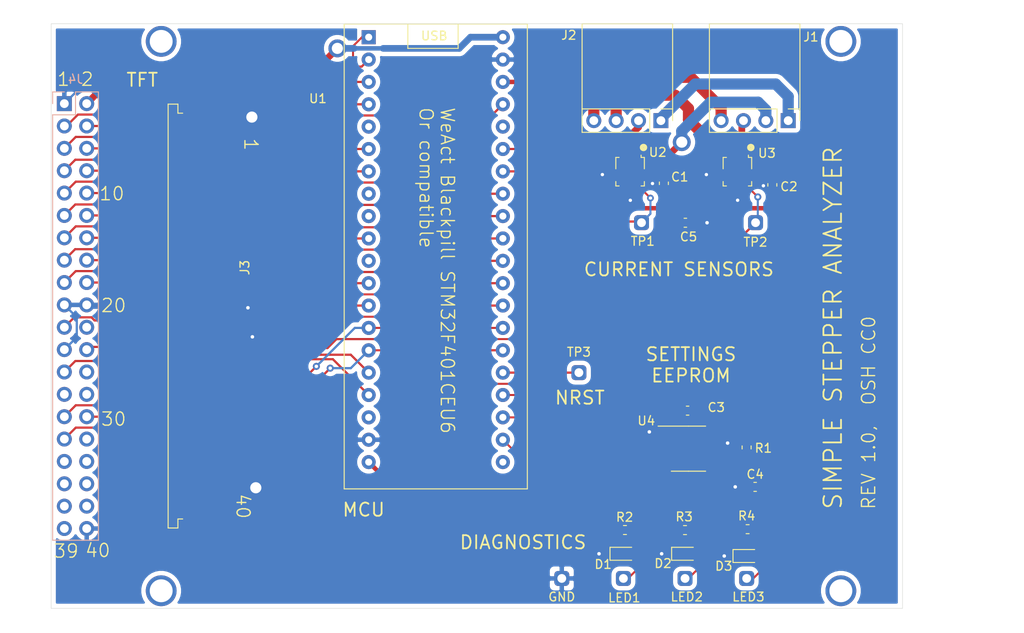
<source format=kicad_pcb>
(kicad_pcb (version 20171130) (host pcbnew "(5.1.9)-1")

  (general
    (thickness 1.6)
    (drawings 26)
    (tracks 480)
    (zones 0)
    (modules 32)
    (nets 42)
  )

  (page A4)
  (layers
    (0 F.Cu signal)
    (31 B.Cu signal)
    (32 B.Adhes user)
    (33 F.Adhes user)
    (34 B.Paste user)
    (35 F.Paste user)
    (36 B.SilkS user)
    (37 F.SilkS user)
    (38 B.Mask user)
    (39 F.Mask user)
    (40 Dwgs.User user)
    (41 Cmts.User user)
    (42 Eco1.User user)
    (43 Eco2.User user)
    (44 Edge.Cuts user)
    (45 Margin user)
    (46 B.CrtYd user)
    (47 F.CrtYd user)
    (48 B.Fab user)
    (49 F.Fab user hide)
  )

  (setup
    (last_trace_width 0.25)
    (user_trace_width 0.2286)
    (user_trace_width 0.3048)
    (user_trace_width 0.508)
    (user_trace_width 0.762)
    (user_trace_width 1.016)
    (user_trace_width 1.27)
    (trace_clearance 0.1524)
    (zone_clearance 0.508)
    (zone_45_only no)
    (trace_min 0.2286)
    (via_size 0.8)
    (via_drill 0.4)
    (via_min_size 0.4)
    (via_min_drill 0.3)
    (user_via 0.762 0.381)
    (user_via 2.032 1.27)
    (uvia_size 0.3)
    (uvia_drill 0.1)
    (uvias_allowed no)
    (uvia_min_size 0.2)
    (uvia_min_drill 0.1)
    (edge_width 0.05)
    (segment_width 0.1524)
    (pcb_text_width 0.3)
    (pcb_text_size 1.5 1.5)
    (mod_edge_width 0.12)
    (mod_text_size 1 1)
    (mod_text_width 0.15)
    (pad_size 0.61 2)
    (pad_drill 0)
    (pad_to_mask_clearance 0)
    (aux_axis_origin 0 0)
    (visible_elements 7FFFFFFF)
    (pcbplotparams
      (layerselection 0x010fc_ffffffff)
      (usegerberextensions false)
      (usegerberattributes true)
      (usegerberadvancedattributes true)
      (creategerberjobfile true)
      (excludeedgelayer true)
      (linewidth 0.100000)
      (plotframeref false)
      (viasonmask false)
      (mode 1)
      (useauxorigin false)
      (hpglpennumber 1)
      (hpglpenspeed 20)
      (hpglpendiameter 15.000000)
      (psnegative false)
      (psa4output false)
      (plotreference true)
      (plotvalue true)
      (plotinvisibletext false)
      (padsonsilk false)
      (subtractmaskfromsilk false)
      (outputformat 1)
      (mirror false)
      (drillshape 1)
      (scaleselection 1)
      (outputdirectory ""))
  )

  (net 0 "")
  (net 1 GNDD)
  (net 2 "Net-(D1-Pad2)")
  (net 3 "Net-(D2-Pad2)")
  (net 4 "Net-(D3-Pad2)")
  (net 5 "Net-(J1-Pad4)")
  (net 6 "Net-(J1-Pad3)")
  (net 7 "Net-(J1-Pad2)")
  (net 8 "Net-(J1-Pad1)")
  (net 9 "Net-(J2-Pad3)")
  (net 10 "Net-(J2-Pad2)")
  (net 11 /SDA)
  (net 12 /SCL)
  (net 13 /TFT_BL)
  (net 14 /TFT_DC)
  (net 15 /TFT_WR)
  (net 16 /TFT_RST)
  (net 17 /D15)
  (net 18 /D14)
  (net 19 /D13)
  (net 20 /D12)
  (net 21 /D11)
  (net 22 /D10)
  (net 23 /D9)
  (net 24 /D8)
  (net 25 /D7)
  (net 26 /D6)
  (net 27 /D5)
  (net 28 /D4)
  (net 29 /D3)
  (net 30 /D2)
  (net 31 /D1)
  (net 32 /D0)
  (net 33 +5V)
  (net 34 /LED1)
  (net 35 /LED2)
  (net 36 /CH2)
  (net 37 /CH1)
  (net 38 +3V3A)
  (net 39 +3V3D)
  (net 40 "Net-(TP3-Pad1)")
  (net 41 /LED3)

  (net_class Default "This is the default net class."
    (clearance 0.1524)
    (trace_width 0.25)
    (via_dia 0.8)
    (via_drill 0.4)
    (uvia_dia 0.3)
    (uvia_drill 0.1)
    (diff_pair_width 0.2286)
    (diff_pair_gap 0.25)
    (add_net +3V3A)
    (add_net +3V3D)
    (add_net +5V)
    (add_net /CH1)
    (add_net /CH2)
    (add_net /D0)
    (add_net /D1)
    (add_net /D10)
    (add_net /D11)
    (add_net /D12)
    (add_net /D13)
    (add_net /D14)
    (add_net /D15)
    (add_net /D2)
    (add_net /D3)
    (add_net /D4)
    (add_net /D5)
    (add_net /D6)
    (add_net /D7)
    (add_net /D8)
    (add_net /D9)
    (add_net /LED1)
    (add_net /LED2)
    (add_net /LED3)
    (add_net /SCL)
    (add_net /SDA)
    (add_net /TFT_BL)
    (add_net /TFT_DC)
    (add_net /TFT_RST)
    (add_net /TFT_WR)
    (add_net GNDD)
    (add_net "Net-(D1-Pad2)")
    (add_net "Net-(D2-Pad2)")
    (add_net "Net-(D3-Pad2)")
    (add_net "Net-(J1-Pad1)")
    (add_net "Net-(J1-Pad2)")
    (add_net "Net-(J1-Pad3)")
    (add_net "Net-(J1-Pad4)")
    (add_net "Net-(J2-Pad2)")
    (add_net "Net-(J2-Pad3)")
    (add_net "Net-(TP3-Pad1)")
  )

  (module local:Allegro_QFN-12-10-1EP_3x3mm_P0.5mm (layer F.Cu) (tedit 5DB900DB) (tstamp 600B43DE)
    (at 77.948 16.72 270)
    (descr "Allegro Microsystems 12-Lead (10-Lead Populated) Quad Flat Pack, 3x3mm Body, 0.5mm Pitch (http://www.allegromicro.com/~/media/Files/Datasheets/ACS711-Datasheet.ashx)")
    (tags "Allegro QFN 0.5")
    (path /60091686)
    (attr smd)
    (fp_text reference U3 (at -2.02 -3.352 180) (layer F.SilkS)
      (effects (font (size 1 1) (thickness 0.15)))
    )
    (fp_text value ACS70331 (at 0 2.8 90) (layer F.Fab)
      (effects (font (size 1 1) (thickness 0.15)))
    )
    (fp_circle (center -2.667 -1.524) (end -2.447 -1.524) (layer F.SilkS) (width 0.4))
    (fp_line (start -1.54 -1.25) (end -1.8 -1.25) (layer F.SilkS) (width 0.12))
    (fp_line (start 1.7 1.62) (end 1.2 1.62) (layer F.SilkS) (width 0.12))
    (fp_line (start 1.7 -1.62) (end 1.2 -1.62) (layer F.SilkS) (width 0.12))
    (fp_line (start -1.54 1.62) (end -0.25 1.62) (layer F.SilkS) (width 0.12))
    (fp_line (start -1.54 -1.62) (end -0.25 -1.62) (layer F.SilkS) (width 0.12))
    (fp_line (start -1.54 -1.62) (end -1.54 -1.25) (layer F.SilkS) (width 0.12))
    (fp_line (start -1.54 1.25) (end -1.54 1.62) (layer F.SilkS) (width 0.12))
    (fp_line (start 1.7 1.25) (end 1.7 1.62) (layer F.SilkS) (width 0.12))
    (fp_line (start 1.7 -1.62) (end 1.7 -1.25) (layer F.SilkS) (width 0.12))
    (fp_line (start -0.42 -1.5) (end 1.58 -1.5) (layer F.Fab) (width 0.1))
    (fp_line (start 1.58 -1.5) (end 1.58 1.5) (layer F.Fab) (width 0.1))
    (fp_line (start 1.58 1.5) (end -1.42 1.5) (layer F.Fab) (width 0.1))
    (fp_line (start -1.42 1.5) (end -1.42 -0.5) (layer F.Fab) (width 0.1))
    (fp_line (start -1.42 -0.5) (end -0.42 -1.5) (layer F.Fab) (width 0.1))
    (fp_line (start -2.11 2.13) (end 2.11 2.13) (layer F.CrtYd) (width 0.05))
    (fp_line (start 2.11 2.13) (end 2.11 -2.13) (layer F.CrtYd) (width 0.05))
    (fp_line (start 2.11 -2.13) (end -2.11 -2.13) (layer F.CrtYd) (width 0.05))
    (fp_line (start -2.11 -2.13) (end -2.11 2.13) (layer F.CrtYd) (width 0.05))
    (fp_text user %R (at 0 0 90) (layer F.Fab)
      (effects (font (size 0.7 0.7) (thickness 0.1)))
    )
    (pad 2 smd rect (at -0.785 0.7 315) (size 0.2828 0.2828) (layers F.Cu F.Paste F.Mask)
      (net 9 "Net-(J2-Pad3)"))
    (pad 2 smd rect (at -0.685 0.4 270) (size 0.2 0.6) (layers F.Cu F.Paste F.Mask)
      (net 9 "Net-(J2-Pad3)"))
    (pad 2 smd rect (at -1.72 0.5 270) (size 1.87 0.8) (layers F.Cu F.Paste F.Mask)
      (net 9 "Net-(J2-Pad3)"))
    (pad 1 smd rect (at -0.785 -0.7 315) (size 0.2828 0.2828) (layers F.Cu F.Paste F.Mask)
      (net 6 "Net-(J1-Pad3)"))
    (pad 1 smd rect (at -0.685 -0.4 270) (size 0.2 0.6) (layers F.Cu F.Paste F.Mask)
      (net 6 "Net-(J1-Pad3)"))
    (pad 1 smd rect (at -1.72 -0.5 270) (size 1.87 0.8) (layers F.Cu F.Paste F.Mask Eco1.User)
      (net 6 "Net-(J1-Pad3)"))
    (pad 8 smd roundrect (at 1.83 -0.75 270) (size 1.65 0.3) (layers F.Cu F.Paste F.Mask) (roundrect_rratio 0.25)
      (net 37 /CH1))
    (pad 7 smd roundrect (at 1.83 -0.25 270) (size 1.65 0.3) (layers F.Cu F.Paste F.Mask) (roundrect_rratio 0.25)
      (net 1 GNDD))
    (pad 6 smd roundrect (at 1.83 0.25 270) (size 1.65 0.3) (layers F.Cu F.Paste F.Mask) (roundrect_rratio 0.25)
      (net 1 GNDD))
    (pad 5 smd roundrect (at 1.83 0.75 270) (size 1.65 0.3) (layers F.Cu F.Paste F.Mask) (roundrect_rratio 0.25))
    (pad 4 smd roundrect (at 0.73 1.85 270) (size 0.3 1.65) (layers F.Cu F.Paste F.Mask) (roundrect_rratio 0.25)
      (net 1 GNDD))
    (pad 3 smd roundrect (at 0.23 1.85 270) (size 0.3 1.65) (layers F.Cu F.Paste F.Mask) (roundrect_rratio 0.25)
      (net 1 GNDD))
    (pad 9 smd roundrect (at 0.73 -1.85 270) (size 0.3 1.65) (layers F.Cu F.Paste F.Mask) (roundrect_rratio 0.25)
      (net 1 GNDD))
    (pad 10 smd roundrect (at 0.23 -1.85 270) (size 0.3 1.65) (layers F.Cu F.Paste F.Mask) (roundrect_rratio 0.25)
      (net 38 +3V3A))
    (model ${KISYS3DMOD}/Sensor_Current.3dshapes/Allegro_QFN-12-10-1EP_3x3mm_P0.5mm.wrl
      (at (xyz 0 0 0))
      (scale (xyz 1 1 1))
      (rotate (xyz 0 0 0))
    )
  )

  (module Capacitor_SMD:C_0603_1608Metric_Pad1.08x0.95mm_HandSolder (layer F.Cu) (tedit 5F68FEEF) (tstamp 600AF31F)
    (at 72.0375 22.6 180)
    (descr "Capacitor SMD 0603 (1608 Metric), square (rectangular) end terminal, IPC_7351 nominal with elongated pad for handsoldering. (Body size source: IPC-SM-782 page 76, https://www.pcb-3d.com/wordpress/wp-content/uploads/ipc-sm-782a_amendment_1_and_2.pdf), generated with kicad-footprint-generator")
    (tags "capacitor handsolder")
    (path /6010586B)
    (attr smd)
    (fp_text reference C5 (at -0.3625 -1.6) (layer F.SilkS)
      (effects (font (size 1 1) (thickness 0.15)))
    )
    (fp_text value 10uf (at 0 1.43) (layer F.Fab)
      (effects (font (size 1 1) (thickness 0.15)))
    )
    (fp_line (start -0.8 0.4) (end -0.8 -0.4) (layer F.Fab) (width 0.1))
    (fp_line (start -0.8 -0.4) (end 0.8 -0.4) (layer F.Fab) (width 0.1))
    (fp_line (start 0.8 -0.4) (end 0.8 0.4) (layer F.Fab) (width 0.1))
    (fp_line (start 0.8 0.4) (end -0.8 0.4) (layer F.Fab) (width 0.1))
    (fp_line (start -0.146267 -0.51) (end 0.146267 -0.51) (layer F.SilkS) (width 0.12))
    (fp_line (start -0.146267 0.51) (end 0.146267 0.51) (layer F.SilkS) (width 0.12))
    (fp_line (start -1.65 0.73) (end -1.65 -0.73) (layer F.CrtYd) (width 0.05))
    (fp_line (start -1.65 -0.73) (end 1.65 -0.73) (layer F.CrtYd) (width 0.05))
    (fp_line (start 1.65 -0.73) (end 1.65 0.73) (layer F.CrtYd) (width 0.05))
    (fp_line (start 1.65 0.73) (end -1.65 0.73) (layer F.CrtYd) (width 0.05))
    (fp_text user %R (at 0 0) (layer F.Fab)
      (effects (font (size 0.4 0.4) (thickness 0.06)))
    )
    (pad 2 smd roundrect (at 0.8625 0 180) (size 1.075 0.95) (layers F.Cu F.Paste F.Mask) (roundrect_rratio 0.25)
      (net 38 +3V3A))
    (pad 1 smd roundrect (at -0.8625 0 180) (size 1.075 0.95) (layers F.Cu F.Paste F.Mask) (roundrect_rratio 0.25)
      (net 1 GNDD))
    (model ${KISYS3DMOD}/Capacitor_SMD.3dshapes/C_0603_1608Metric.wrl
      (at (xyz 0 0 0))
      (scale (xyz 1 1 1))
      (rotate (xyz 0 0 0))
    )
  )

  (module Capacitor_SMD:C_0603_1608Metric_Pad1.08x0.95mm_HandSolder (layer F.Cu) (tedit 5F68FEEF) (tstamp 600AF789)
    (at 79.9625 52.6)
    (descr "Capacitor SMD 0603 (1608 Metric), square (rectangular) end terminal, IPC_7351 nominal with elongated pad for handsoldering. (Body size source: IPC-SM-782 page 76, https://www.pcb-3d.com/wordpress/wp-content/uploads/ipc-sm-782a_amendment_1_and_2.pdf), generated with kicad-footprint-generator")
    (tags "capacitor handsolder")
    (path /600F0B46)
    (attr smd)
    (fp_text reference C4 (at 0 -1.43) (layer F.SilkS)
      (effects (font (size 1 1) (thickness 0.15)))
    )
    (fp_text value 10uf (at 0 1.43) (layer F.Fab)
      (effects (font (size 1 1) (thickness 0.15)))
    )
    (fp_line (start -0.8 0.4) (end -0.8 -0.4) (layer F.Fab) (width 0.1))
    (fp_line (start -0.8 -0.4) (end 0.8 -0.4) (layer F.Fab) (width 0.1))
    (fp_line (start 0.8 -0.4) (end 0.8 0.4) (layer F.Fab) (width 0.1))
    (fp_line (start 0.8 0.4) (end -0.8 0.4) (layer F.Fab) (width 0.1))
    (fp_line (start -0.146267 -0.51) (end 0.146267 -0.51) (layer F.SilkS) (width 0.12))
    (fp_line (start -0.146267 0.51) (end 0.146267 0.51) (layer F.SilkS) (width 0.12))
    (fp_line (start -1.65 0.73) (end -1.65 -0.73) (layer F.CrtYd) (width 0.05))
    (fp_line (start -1.65 -0.73) (end 1.65 -0.73) (layer F.CrtYd) (width 0.05))
    (fp_line (start 1.65 -0.73) (end 1.65 0.73) (layer F.CrtYd) (width 0.05))
    (fp_line (start 1.65 0.73) (end -1.65 0.73) (layer F.CrtYd) (width 0.05))
    (fp_text user %R (at 0 0) (layer F.Fab)
      (effects (font (size 0.4 0.4) (thickness 0.06)))
    )
    (pad 2 smd roundrect (at 0.8625 0) (size 1.075 0.95) (layers F.Cu F.Paste F.Mask) (roundrect_rratio 0.25)
      (net 39 +3V3D))
    (pad 1 smd roundrect (at -0.8625 0) (size 1.075 0.95) (layers F.Cu F.Paste F.Mask) (roundrect_rratio 0.25)
      (net 1 GNDD))
    (model ${KISYS3DMOD}/Capacitor_SMD.3dshapes/C_0603_1608Metric.wrl
      (at (xyz 0 0 0))
      (scale (xyz 1 1 1))
      (rotate (xyz 0 0 0))
    )
  )

  (module local:null_footprint (layer F.Cu) (tedit 600A8C74) (tstamp 600ACE75)
    (at 102.108 29.718)
    (descr "SMT capacitor, aluminium electrolytic, 3x5.3, Cornell Dubilier Electronics ")
    (tags "Capacitor Electrolytic")
    (path /600AC848)
    (attr smd)
    (fp_text reference M1 (at 0 -2.7) (layer F.SilkS) hide
      (effects (font (size 1 1) (thickness 0.15)))
    )
    (fp_text value Stepper_Motor_bipolar (at 0 2.7) (layer F.Fab)
      (effects (font (size 1 1) (thickness 0.15)))
    )
  )

  (module local:blackpill_module (layer F.Cu) (tedit 600A16B7) (tstamp 600AE2DE)
    (at 43.688 1.525)
    (descr "40-lead though-hole mounted DIP package, row spacing 25.4 mm (1000 mils)")
    (tags "THT DIP DIL PDIP 2.54mm 25.4mm 1000mil")
    (path /600AE5DF)
    (fp_text reference U1 (at -13.388 6.975) (layer F.SilkS)
      (effects (font (size 1 1) (thickness 0.15)))
    )
    (fp_text value blackpill_STM32F401CEUx (at -0.254 -5.843) (layer F.Fab)
      (effects (font (size 1 1) (thickness 0.15)))
    )
    (fp_line (start 2.54 1.27) (end 2.54 -1.5) (layer F.SilkS) (width 0.12))
    (fp_line (start -3.175 1.27) (end 2.54 1.27) (layer F.SilkS) (width 0.12))
    (fp_line (start -3.175 -1.5) (end -3.175 1.27) (layer F.SilkS) (width 0.12))
    (fp_line (start -10.4 51.3) (end -10.4 -1.5) (layer F.SilkS) (width 0.12))
    (fp_line (start 10.4 51.3) (end -10.4 51.3) (layer F.SilkS) (width 0.12))
    (fp_line (start 10.4 -1.5) (end 10.4 51.3) (layer F.SilkS) (width 0.12))
    (fp_line (start -10.4 -1.5) (end 10.4 -1.5) (layer F.SilkS) (width 0.12))
    (fp_text user USB (at -0.18 -0.15) (layer F.SilkS)
      (effects (font (size 1 1) (thickness 0.15)))
    )
    (fp_text user %R (at -17.272 0.507) (layer F.Fab) hide
      (effects (font (size 1 1) (thickness 0.15)))
    )
    (pad 1 thru_hole rect (at -7.62 0) (size 1.6 1.6) (drill 0.8) (layers *.Cu *.Mask)
      (net 32 /D0))
    (pad 21 thru_hole oval (at 7.62 48.26) (size 1.6 1.6) (drill 0.8) (layers *.Cu *.Mask))
    (pad 2 thru_hole oval (at -7.62 2.54) (size 1.6 1.6) (drill 0.8) (layers *.Cu *.Mask)
      (net 31 /D1))
    (pad 22 thru_hole oval (at 7.62 45.72) (size 1.6 1.6) (drill 0.8) (layers *.Cu *.Mask)
      (net 34 /LED1))
    (pad 3 thru_hole oval (at -7.62 5.08) (size 1.6 1.6) (drill 0.8) (layers *.Cu *.Mask)
      (net 30 /D2))
    (pad 23 thru_hole oval (at 7.62 43.18) (size 1.6 1.6) (drill 0.8) (layers *.Cu *.Mask)
      (net 35 /LED2))
    (pad 4 thru_hole oval (at -7.62 7.62) (size 1.6 1.6) (drill 0.8) (layers *.Cu *.Mask)
      (net 29 /D3))
    (pad 24 thru_hole oval (at 7.62 40.64) (size 1.6 1.6) (drill 0.8) (layers *.Cu *.Mask)
      (net 41 /LED3))
    (pad 5 thru_hole oval (at -7.62 10.16) (size 1.6 1.6) (drill 0.8) (layers *.Cu *.Mask))
    (pad 25 thru_hole oval (at 7.62 38.1) (size 1.6 1.6) (drill 0.8) (layers *.Cu *.Mask)
      (net 40 "Net-(TP3-Pad1)"))
    (pad 6 thru_hole oval (at -7.62 12.7) (size 1.6 1.6) (drill 0.8) (layers *.Cu *.Mask)
      (net 27 /D5))
    (pad 26 thru_hole oval (at 7.62 35.56) (size 1.6 1.6) (drill 0.8) (layers *.Cu *.Mask)
      (net 15 /TFT_WR))
    (pad 7 thru_hole oval (at -7.62 15.24) (size 1.6 1.6) (drill 0.8) (layers *.Cu *.Mask)
      (net 26 /D6))
    (pad 27 thru_hole oval (at 7.62 33.02) (size 1.6 1.6) (drill 0.8) (layers *.Cu *.Mask)
      (net 16 /TFT_RST))
    (pad 8 thru_hole oval (at -7.62 17.78) (size 1.6 1.6) (drill 0.8) (layers *.Cu *.Mask))
    (pad 28 thru_hole oval (at 7.62 30.48) (size 1.6 1.6) (drill 0.8) (layers *.Cu *.Mask)
      (net 18 /D14))
    (pad 9 thru_hole oval (at -7.62 20.32) (size 1.6 1.6) (drill 0.8) (layers *.Cu *.Mask))
    (pad 29 thru_hole oval (at 7.62 27.94) (size 1.6 1.6) (drill 0.8) (layers *.Cu *.Mask)
      (net 20 /D12))
    (pad 10 thru_hole oval (at -7.62 22.86) (size 1.6 1.6) (drill 0.8) (layers *.Cu *.Mask)
      (net 22 /D10))
    (pad 30 thru_hole oval (at 7.62 25.4) (size 1.6 1.6) (drill 0.8) (layers *.Cu *.Mask)
      (net 21 /D11))
    (pad 11 thru_hole oval (at -7.62 25.4) (size 1.6 1.6) (drill 0.8) (layers *.Cu *.Mask))
    (pad 31 thru_hole oval (at 7.62 22.86) (size 1.6 1.6) (drill 0.8) (layers *.Cu *.Mask)
      (net 23 /D9))
    (pad 12 thru_hole oval (at -7.62 27.94) (size 1.6 1.6) (drill 0.8) (layers *.Cu *.Mask)
      (net 19 /D13))
    (pad 32 thru_hole oval (at 7.62 20.32) (size 1.6 1.6) (drill 0.8) (layers *.Cu *.Mask)
      (net 24 /D8))
    (pad 13 thru_hole oval (at -7.62 30.48) (size 1.6 1.6) (drill 0.8) (layers *.Cu *.Mask)
      (net 17 /D15))
    (pad 33 thru_hole oval (at 7.62 17.78) (size 1.6 1.6) (drill 0.8) (layers *.Cu *.Mask)
      (net 25 /D7))
    (pad 14 thru_hole oval (at -7.62 33.02) (size 1.6 1.6) (drill 0.8) (layers *.Cu *.Mask)
      (net 12 /SCL))
    (pad 34 thru_hole oval (at 7.62 15.24) (size 1.6 1.6) (drill 0.8) (layers *.Cu *.Mask)
      (net 37 /CH1))
    (pad 15 thru_hole oval (at -7.62 35.56) (size 1.6 1.6) (drill 0.8) (layers *.Cu *.Mask)
      (net 11 /SDA))
    (pad 35 thru_hole oval (at 7.62 12.7) (size 1.6 1.6) (drill 0.8) (layers *.Cu *.Mask)
      (net 36 /CH2))
    (pad 16 thru_hole oval (at -7.62 38.1) (size 1.6 1.6) (drill 0.8) (layers *.Cu *.Mask)
      (net 14 /TFT_DC))
    (pad 36 thru_hole oval (at 7.62 10.16) (size 1.6 1.6) (drill 0.8) (layers *.Cu *.Mask))
    (pad 17 thru_hole oval (at -7.62 40.64) (size 1.6 1.6) (drill 0.8) (layers *.Cu *.Mask)
      (net 13 /TFT_BL))
    (pad 37 thru_hole oval (at 7.62 7.62) (size 1.6 1.6) (drill 0.8) (layers *.Cu *.Mask)
      (net 28 /D4))
    (pad 18 thru_hole oval (at -7.62 43.18) (size 1.6 1.6) (drill 0.8) (layers *.Cu *.Mask))
    (pad 38 thru_hole oval (at 7.62 5.08) (size 1.6 1.6) (drill 0.8) (layers *.Cu *.Mask)
      (net 38 +3V3A))
    (pad 19 thru_hole oval (at -7.62 45.72) (size 1.6 1.6) (drill 0.8) (layers *.Cu *.Mask)
      (net 1 GNDD))
    (pad 39 thru_hole oval (at 7.62 2.54) (size 1.6 1.6) (drill 0.8) (layers *.Cu *.Mask)
      (net 1 GNDD))
    (pad 20 thru_hole oval (at -7.62 48.26) (size 1.6 1.6) (drill 0.8) (layers *.Cu *.Mask)
      (net 39 +3V3D))
    (pad 40 thru_hole oval (at 7.62 0) (size 1.6 1.6) (drill 0.8) (layers *.Cu *.Mask)
      (net 33 +5V))
  )

  (module local:testpoint (layer F.Cu) (tedit 600A181A) (tstamp 600A46B5)
    (at 79 63)
    (descr "Through hole straight pin header, 1x01, 2.54mm pitch, single row")
    (tags "Through hole pin header THT 1x01 2.54mm single row")
    (path /603245BC)
    (fp_text reference TP7 (at -1.8 -0.1 90) (layer F.SilkS) hide
      (effects (font (size 1 1) (thickness 0.15)))
    )
    (fp_text value TestPoint (at 0 2.33) (layer F.Fab)
      (effects (font (size 1 1) (thickness 0.15)))
    )
    (fp_text user %R (at 0 0 90) (layer F.Fab)
      (effects (font (size 1 1) (thickness 0.15)))
    )
    (pad 1 thru_hole roundrect (at 0 0) (size 1.7 1.7) (drill 1) (layers *.Cu *.Mask) (roundrect_rratio 0.25)
      (net 41 /LED3))
  )

  (module local:testpoint (layer F.Cu) (tedit 600A181A) (tstamp 600B0B45)
    (at 72 63)
    (descr "Through hole straight pin header, 1x01, 2.54mm pitch, single row")
    (tags "Through hole pin header THT 1x01 2.54mm single row")
    (path /60323F6D)
    (fp_text reference TP6 (at -1.8 0 90) (layer F.SilkS) hide
      (effects (font (size 1 1) (thickness 0.15)))
    )
    (fp_text value TestPoint (at 3.038 -0.262) (layer F.Fab)
      (effects (font (size 1 1) (thickness 0.15)))
    )
    (fp_text user %R (at 0 0 90) (layer F.Fab)
      (effects (font (size 1 1) (thickness 0.15)))
    )
    (pad 1 thru_hole roundrect (at 0 0) (size 1.7 1.7) (drill 1) (layers *.Cu *.Mask) (roundrect_rratio 0.25)
      (net 35 /LED2))
  )

  (module local:testpoint (layer F.Cu) (tedit 600A181A) (tstamp 600A445B)
    (at 65 63)
    (descr "Through hole straight pin header, 1x01, 2.54mm pitch, single row")
    (tags "Through hole pin header THT 1x01 2.54mm single row")
    (path /60305DE7)
    (fp_text reference TP5 (at -1.8 0 90) (layer F.SilkS) hide
      (effects (font (size 1 1) (thickness 0.15)))
    )
    (fp_text value TestPoint (at 0 2.33) (layer F.Fab)
      (effects (font (size 1 1) (thickness 0.15)))
    )
    (fp_text user %R (at 0 -1 90) (layer F.Fab)
      (effects (font (size 1 1) (thickness 0.15)))
    )
    (pad 1 thru_hole roundrect (at 0 0) (size 1.7 1.7) (drill 1) (layers *.Cu *.Mask) (roundrect_rratio 0.25)
      (net 34 /LED1))
  )

  (module local:testpoint (layer F.Cu) (tedit 600A181A) (tstamp 600A4479)
    (at 58 63)
    (descr "Through hole straight pin header, 1x01, 2.54mm pitch, single row")
    (tags "Through hole pin header THT 1x01 2.54mm single row")
    (path /60185832)
    (fp_text reference TP4 (at -1.8 0 90) (layer F.SilkS) hide
      (effects (font (size 1 1) (thickness 0.15)))
    )
    (fp_text value TestPoint (at 0 2.33) (layer F.Fab)
      (effects (font (size 1 1) (thickness 0.15)))
    )
    (fp_text user %R (at 0 0 90) (layer F.Fab)
      (effects (font (size 1 1) (thickness 0.15)))
    )
    (pad 1 thru_hole roundrect (at 0 0) (size 1.7 1.7) (drill 1) (layers *.Cu *.Mask) (roundrect_rratio 0.25)
      (net 1 GNDD))
  )

  (module local:testpoint (layer F.Cu) (tedit 600A181A) (tstamp 600B442D)
    (at 80.01 22.59)
    (descr "Through hole straight pin header, 1x01, 2.54mm pitch, single row")
    (tags "Through hole pin header THT 1x01 2.54mm single row")
    (path /600BA92C)
    (fp_text reference TP2 (at -0.01 2.21) (layer F.SilkS)
      (effects (font (size 1 1) (thickness 0.15)))
    )
    (fp_text value TestPoint (at 0 2.33) (layer F.Fab)
      (effects (font (size 1 1) (thickness 0.15)))
    )
    (fp_text user %R (at 0 0 90) (layer F.Fab)
      (effects (font (size 1 1) (thickness 0.15)))
    )
    (pad 1 thru_hole roundrect (at 0 0) (size 1.7 1.7) (drill 1) (layers *.Cu *.Mask) (roundrect_rratio 0.25)
      (net 37 /CH1))
  )

  (module local:testpoint (layer F.Cu) (tedit 600A181A) (tstamp 6009A72E)
    (at 59.944 39.624)
    (descr "Through hole straight pin header, 1x01, 2.54mm pitch, single row")
    (tags "Through hole pin header THT 1x01 2.54mm single row")
    (path /60169581)
    (fp_text reference TP3 (at 0 -2.33) (layer F.SilkS)
      (effects (font (size 1 1) (thickness 0.15)))
    )
    (fp_text value TestPoint (at 0 2.33) (layer F.Fab)
      (effects (font (size 1 1) (thickness 0.15)))
    )
    (fp_text user %R (at 0 0 90) (layer F.Fab)
      (effects (font (size 1 1) (thickness 0.15)))
    )
    (pad 1 thru_hole roundrect (at 0 0) (size 1.7 1.7) (drill 1) (layers *.Cu *.Mask) (roundrect_rratio 0.25)
      (net 40 "Net-(TP3-Pad1)"))
  )

  (module local:testpoint (layer F.Cu) (tedit 600A181A) (tstamp 600A3CB5)
    (at 67.056 22.59)
    (descr "Through hole straight pin header, 1x01, 2.54mm pitch, single row")
    (tags "Through hole pin header THT 1x01 2.54mm single row")
    (path /600D5C14)
    (fp_text reference TP1 (at 0.144 2.11) (layer F.SilkS)
      (effects (font (size 1 1) (thickness 0.15)))
    )
    (fp_text value TestPoint (at 0 2.33) (layer F.Fab)
      (effects (font (size 1 1) (thickness 0.15)))
    )
    (fp_text user %R (at 0 0 90) (layer F.Fab)
      (effects (font (size 1 1) (thickness 0.15)))
    )
    (pad 1 thru_hole roundrect (at 0 0) (size 1.7 1.7) (drill 1) (layers *.Cu *.Mask) (roundrect_rratio 0.25)
      (net 36 /CH2))
  )

  (module local:MountingHole (layer F.Cu) (tedit 600A6A73) (tstamp 600AA2EE)
    (at 12.5 64.4)
    (descr "Mounting Hole 2.7mm, M2.5, ISO7380")
    (tags "mounting hole 2.7mm m2.5 iso7380")
    (path /600B6C3E)
    (attr virtual)
    (fp_text reference H4 (at 0 -3.25) (layer F.SilkS) hide
      (effects (font (size 1 1) (thickness 0.15)))
    )
    (fp_text value MountingHole (at 0 3.25) (layer F.Fab)
      (effects (font (size 1 1) (thickness 0.15)))
    )
    (fp_text user %R (at 0.3 0) (layer F.Fab)
      (effects (font (size 1 1) (thickness 0.15)))
    )
    (pad 1 thru_hole circle (at 0 0) (size 3.5 3.5) (drill 2.6) (layers *.Cu *.Mask))
  )

  (module local:MountingHole (layer F.Cu) (tedit 600A6A73) (tstamp 600AA2E6)
    (at 89.7 64.4)
    (descr "Mounting Hole 2.7mm, M2.5, ISO7380")
    (tags "mounting hole 2.7mm m2.5 iso7380")
    (path /600B6A80)
    (attr virtual)
    (fp_text reference H3 (at 0 -3.25) (layer F.SilkS) hide
      (effects (font (size 1 1) (thickness 0.15)))
    )
    (fp_text value MountingHole (at 0 3.25) (layer F.Fab)
      (effects (font (size 1 1) (thickness 0.15)))
    )
    (fp_text user %R (at 0.3 0) (layer F.Fab)
      (effects (font (size 1 1) (thickness 0.15)))
    )
    (pad 1 thru_hole circle (at 0 0) (size 3.5 3.5) (drill 2.6) (layers *.Cu *.Mask))
  )

  (module local:MountingHole (layer F.Cu) (tedit 600A6A73) (tstamp 600AA2DE)
    (at 89.7 2)
    (descr "Mounting Hole 2.7mm, M2.5, ISO7380")
    (tags "mounting hole 2.7mm m2.5 iso7380")
    (path /600B6866)
    (attr virtual)
    (fp_text reference H2 (at 0 -3.25) (layer F.SilkS) hide
      (effects (font (size 1 1) (thickness 0.15)))
    )
    (fp_text value MountingHole (at 0 3.25) (layer F.Fab)
      (effects (font (size 1 1) (thickness 0.15)))
    )
    (fp_text user %R (at 0.3 0) (layer F.Fab)
      (effects (font (size 1 1) (thickness 0.15)))
    )
    (pad 1 thru_hole circle (at 0 0) (size 3.5 3.5) (drill 2.6) (layers *.Cu *.Mask))
  )

  (module local:MountingHole (layer F.Cu) (tedit 600A6A73) (tstamp 600AA2D6)
    (at 12.5 2)
    (descr "Mounting Hole 2.7mm, M2.5, ISO7380")
    (tags "mounting hole 2.7mm m2.5 iso7380")
    (path /600B62CE)
    (attr virtual)
    (fp_text reference H1 (at 0 -3.25) (layer F.SilkS) hide
      (effects (font (size 1 1) (thickness 0.15)))
    )
    (fp_text value MountingHole (at 0 3.25) (layer F.Fab)
      (effects (font (size 1 1) (thickness 0.15)))
    )
    (fp_text user %R (at 0.3 0) (layer F.Fab)
      (effects (font (size 1 1) (thickness 0.15)))
    )
    (pad 1 thru_hole circle (at 0 0) (size 3.5 3.5) (drill 2.6) (layers *.Cu *.Mask))
  )

  (module local:FPC_connector_40P_1.0mm (layer F.Cu) (tedit 600A16D3) (tstamp 600AFC5D)
    (at 18 27.7 270)
    (descr "TE FPC connector, 29 top-side contacts, 1.0mm pitch, 1.0mm height, SMT, http://www.te.com/commerce/DocumentDelivery/DDEController?Action=srchrtrv&DocNm=84953&DocType=Customer+Drawing&DocLang=English&DocFormat=pdf&PartCntxt=84953-4")
    (tags "te fpc 84953")
    (path /600BB1E7)
    (attr smd)
    (fp_text reference J3 (at 0 -4 90) (layer F.SilkS)
      (effects (font (size 1 1) (thickness 0.15)))
    )
    (fp_text value Conn_01x40_Female (at 0 7.7 90) (layer F.Fab)
      (effects (font (size 1 1) (thickness 0.15)))
    )
    (fp_line (start -17.545 3.6) (end -17.545 3.06) (layer F.SilkS) (width 0.12))
    (fp_line (start -18.57 3.6) (end -17.545 3.6) (layer F.SilkS) (width 0.12))
    (fp_line (start -18.57 4.71) (end -18.57 3.6) (layer F.SilkS) (width 0.12))
    (fp_line (start 29.57 4.71) (end -18.57 4.71) (layer F.SilkS) (width 0.12))
    (fp_line (start 29.57 3.6) (end 29.57 4.71) (layer F.SilkS) (width 0.12))
    (fp_line (start 28.545 3.6) (end 29.57 3.6) (layer F.SilkS) (width 0.12))
    (fp_line (start 28.545 3.06) (end 28.545 3.6) (layer F.SilkS) (width 0.12))
    (fp_text user %R (at 0 1.9 90) (layer F.Fab)
      (effects (font (size 1 1) (thickness 0.15)))
    )
    (pad 40 smd rect (at 25 -1.8 270) (size 0.61 2) (layers F.Cu F.Paste F.Mask)
      (net 1 GNDD))
    (pad 39 smd rect (at 24 -1.8 270) (size 0.61 2) (layers F.Cu F.Paste F.Mask))
    (pad 38 smd rect (at 23 -1.8 270) (size 0.61 2) (layers F.Cu F.Paste F.Mask))
    (pad 37 smd rect (at 22 -1.8 270) (size 0.61 2) (layers F.Cu F.Paste F.Mask))
    (pad 36 smd rect (at 21 -1.8 270) (size 0.61 2) (layers F.Cu F.Paste F.Mask))
    (pad 35 smd rect (at 20 -1.8 270) (size 0.61 2) (layers F.Cu F.Paste F.Mask))
    (pad 34 smd rect (at 19 -1.8 270) (size 0.61 2) (layers F.Cu F.Paste F.Mask))
    (pad 33 smd rect (at 18 -1.8 270) (size 0.61 2) (layers F.Cu F.Paste F.Mask))
    (pad 32 smd rect (at 17 -1.8 270) (size 0.61 2) (layers F.Cu F.Paste F.Mask))
    (pad 31 smd rect (at 16 -1.8 270) (size 0.61 2) (layers F.Cu F.Paste F.Mask)
      (net 11 /SDA))
    (pad 30 smd rect (at 15 -1.8 270) (size 0.61 2) (layers F.Cu F.Paste F.Mask)
      (net 12 /SCL))
    (pad MP smd rect (at 28 1 270) (size 2.68 3.6) (layers F.Cu F.Paste F.Mask))
    (pad MP smd rect (at -16.99 1 270) (size 2.68 3.6) (layers F.Cu F.Paste F.Mask))
    (pad 29 smd rect (at 14 -1.8 270) (size 0.61 2) (layers F.Cu F.Paste F.Mask)
      (net 13 /TFT_BL))
    (pad 28 smd rect (at 13 -1.8 270) (size 0.61 2) (layers F.Cu F.Paste F.Mask))
    (pad 27 smd rect (at 12 -1.8 270) (size 0.61 2) (layers F.Cu F.Paste F.Mask))
    (pad 26 smd rect (at 11 -1.8 270) (size 0.61 2) (layers F.Cu F.Paste F.Mask))
    (pad 25 smd rect (at 10 -1.8 270) (size 0.61 2) (layers F.Cu F.Paste F.Mask)
      (net 14 /TFT_DC))
    (pad 24 smd rect (at 9 -1.8 270) (size 0.61 2) (layers F.Cu F.Paste F.Mask)
      (net 15 /TFT_WR))
    (pad 23 smd rect (at 8 -1.8 270) (size 0.61 2) (layers F.Cu F.Paste F.Mask)
      (net 1 GNDD))
    (pad 22 smd rect (at 7 -1.8 270) (size 0.61 2) (layers F.Cu F.Paste F.Mask))
    (pad 21 smd rect (at 6 -1.8 270) (size 0.61 2) (layers F.Cu F.Paste F.Mask)
      (net 16 /TFT_RST))
    (pad 20 smd rect (at 5 -1.8 270) (size 0.61 2) (layers F.Cu F.Paste F.Mask)
      (net 1 GNDD))
    (pad 19 smd rect (at 4 -1.8 270) (size 0.61 2) (layers F.Cu F.Paste F.Mask)
      (net 1 GNDD))
    (pad 18 smd rect (at 3 -1.8 270) (size 0.61 2) (layers F.Cu F.Paste F.Mask)
      (net 17 /D15))
    (pad 17 smd rect (at 2 -1.8 270) (size 0.61 2) (layers F.Cu F.Paste F.Mask)
      (net 18 /D14))
    (pad 16 smd rect (at 1 -1.8 270) (size 0.61 2) (layers F.Cu F.Paste F.Mask)
      (net 19 /D13))
    (pad 15 smd rect (at 0 -1.8 270) (size 0.61 2) (layers F.Cu F.Paste F.Mask)
      (net 20 /D12))
    (pad 14 smd rect (at -1 -1.8 270) (size 0.61 2) (layers F.Cu F.Paste F.Mask)
      (net 21 /D11))
    (pad 13 smd rect (at -2 -1.8 270) (size 0.61 2) (layers F.Cu F.Paste F.Mask)
      (net 22 /D10))
    (pad 12 smd rect (at -3 -1.8 270) (size 0.61 2) (layers F.Cu F.Paste F.Mask)
      (net 23 /D9))
    (pad 11 smd rect (at -4 -1.8 270) (size 0.61 2) (layers F.Cu F.Paste F.Mask)
      (net 24 /D8))
    (pad 10 smd rect (at -5 -1.8 270) (size 0.61 2) (layers F.Cu F.Paste F.Mask)
      (net 25 /D7))
    (pad 9 smd rect (at -6 -1.8 270) (size 0.61 2) (layers F.Cu F.Paste F.Mask)
      (net 26 /D6))
    (pad 8 smd rect (at -7 -1.8 270) (size 0.61 2) (layers F.Cu F.Paste F.Mask)
      (net 27 /D5))
    (pad 7 smd rect (at -8 -1.8 270) (size 0.61 2) (layers F.Cu F.Paste F.Mask)
      (net 28 /D4))
    (pad 6 smd rect (at -9 -1.8 270) (size 0.61 2) (layers F.Cu F.Paste F.Mask)
      (net 29 /D3))
    (pad 5 smd rect (at -10 -1.8 270) (size 0.61 2) (layers F.Cu F.Paste F.Mask)
      (net 30 /D2))
    (pad 4 smd rect (at -11 -1.8 270) (size 0.61 2) (layers F.Cu F.Paste F.Mask)
      (net 31 /D1))
    (pad 3 smd rect (at -12 -1.8 270) (size 0.61 2) (layers F.Cu F.Paste F.Mask)
      (net 32 /D0))
    (pad 2 smd rect (at -13 -1.8 270) (size 0.61 2) (layers F.Cu F.Paste F.Mask)
      (net 33 +5V))
    (pad 1 smd rect (at -14 -1.8 270) (size 0.61 2) (layers F.Cu F.Paste F.Mask)
      (net 1 GNDD))
  )

  (module Package_SO:SOIC-8_3.9x4.9mm_P1.27mm (layer F.Cu) (tedit 5D9F72B1) (tstamp 600AAE7B)
    (at 72.39 48.26)
    (descr "SOIC, 8 Pin (JEDEC MS-012AA, https://www.analog.com/media/en/package-pcb-resources/package/pkg_pdf/soic_narrow-r/r_8.pdf), generated with kicad-footprint-generator ipc_gullwing_generator.py")
    (tags "SOIC SO")
    (path /6008F2C1)
    (attr smd)
    (fp_text reference U4 (at -4.79 -3.16) (layer F.SilkS)
      (effects (font (size 1 1) (thickness 0.15)))
    )
    (fp_text value M24C02-FMN (at 0 3.4) (layer F.Fab)
      (effects (font (size 1 1) (thickness 0.15)))
    )
    (fp_line (start 0 2.56) (end 1.95 2.56) (layer F.SilkS) (width 0.12))
    (fp_line (start 0 2.56) (end -1.95 2.56) (layer F.SilkS) (width 0.12))
    (fp_line (start 0 -2.56) (end 1.95 -2.56) (layer F.SilkS) (width 0.12))
    (fp_line (start 0 -2.56) (end -3.45 -2.56) (layer F.SilkS) (width 0.12))
    (fp_line (start -0.975 -2.45) (end 1.95 -2.45) (layer F.Fab) (width 0.1))
    (fp_line (start 1.95 -2.45) (end 1.95 2.45) (layer F.Fab) (width 0.1))
    (fp_line (start 1.95 2.45) (end -1.95 2.45) (layer F.Fab) (width 0.1))
    (fp_line (start -1.95 2.45) (end -1.95 -1.475) (layer F.Fab) (width 0.1))
    (fp_line (start -1.95 -1.475) (end -0.975 -2.45) (layer F.Fab) (width 0.1))
    (fp_line (start -3.7 -2.7) (end -3.7 2.7) (layer F.CrtYd) (width 0.05))
    (fp_line (start -3.7 2.7) (end 3.7 2.7) (layer F.CrtYd) (width 0.05))
    (fp_line (start 3.7 2.7) (end 3.7 -2.7) (layer F.CrtYd) (width 0.05))
    (fp_line (start 3.7 -2.7) (end -3.7 -2.7) (layer F.CrtYd) (width 0.05))
    (fp_text user %R (at 0 0) (layer F.Fab)
      (effects (font (size 0.98 0.98) (thickness 0.15)))
    )
    (pad 8 smd roundrect (at 2.475 -1.905) (size 1.95 0.6) (layers F.Cu F.Paste F.Mask) (roundrect_rratio 0.25)
      (net 39 +3V3D))
    (pad 7 smd roundrect (at 2.475 -0.635) (size 1.95 0.6) (layers F.Cu F.Paste F.Mask) (roundrect_rratio 0.25)
      (net 1 GNDD))
    (pad 6 smd roundrect (at 2.475 0.635) (size 1.95 0.6) (layers F.Cu F.Paste F.Mask) (roundrect_rratio 0.25)
      (net 12 /SCL))
    (pad 5 smd roundrect (at 2.475 1.905) (size 1.95 0.6) (layers F.Cu F.Paste F.Mask) (roundrect_rratio 0.25)
      (net 11 /SDA))
    (pad 4 smd roundrect (at -2.475 1.905) (size 1.95 0.6) (layers F.Cu F.Paste F.Mask) (roundrect_rratio 0.25)
      (net 1 GNDD))
    (pad 3 smd roundrect (at -2.475 0.635) (size 1.95 0.6) (layers F.Cu F.Paste F.Mask) (roundrect_rratio 0.25)
      (net 1 GNDD))
    (pad 2 smd roundrect (at -2.475 -0.635) (size 1.95 0.6) (layers F.Cu F.Paste F.Mask) (roundrect_rratio 0.25)
      (net 1 GNDD))
    (pad 1 smd roundrect (at -2.475 -1.905) (size 1.95 0.6) (layers F.Cu F.Paste F.Mask) (roundrect_rratio 0.25)
      (net 1 GNDD))
    (model ${KISYS3DMOD}/Package_SO.3dshapes/SOIC-8_3.9x4.9mm_P1.27mm.wrl
      (at (xyz 0 0 0))
      (scale (xyz 1 1 1))
      (rotate (xyz 0 0 0))
    )
  )

  (module local:Allegro_QFN-12-10-1EP_3x3mm_P0.5mm (layer F.Cu) (tedit 5DB900DB) (tstamp 600A3D17)
    (at 65.758 16.72 270)
    (descr "Allegro Microsystems 12-Lead (10-Lead Populated) Quad Flat Pack, 3x3mm Body, 0.5mm Pitch (http://www.allegromicro.com/~/media/Files/Datasheets/ACS711-Datasheet.ashx)")
    (tags "Allegro QFN 0.5")
    (path /600921E0)
    (attr smd)
    (fp_text reference U2 (at -2.12 -3.142) (layer F.SilkS)
      (effects (font (size 1 1) (thickness 0.15)))
    )
    (fp_text value ACS70331 (at 0 2.8 90) (layer F.Fab)
      (effects (font (size 1 1) (thickness 0.15)))
    )
    (fp_circle (center -2.667 -1.524) (end -2.447 -1.524) (layer F.SilkS) (width 0.4))
    (fp_line (start -1.54 -1.25) (end -1.8 -1.25) (layer F.SilkS) (width 0.12))
    (fp_line (start 1.7 1.62) (end 1.2 1.62) (layer F.SilkS) (width 0.12))
    (fp_line (start 1.7 -1.62) (end 1.2 -1.62) (layer F.SilkS) (width 0.12))
    (fp_line (start -1.54 1.62) (end -0.25 1.62) (layer F.SilkS) (width 0.12))
    (fp_line (start -1.54 -1.62) (end -0.25 -1.62) (layer F.SilkS) (width 0.12))
    (fp_line (start -1.54 -1.62) (end -1.54 -1.25) (layer F.SilkS) (width 0.12))
    (fp_line (start -1.54 1.25) (end -1.54 1.62) (layer F.SilkS) (width 0.12))
    (fp_line (start 1.7 1.25) (end 1.7 1.62) (layer F.SilkS) (width 0.12))
    (fp_line (start 1.7 -1.62) (end 1.7 -1.25) (layer F.SilkS) (width 0.12))
    (fp_line (start -0.42 -1.5) (end 1.58 -1.5) (layer F.Fab) (width 0.1))
    (fp_line (start 1.58 -1.5) (end 1.58 1.5) (layer F.Fab) (width 0.1))
    (fp_line (start 1.58 1.5) (end -1.42 1.5) (layer F.Fab) (width 0.1))
    (fp_line (start -1.42 1.5) (end -1.42 -0.5) (layer F.Fab) (width 0.1))
    (fp_line (start -1.42 -0.5) (end -0.42 -1.5) (layer F.Fab) (width 0.1))
    (fp_line (start -2.11 2.13) (end 2.11 2.13) (layer F.CrtYd) (width 0.05))
    (fp_line (start 2.11 2.13) (end 2.11 -2.13) (layer F.CrtYd) (width 0.05))
    (fp_line (start 2.11 -2.13) (end -2.11 -2.13) (layer F.CrtYd) (width 0.05))
    (fp_line (start -2.11 -2.13) (end -2.11 2.13) (layer F.CrtYd) (width 0.05))
    (fp_text user %R (at 0 0 90) (layer F.Fab)
      (effects (font (size 0.7 0.7) (thickness 0.1)))
    )
    (pad 2 smd rect (at -0.785 0.7 315) (size 0.2828 0.2828) (layers F.Cu F.Paste F.Mask)
      (net 10 "Net-(J2-Pad2)"))
    (pad 2 smd rect (at -0.685 0.4 270) (size 0.2 0.6) (layers F.Cu F.Paste F.Mask)
      (net 10 "Net-(J2-Pad2)"))
    (pad 2 smd rect (at -1.72 0.5 270) (size 1.87 0.8) (layers F.Cu F.Paste F.Mask)
      (net 10 "Net-(J2-Pad2)"))
    (pad 1 smd rect (at -0.785 -0.7 315) (size 0.2828 0.2828) (layers F.Cu F.Paste F.Mask)
      (net 7 "Net-(J1-Pad2)"))
    (pad 1 smd rect (at -0.685 -0.4 270) (size 0.2 0.6) (layers F.Cu F.Paste F.Mask)
      (net 7 "Net-(J1-Pad2)"))
    (pad 1 smd rect (at -1.72 -0.5 270) (size 1.87 0.8) (layers F.Cu F.Paste F.Mask Eco1.User)
      (net 7 "Net-(J1-Pad2)"))
    (pad 8 smd roundrect (at 1.83 -0.75 270) (size 1.65 0.3) (layers F.Cu F.Paste F.Mask) (roundrect_rratio 0.25)
      (net 36 /CH2))
    (pad 7 smd roundrect (at 1.83 -0.25 270) (size 1.65 0.3) (layers F.Cu F.Paste F.Mask) (roundrect_rratio 0.25)
      (net 1 GNDD))
    (pad 6 smd roundrect (at 1.83 0.25 270) (size 1.65 0.3) (layers F.Cu F.Paste F.Mask) (roundrect_rratio 0.25)
      (net 1 GNDD))
    (pad 5 smd roundrect (at 1.83 0.75 270) (size 1.65 0.3) (layers F.Cu F.Paste F.Mask) (roundrect_rratio 0.25))
    (pad 4 smd roundrect (at 0.73 1.85 270) (size 0.3 1.65) (layers F.Cu F.Paste F.Mask) (roundrect_rratio 0.25)
      (net 1 GNDD))
    (pad 3 smd roundrect (at 0.23 1.85 270) (size 0.3 1.65) (layers F.Cu F.Paste F.Mask) (roundrect_rratio 0.25)
      (net 1 GNDD))
    (pad 9 smd roundrect (at 0.73 -1.85 270) (size 0.3 1.65) (layers F.Cu F.Paste F.Mask) (roundrect_rratio 0.25)
      (net 1 GNDD))
    (pad 10 smd roundrect (at 0.23 -1.85 270) (size 0.3 1.65) (layers F.Cu F.Paste F.Mask) (roundrect_rratio 0.25)
      (net 38 +3V3A))
    (model ${KISYS3DMOD}/Sensor_Current.3dshapes/Allegro_QFN-12-10-1EP_3x3mm_P0.5mm.wrl
      (at (xyz 0 0 0))
      (scale (xyz 1 1 1))
      (rotate (xyz 0 0 0))
    )
  )

  (module Resistor_SMD:R_0603_1608Metric_Pad1.05x0.95mm_HandSolder (layer F.Cu) (tedit 5B301BBD) (tstamp 600A4705)
    (at 79.107 57.404 180)
    (descr "Resistor SMD 0603 (1608 Metric), square (rectangular) end terminal, IPC_7351 nominal with elongated pad for handsoldering. (Body size source: http://www.tortai-tech.com/upload/download/2011102023233369053.pdf), generated with kicad-footprint-generator")
    (tags "resistor handsolder")
    (path /602D3119)
    (attr smd)
    (fp_text reference R4 (at 0.107 1.504) (layer F.SilkS)
      (effects (font (size 1 1) (thickness 0.15)))
    )
    (fp_text value 3k3 (at 0 1.43) (layer F.Fab)
      (effects (font (size 1 1) (thickness 0.15)))
    )
    (fp_line (start -0.8 0.4) (end -0.8 -0.4) (layer F.Fab) (width 0.1))
    (fp_line (start -0.8 -0.4) (end 0.8 -0.4) (layer F.Fab) (width 0.1))
    (fp_line (start 0.8 -0.4) (end 0.8 0.4) (layer F.Fab) (width 0.1))
    (fp_line (start 0.8 0.4) (end -0.8 0.4) (layer F.Fab) (width 0.1))
    (fp_line (start -0.171267 -0.51) (end 0.171267 -0.51) (layer F.SilkS) (width 0.12))
    (fp_line (start -0.171267 0.51) (end 0.171267 0.51) (layer F.SilkS) (width 0.12))
    (fp_line (start -1.65 0.73) (end -1.65 -0.73) (layer F.CrtYd) (width 0.05))
    (fp_line (start -1.65 -0.73) (end 1.65 -0.73) (layer F.CrtYd) (width 0.05))
    (fp_line (start 1.65 -0.73) (end 1.65 0.73) (layer F.CrtYd) (width 0.05))
    (fp_line (start 1.65 0.73) (end -1.65 0.73) (layer F.CrtYd) (width 0.05))
    (fp_text user %R (at 0 0) (layer F.Fab)
      (effects (font (size 0.4 0.4) (thickness 0.06)))
    )
    (pad 2 smd roundrect (at 0.875 0 180) (size 1.05 0.95) (layers F.Cu F.Paste F.Mask) (roundrect_rratio 0.25)
      (net 4 "Net-(D3-Pad2)"))
    (pad 1 smd roundrect (at -0.875 0 180) (size 1.05 0.95) (layers F.Cu F.Paste F.Mask) (roundrect_rratio 0.25)
      (net 41 /LED3))
    (model ${KISYS3DMOD}/Resistor_SMD.3dshapes/R_0603_1608Metric.wrl
      (at (xyz 0 0 0))
      (scale (xyz 1 1 1))
      (rotate (xyz 0 0 0))
    )
  )

  (module Resistor_SMD:R_0603_1608Metric_Pad1.05x0.95mm_HandSolder (layer F.Cu) (tedit 5B301BBD) (tstamp 600A44D8)
    (at 71.995 57.508 180)
    (descr "Resistor SMD 0603 (1608 Metric), square (rectangular) end terminal, IPC_7351 nominal with elongated pad for handsoldering. (Body size source: http://www.tortai-tech.com/upload/download/2011102023233369053.pdf), generated with kicad-footprint-generator")
    (tags "resistor handsolder")
    (path /602D2DC1)
    (attr smd)
    (fp_text reference R3 (at 0.095 1.508) (layer F.SilkS)
      (effects (font (size 1 1) (thickness 0.15)))
    )
    (fp_text value 3k3 (at 0 1.43) (layer F.Fab)
      (effects (font (size 1 1) (thickness 0.15)))
    )
    (fp_line (start -0.8 0.4) (end -0.8 -0.4) (layer F.Fab) (width 0.1))
    (fp_line (start -0.8 -0.4) (end 0.8 -0.4) (layer F.Fab) (width 0.1))
    (fp_line (start 0.8 -0.4) (end 0.8 0.4) (layer F.Fab) (width 0.1))
    (fp_line (start 0.8 0.4) (end -0.8 0.4) (layer F.Fab) (width 0.1))
    (fp_line (start -0.171267 -0.51) (end 0.171267 -0.51) (layer F.SilkS) (width 0.12))
    (fp_line (start -0.171267 0.51) (end 0.171267 0.51) (layer F.SilkS) (width 0.12))
    (fp_line (start -1.65 0.73) (end -1.65 -0.73) (layer F.CrtYd) (width 0.05))
    (fp_line (start -1.65 -0.73) (end 1.65 -0.73) (layer F.CrtYd) (width 0.05))
    (fp_line (start 1.65 -0.73) (end 1.65 0.73) (layer F.CrtYd) (width 0.05))
    (fp_line (start 1.65 0.73) (end -1.65 0.73) (layer F.CrtYd) (width 0.05))
    (fp_text user %R (at 0 0) (layer F.Fab)
      (effects (font (size 0.4 0.4) (thickness 0.06)))
    )
    (pad 2 smd roundrect (at 0.875 0 180) (size 1.05 0.95) (layers F.Cu F.Paste F.Mask) (roundrect_rratio 0.25)
      (net 3 "Net-(D2-Pad2)"))
    (pad 1 smd roundrect (at -0.875 0 180) (size 1.05 0.95) (layers F.Cu F.Paste F.Mask) (roundrect_rratio 0.25)
      (net 35 /LED2))
    (model ${KISYS3DMOD}/Resistor_SMD.3dshapes/R_0603_1608Metric.wrl
      (at (xyz 0 0 0))
      (scale (xyz 1 1 1))
      (rotate (xyz 0 0 0))
    )
  )

  (module Resistor_SMD:R_0603_1608Metric_Pad1.05x0.95mm_HandSolder (layer F.Cu) (tedit 5B301BBD) (tstamp 600B0C42)
    (at 65.175 57.5 180)
    (descr "Resistor SMD 0603 (1608 Metric), square (rectangular) end terminal, IPC_7351 nominal with elongated pad for handsoldering. (Body size source: http://www.tortai-tech.com/upload/download/2011102023233369053.pdf), generated with kicad-footprint-generator")
    (tags "resistor handsolder")
    (path /602D248D)
    (attr smd)
    (fp_text reference R2 (at 0.037 1.458) (layer F.SilkS)
      (effects (font (size 1 1) (thickness 0.15)))
    )
    (fp_text value 3k3 (at 0 1.43) (layer F.Fab)
      (effects (font (size 1 1) (thickness 0.15)))
    )
    (fp_line (start -0.8 0.4) (end -0.8 -0.4) (layer F.Fab) (width 0.1))
    (fp_line (start -0.8 -0.4) (end 0.8 -0.4) (layer F.Fab) (width 0.1))
    (fp_line (start 0.8 -0.4) (end 0.8 0.4) (layer F.Fab) (width 0.1))
    (fp_line (start 0.8 0.4) (end -0.8 0.4) (layer F.Fab) (width 0.1))
    (fp_line (start -0.171267 -0.51) (end 0.171267 -0.51) (layer F.SilkS) (width 0.12))
    (fp_line (start -0.171267 0.51) (end 0.171267 0.51) (layer F.SilkS) (width 0.12))
    (fp_line (start -1.65 0.73) (end -1.65 -0.73) (layer F.CrtYd) (width 0.05))
    (fp_line (start -1.65 -0.73) (end 1.65 -0.73) (layer F.CrtYd) (width 0.05))
    (fp_line (start 1.65 -0.73) (end 1.65 0.73) (layer F.CrtYd) (width 0.05))
    (fp_line (start 1.65 0.73) (end -1.65 0.73) (layer F.CrtYd) (width 0.05))
    (fp_text user %R (at 0 0) (layer F.Fab)
      (effects (font (size 0.4 0.4) (thickness 0.06)))
    )
    (pad 2 smd roundrect (at 0.875 0 180) (size 1.05 0.95) (layers F.Cu F.Paste F.Mask) (roundrect_rratio 0.25)
      (net 2 "Net-(D1-Pad2)"))
    (pad 1 smd roundrect (at -0.875 0 180) (size 1.05 0.95) (layers F.Cu F.Paste F.Mask) (roundrect_rratio 0.25)
      (net 34 /LED1))
    (model ${KISYS3DMOD}/Resistor_SMD.3dshapes/R_0603_1608Metric.wrl
      (at (xyz 0 0 0))
      (scale (xyz 1 1 1))
      (rotate (xyz 0 0 0))
    )
  )

  (module Resistor_SMD:R_0603_1608Metric_Pad1.05x0.95mm_HandSolder (layer F.Cu) (tedit 5B301BBD) (tstamp 600A5188)
    (at 78.994 48.119 270)
    (descr "Resistor SMD 0603 (1608 Metric), square (rectangular) end terminal, IPC_7351 nominal with elongated pad for handsoldering. (Body size source: http://www.tortai-tech.com/upload/download/2011102023233369053.pdf), generated with kicad-footprint-generator")
    (tags "resistor handsolder")
    (path /600B7D99)
    (attr smd)
    (fp_text reference R1 (at 0.081 -1.906 180) (layer F.SilkS)
      (effects (font (size 1 1) (thickness 0.15)))
    )
    (fp_text value 10k (at 0 1.43 90) (layer F.Fab)
      (effects (font (size 1 1) (thickness 0.15)))
    )
    (fp_line (start -0.8 0.4) (end -0.8 -0.4) (layer F.Fab) (width 0.1))
    (fp_line (start -0.8 -0.4) (end 0.8 -0.4) (layer F.Fab) (width 0.1))
    (fp_line (start 0.8 -0.4) (end 0.8 0.4) (layer F.Fab) (width 0.1))
    (fp_line (start 0.8 0.4) (end -0.8 0.4) (layer F.Fab) (width 0.1))
    (fp_line (start -0.171267 -0.51) (end 0.171267 -0.51) (layer F.SilkS) (width 0.12))
    (fp_line (start -0.171267 0.51) (end 0.171267 0.51) (layer F.SilkS) (width 0.12))
    (fp_line (start -1.65 0.73) (end -1.65 -0.73) (layer F.CrtYd) (width 0.05))
    (fp_line (start -1.65 -0.73) (end 1.65 -0.73) (layer F.CrtYd) (width 0.05))
    (fp_line (start 1.65 -0.73) (end 1.65 0.73) (layer F.CrtYd) (width 0.05))
    (fp_line (start 1.65 0.73) (end -1.65 0.73) (layer F.CrtYd) (width 0.05))
    (fp_text user %R (at 0.51232 -0.50524 90) (layer F.Fab)
      (effects (font (size 0.4 0.4) (thickness 0.06)))
    )
    (pad 2 smd roundrect (at 0.875 0 270) (size 1.05 0.95) (layers F.Cu F.Paste F.Mask) (roundrect_rratio 0.25)
      (net 11 /SDA))
    (pad 1 smd roundrect (at -0.875 0 270) (size 1.05 0.95) (layers F.Cu F.Paste F.Mask) (roundrect_rratio 0.25)
      (net 39 +3V3D))
    (model ${KISYS3DMOD}/Resistor_SMD.3dshapes/R_0603_1608Metric.wrl
      (at (xyz 0 0 0))
      (scale (xyz 1 1 1))
      (rotate (xyz 0 0 0))
    )
  )

  (module Connector_PinSocket_2.54mm:PinSocket_2x20_P2.54mm_Vertical (layer B.Cu) (tedit 5A19A433) (tstamp 600B0068)
    (at 1.5 9.07 180)
    (descr "Through hole straight socket strip, 2x20, 2.54mm pitch, double cols (from Kicad 4.0.7), script generated")
    (tags "Through hole socket strip THT 2x20 2.54mm double row")
    (path /60086DDB)
    (fp_text reference J4 (at -1.27 2.77) (layer B.SilkS)
      (effects (font (size 1 1) (thickness 0.15)) (justify mirror))
    )
    (fp_text value Conn_02x20_Odd_Even (at -1.27 -51.03) (layer B.Fab)
      (effects (font (size 1 1) (thickness 0.15)) (justify mirror))
    )
    (fp_line (start -3.81 1.27) (end 0.27 1.27) (layer B.Fab) (width 0.1))
    (fp_line (start 0.27 1.27) (end 1.27 0.27) (layer B.Fab) (width 0.1))
    (fp_line (start 1.27 0.27) (end 1.27 -49.53) (layer B.Fab) (width 0.1))
    (fp_line (start 1.27 -49.53) (end -3.81 -49.53) (layer B.Fab) (width 0.1))
    (fp_line (start -3.81 -49.53) (end -3.81 1.27) (layer B.Fab) (width 0.1))
    (fp_line (start -3.87 1.33) (end -1.27 1.33) (layer B.SilkS) (width 0.12))
    (fp_line (start -3.87 1.33) (end -3.87 -49.59) (layer B.SilkS) (width 0.12))
    (fp_line (start -3.87 -49.59) (end 1.33 -49.59) (layer B.SilkS) (width 0.12))
    (fp_line (start 1.33 -1.27) (end 1.33 -49.59) (layer B.SilkS) (width 0.12))
    (fp_line (start -1.27 -1.27) (end 1.33 -1.27) (layer B.SilkS) (width 0.12))
    (fp_line (start -1.27 1.33) (end -1.27 -1.27) (layer B.SilkS) (width 0.12))
    (fp_line (start 1.33 1.33) (end 1.33 0) (layer B.SilkS) (width 0.12))
    (fp_line (start 0 1.33) (end 1.33 1.33) (layer B.SilkS) (width 0.12))
    (fp_line (start -4.34 1.8) (end 1.76 1.8) (layer B.CrtYd) (width 0.05))
    (fp_line (start 1.76 1.8) (end 1.76 -50) (layer B.CrtYd) (width 0.05))
    (fp_line (start 1.76 -50) (end -4.34 -50) (layer B.CrtYd) (width 0.05))
    (fp_line (start -4.34 -50) (end -4.34 1.8) (layer B.CrtYd) (width 0.05))
    (fp_text user %R (at -1.27 -24.13 270) (layer B.Fab)
      (effects (font (size 1 1) (thickness 0.15)) (justify mirror))
    )
    (pad 40 thru_hole oval (at -2.54 -48.26 180) (size 1.7 1.7) (drill 1) (layers *.Cu *.Mask)
      (net 1 GNDD))
    (pad 39 thru_hole oval (at 0 -48.26 180) (size 1.7 1.7) (drill 1) (layers *.Cu *.Mask))
    (pad 38 thru_hole oval (at -2.54 -45.72 180) (size 1.7 1.7) (drill 1) (layers *.Cu *.Mask))
    (pad 37 thru_hole oval (at 0 -45.72 180) (size 1.7 1.7) (drill 1) (layers *.Cu *.Mask))
    (pad 36 thru_hole oval (at -2.54 -43.18 180) (size 1.7 1.7) (drill 1) (layers *.Cu *.Mask))
    (pad 35 thru_hole oval (at 0 -43.18 180) (size 1.7 1.7) (drill 1) (layers *.Cu *.Mask))
    (pad 34 thru_hole oval (at -2.54 -40.64 180) (size 1.7 1.7) (drill 1) (layers *.Cu *.Mask))
    (pad 33 thru_hole oval (at 0 -40.64 180) (size 1.7 1.7) (drill 1) (layers *.Cu *.Mask))
    (pad 32 thru_hole oval (at -2.54 -38.1 180) (size 1.7 1.7) (drill 1) (layers *.Cu *.Mask))
    (pad 31 thru_hole oval (at 0 -38.1 180) (size 1.7 1.7) (drill 1) (layers *.Cu *.Mask)
      (net 11 /SDA))
    (pad 30 thru_hole oval (at -2.54 -35.56 180) (size 1.7 1.7) (drill 1) (layers *.Cu *.Mask)
      (net 12 /SCL))
    (pad 29 thru_hole oval (at 0 -35.56 180) (size 1.7 1.7) (drill 1) (layers *.Cu *.Mask)
      (net 13 /TFT_BL))
    (pad 28 thru_hole oval (at -2.54 -33.02 180) (size 1.7 1.7) (drill 1) (layers *.Cu *.Mask))
    (pad 27 thru_hole oval (at 0 -33.02 180) (size 1.7 1.7) (drill 1) (layers *.Cu *.Mask))
    (pad 26 thru_hole oval (at -2.54 -30.48 180) (size 1.7 1.7) (drill 1) (layers *.Cu *.Mask))
    (pad 25 thru_hole oval (at 0 -30.48 180) (size 1.7 1.7) (drill 1) (layers *.Cu *.Mask)
      (net 14 /TFT_DC))
    (pad 24 thru_hole oval (at -2.54 -27.94 180) (size 1.7 1.7) (drill 1) (layers *.Cu *.Mask)
      (net 15 /TFT_WR))
    (pad 23 thru_hole oval (at 0 -27.94 180) (size 1.7 1.7) (drill 1) (layers *.Cu *.Mask)
      (net 1 GNDD))
    (pad 22 thru_hole oval (at -2.54 -25.4 180) (size 1.7 1.7) (drill 1) (layers *.Cu *.Mask))
    (pad 21 thru_hole oval (at 0 -25.4 180) (size 1.7 1.7) (drill 1) (layers *.Cu *.Mask)
      (net 16 /TFT_RST))
    (pad 20 thru_hole oval (at -2.54 -22.86 180) (size 1.7 1.7) (drill 1) (layers *.Cu *.Mask)
      (net 1 GNDD))
    (pad 19 thru_hole oval (at 0 -22.86 180) (size 1.7 1.7) (drill 1) (layers *.Cu *.Mask)
      (net 1 GNDD))
    (pad 18 thru_hole oval (at -2.54 -20.32 180) (size 1.7 1.7) (drill 1) (layers *.Cu *.Mask)
      (net 17 /D15))
    (pad 17 thru_hole oval (at 0 -20.32 180) (size 1.7 1.7) (drill 1) (layers *.Cu *.Mask)
      (net 18 /D14))
    (pad 16 thru_hole oval (at -2.54 -17.78 180) (size 1.7 1.7) (drill 1) (layers *.Cu *.Mask)
      (net 19 /D13))
    (pad 15 thru_hole oval (at 0 -17.78 180) (size 1.7 1.7) (drill 1) (layers *.Cu *.Mask)
      (net 20 /D12))
    (pad 14 thru_hole oval (at -2.54 -15.24 180) (size 1.7 1.7) (drill 1) (layers *.Cu *.Mask)
      (net 21 /D11))
    (pad 13 thru_hole oval (at 0 -15.24 180) (size 1.7 1.7) (drill 1) (layers *.Cu *.Mask)
      (net 22 /D10))
    (pad 12 thru_hole oval (at -2.54 -12.7 180) (size 1.7 1.7) (drill 1) (layers *.Cu *.Mask)
      (net 23 /D9))
    (pad 11 thru_hole oval (at 0 -12.7 180) (size 1.7 1.7) (drill 1) (layers *.Cu *.Mask)
      (net 24 /D8))
    (pad 10 thru_hole oval (at -2.54 -10.16 180) (size 1.7 1.7) (drill 1) (layers *.Cu *.Mask)
      (net 25 /D7))
    (pad 9 thru_hole oval (at 0 -10.16 180) (size 1.7 1.7) (drill 1) (layers *.Cu *.Mask)
      (net 26 /D6))
    (pad 8 thru_hole oval (at -2.54 -7.62 180) (size 1.7 1.7) (drill 1) (layers *.Cu *.Mask)
      (net 27 /D5))
    (pad 7 thru_hole oval (at 0 -7.62 180) (size 1.7 1.7) (drill 1) (layers *.Cu *.Mask)
      (net 28 /D4))
    (pad 6 thru_hole oval (at -2.54 -5.08 180) (size 1.7 1.7) (drill 1) (layers *.Cu *.Mask)
      (net 29 /D3))
    (pad 5 thru_hole oval (at 0 -5.08 180) (size 1.7 1.7) (drill 1) (layers *.Cu *.Mask)
      (net 30 /D2))
    (pad 4 thru_hole oval (at -2.54 -2.54 180) (size 1.7 1.7) (drill 1) (layers *.Cu *.Mask)
      (net 31 /D1))
    (pad 3 thru_hole oval (at 0 -2.54 180) (size 1.7 1.7) (drill 1) (layers *.Cu *.Mask)
      (net 32 /D0))
    (pad 2 thru_hole oval (at -2.54 0 180) (size 1.7 1.7) (drill 1) (layers *.Cu *.Mask)
      (net 33 +5V))
    (pad 1 thru_hole rect (at 0 0 180) (size 1.7 1.7) (drill 1) (layers *.Cu *.Mask)
      (net 1 GNDD))
    (model ${KISYS3DMOD}/Connector_PinSocket_2.54mm.3dshapes/PinSocket_2x20_P2.54mm_Vertical.wrl
      (at (xyz 0 0 0))
      (scale (xyz 1 1 1))
      (rotate (xyz 0 0 0))
    )
  )

  (module local:connector_4pins_horizontal (layer F.Cu) (tedit 600A8C84) (tstamp 600A3CD0)
    (at 69.258 11 270)
    (descr "Through hole straight pin header, 1x04, 2.54mm pitch, single row")
    (tags "Through hole pin header THT 1x04 2.54mm single row")
    (path /600B1CAB)
    (fp_text reference J2 (at -9.7 10.458 180) (layer F.SilkS)
      (effects (font (size 1 1) (thickness 0.15)))
    )
    (fp_text value Conn_01x04_Male (at 0.4191 11.19632 90) (layer F.Fab)
      (effects (font (size 1 1) (thickness 0.15)))
    )
    (fp_line (start -1.33 8.95) (end 1.33 8.95) (layer F.SilkS) (width 0.12))
    (fp_line (start -1.33 1.27) (end -1.33 8.95) (layer F.SilkS) (width 0.12))
    (fp_line (start 1.33 1.27) (end 1.33 8.95) (layer F.SilkS) (width 0.12))
    (fp_line (start -1.33 1.27) (end 1.33 1.27) (layer F.SilkS) (width 0.12))
    (fp_line (start -1.33 0) (end -1.33 -1.33) (layer F.SilkS) (width 0.12))
    (fp_line (start -1.33 -1.33) (end 0 -1.33) (layer F.SilkS) (width 0.12))
    (fp_line (start -1.33 -1.33) (end -11 -1.33) (layer F.SilkS) (width 0.12))
    (fp_line (start -11 -1.27) (end -11 8.89) (layer F.SilkS) (width 0.12))
    (fp_line (start -11 8.95) (end -1.33 8.95) (layer F.SilkS) (width 0.12))
    (fp_text user %R (at 2.99974 3.22326) (layer F.Fab)
      (effects (font (size 1 1) (thickness 0.15)))
    )
    (pad 4 thru_hole oval (at 0 7.62 270) (size 1.7 1.7) (drill 1) (layers *.Cu *.Mask)
      (net 5 "Net-(J1-Pad4)"))
    (pad 3 thru_hole oval (at 0 5.08 270) (size 1.7 1.7) (drill 1) (layers *.Cu *.Mask)
      (net 9 "Net-(J2-Pad3)"))
    (pad 2 thru_hole oval (at 0 2.54 270) (size 1.7 1.7) (drill 1) (layers *.Cu *.Mask)
      (net 10 "Net-(J2-Pad2)"))
    (pad 1 thru_hole rect (at 0 0 270) (size 1.7 1.7) (drill 1) (layers *.Cu *.Mask)
      (net 8 "Net-(J1-Pad1)"))
  )

  (module local:connector_4pins_horizontal (layer F.Cu) (tedit 600A8C84) (tstamp 600B4397)
    (at 83.718 11 270)
    (descr "Through hole straight pin header, 1x04, 2.54mm pitch, single row")
    (tags "Through hole pin header THT 1x04 2.54mm single row")
    (path /600B2D50)
    (fp_text reference J1 (at -9.5 -2.582) (layer F.SilkS)
      (effects (font (size 1 1) (thickness 0.15)))
    )
    (fp_text value Conn_01x04_Male (at 0.4191 11.19632 90) (layer F.Fab)
      (effects (font (size 1 1) (thickness 0.15)))
    )
    (fp_line (start -1.33 8.95) (end 1.33 8.95) (layer F.SilkS) (width 0.12))
    (fp_line (start -1.33 1.27) (end -1.33 8.95) (layer F.SilkS) (width 0.12))
    (fp_line (start 1.33 1.27) (end 1.33 8.95) (layer F.SilkS) (width 0.12))
    (fp_line (start -1.33 1.27) (end 1.33 1.27) (layer F.SilkS) (width 0.12))
    (fp_line (start -1.33 0) (end -1.33 -1.33) (layer F.SilkS) (width 0.12))
    (fp_line (start -1.33 -1.33) (end 0 -1.33) (layer F.SilkS) (width 0.12))
    (fp_line (start -1.33 -1.33) (end -11 -1.33) (layer F.SilkS) (width 0.12))
    (fp_line (start -11 -1.27) (end -11 8.89) (layer F.SilkS) (width 0.12))
    (fp_line (start -11 8.95) (end -1.33 8.95) (layer F.SilkS) (width 0.12))
    (fp_text user %R (at 2.99974 3.22326) (layer F.Fab)
      (effects (font (size 1 1) (thickness 0.15)))
    )
    (pad 4 thru_hole oval (at 0 7.62 270) (size 1.7 1.7) (drill 1) (layers *.Cu *.Mask)
      (net 5 "Net-(J1-Pad4)"))
    (pad 3 thru_hole oval (at 0 5.08 270) (size 1.7 1.7) (drill 1) (layers *.Cu *.Mask)
      (net 6 "Net-(J1-Pad3)"))
    (pad 2 thru_hole oval (at 0 2.54 270) (size 1.7 1.7) (drill 1) (layers *.Cu *.Mask)
      (net 7 "Net-(J1-Pad2)"))
    (pad 1 thru_hole rect (at 0 0 270) (size 1.7 1.7) (drill 1) (layers *.Cu *.Mask)
      (net 8 "Net-(J1-Pad1)"))
  )

  (module LED_SMD:LED_0603_1608Metric_Pad1.05x0.95mm_HandSolder (layer F.Cu) (tedit 5F68FEF1) (tstamp 600B0E51)
    (at 79.107 60.452)
    (descr "LED SMD 0603 (1608 Metric), square (rectangular) end terminal, IPC_7351 nominal, (Body size source: http://www.tortai-tech.com/upload/download/2011102023233369053.pdf), generated with kicad-footprint-generator")
    (tags "LED handsolder")
    (path /600B9F2B)
    (attr smd)
    (fp_text reference D3 (at -2.707 1.148) (layer F.SilkS)
      (effects (font (size 1 1) (thickness 0.15)))
    )
    (fp_text value LED (at 0 1.43) (layer F.Fab)
      (effects (font (size 1 1) (thickness 0.15)))
    )
    (fp_line (start 0.8 -0.4) (end -0.5 -0.4) (layer F.Fab) (width 0.1))
    (fp_line (start -0.5 -0.4) (end -0.8 -0.1) (layer F.Fab) (width 0.1))
    (fp_line (start -0.8 -0.1) (end -0.8 0.4) (layer F.Fab) (width 0.1))
    (fp_line (start -0.8 0.4) (end 0.8 0.4) (layer F.Fab) (width 0.1))
    (fp_line (start 0.8 0.4) (end 0.8 -0.4) (layer F.Fab) (width 0.1))
    (fp_line (start 0.8 -0.735) (end -1.66 -0.735) (layer F.SilkS) (width 0.12))
    (fp_line (start -1.66 -0.735) (end -1.66 0.735) (layer F.SilkS) (width 0.12))
    (fp_line (start -1.66 0.735) (end 0.8 0.735) (layer F.SilkS) (width 0.12))
    (fp_line (start -1.65 0.73) (end -1.65 -0.73) (layer F.CrtYd) (width 0.05))
    (fp_line (start -1.65 -0.73) (end 1.65 -0.73) (layer F.CrtYd) (width 0.05))
    (fp_line (start 1.65 -0.73) (end 1.65 0.73) (layer F.CrtYd) (width 0.05))
    (fp_line (start 1.65 0.73) (end -1.65 0.73) (layer F.CrtYd) (width 0.05))
    (fp_text user %R (at 0 0) (layer F.Fab)
      (effects (font (size 0.4 0.4) (thickness 0.06)))
    )
    (pad 2 smd roundrect (at 0.875 0) (size 1.05 0.95) (layers F.Cu F.Paste F.Mask) (roundrect_rratio 0.25)
      (net 4 "Net-(D3-Pad2)"))
    (pad 1 smd roundrect (at -0.875 0) (size 1.05 0.95) (layers F.Cu F.Paste F.Mask) (roundrect_rratio 0.25)
      (net 1 GNDD))
    (model ${KISYS3DMOD}/LED_SMD.3dshapes/LED_0603_1608Metric.wrl
      (at (xyz 0 0 0))
      (scale (xyz 1 1 1))
      (rotate (xyz 0 0 0))
    )
  )

  (module LED_SMD:LED_0603_1608Metric_Pad1.05x0.95mm_HandSolder (layer F.Cu) (tedit 5F68FEF1) (tstamp 600A45DC)
    (at 72.136 60.198)
    (descr "LED SMD 0603 (1608 Metric), square (rectangular) end terminal, IPC_7351 nominal, (Body size source: http://www.tortai-tech.com/upload/download/2011102023233369053.pdf), generated with kicad-footprint-generator")
    (tags "LED handsolder")
    (path /602D1B91)
    (attr smd)
    (fp_text reference D2 (at -2.636 1.102) (layer F.SilkS)
      (effects (font (size 1 1) (thickness 0.15)))
    )
    (fp_text value LED (at 0 1.43) (layer F.Fab)
      (effects (font (size 1 1) (thickness 0.15)))
    )
    (fp_line (start 0.8 -0.4) (end -0.5 -0.4) (layer F.Fab) (width 0.1))
    (fp_line (start -0.5 -0.4) (end -0.8 -0.1) (layer F.Fab) (width 0.1))
    (fp_line (start -0.8 -0.1) (end -0.8 0.4) (layer F.Fab) (width 0.1))
    (fp_line (start -0.8 0.4) (end 0.8 0.4) (layer F.Fab) (width 0.1))
    (fp_line (start 0.8 0.4) (end 0.8 -0.4) (layer F.Fab) (width 0.1))
    (fp_line (start 0.8 -0.735) (end -1.66 -0.735) (layer F.SilkS) (width 0.12))
    (fp_line (start -1.66 -0.735) (end -1.66 0.735) (layer F.SilkS) (width 0.12))
    (fp_line (start -1.66 0.735) (end 0.8 0.735) (layer F.SilkS) (width 0.12))
    (fp_line (start -1.65 0.73) (end -1.65 -0.73) (layer F.CrtYd) (width 0.05))
    (fp_line (start -1.65 -0.73) (end 1.65 -0.73) (layer F.CrtYd) (width 0.05))
    (fp_line (start 1.65 -0.73) (end 1.65 0.73) (layer F.CrtYd) (width 0.05))
    (fp_line (start 1.65 0.73) (end -1.65 0.73) (layer F.CrtYd) (width 0.05))
    (fp_text user %R (at 0 0) (layer F.Fab)
      (effects (font (size 0.4 0.4) (thickness 0.06)))
    )
    (pad 2 smd roundrect (at 0.875 0) (size 1.05 0.95) (layers F.Cu F.Paste F.Mask) (roundrect_rratio 0.25)
      (net 3 "Net-(D2-Pad2)"))
    (pad 1 smd roundrect (at -0.875 0) (size 1.05 0.95) (layers F.Cu F.Paste F.Mask) (roundrect_rratio 0.25)
      (net 1 GNDD))
    (model ${KISYS3DMOD}/LED_SMD.3dshapes/LED_0603_1608Metric.wrl
      (at (xyz 0 0 0))
      (scale (xyz 1 1 1))
      (rotate (xyz 0 0 0))
    )
  )

  (module LED_SMD:LED_0603_1608Metric_Pad1.05x0.95mm_HandSolder (layer F.Cu) (tedit 5F68FEF1) (tstamp 600B1FBC)
    (at 65.137 60.198)
    (descr "LED SMD 0603 (1608 Metric), square (rectangular) end terminal, IPC_7351 nominal, (Body size source: http://www.tortai-tech.com/upload/download/2011102023233369053.pdf), generated with kicad-footprint-generator")
    (tags "LED handsolder")
    (path /602D2101)
    (attr smd)
    (fp_text reference D1 (at -2.437 1.202) (layer F.SilkS)
      (effects (font (size 1 1) (thickness 0.15)))
    )
    (fp_text value LED (at 0 1.43) (layer F.Fab)
      (effects (font (size 1 1) (thickness 0.15)))
    )
    (fp_line (start 0.8 -0.4) (end -0.5 -0.4) (layer F.Fab) (width 0.1))
    (fp_line (start -0.5 -0.4) (end -0.8 -0.1) (layer F.Fab) (width 0.1))
    (fp_line (start -0.8 -0.1) (end -0.8 0.4) (layer F.Fab) (width 0.1))
    (fp_line (start -0.8 0.4) (end 0.8 0.4) (layer F.Fab) (width 0.1))
    (fp_line (start 0.8 0.4) (end 0.8 -0.4) (layer F.Fab) (width 0.1))
    (fp_line (start 0.8 -0.735) (end -1.66 -0.735) (layer F.SilkS) (width 0.12))
    (fp_line (start -1.66 -0.735) (end -1.66 0.735) (layer F.SilkS) (width 0.12))
    (fp_line (start -1.66 0.735) (end 0.8 0.735) (layer F.SilkS) (width 0.12))
    (fp_line (start -1.65 0.73) (end -1.65 -0.73) (layer F.CrtYd) (width 0.05))
    (fp_line (start -1.65 -0.73) (end 1.65 -0.73) (layer F.CrtYd) (width 0.05))
    (fp_line (start 1.65 -0.73) (end 1.65 0.73) (layer F.CrtYd) (width 0.05))
    (fp_line (start 1.65 0.73) (end -1.65 0.73) (layer F.CrtYd) (width 0.05))
    (fp_text user %R (at 0 0) (layer F.Fab)
      (effects (font (size 0.4 0.4) (thickness 0.06)))
    )
    (pad 2 smd roundrect (at 0.875 0) (size 1.05 0.95) (layers F.Cu F.Paste F.Mask) (roundrect_rratio 0.25)
      (net 2 "Net-(D1-Pad2)"))
    (pad 1 smd roundrect (at -0.875 0) (size 1.05 0.95) (layers F.Cu F.Paste F.Mask) (roundrect_rratio 0.25)
      (net 1 GNDD))
    (model ${KISYS3DMOD}/LED_SMD.3dshapes/LED_0603_1608Metric.wrl
      (at (xyz 0 0 0))
      (scale (xyz 1 1 1))
      (rotate (xyz 0 0 0))
    )
  )

  (module Capacitor_SMD:C_0603_1608Metric_Pad1.08x0.95mm_HandSolder (layer F.Cu) (tedit 5F68FEEF) (tstamp 6009A5E2)
    (at 72.2895 43.942)
    (descr "Capacitor SMD 0603 (1608 Metric), square (rectangular) end terminal, IPC_7351 nominal with elongated pad for handsoldering. (Body size source: IPC-SM-782 page 76, https://www.pcb-3d.com/wordpress/wp-content/uploads/ipc-sm-782a_amendment_1_and_2.pdf), generated with kicad-footprint-generator")
    (tags "capacitor handsolder")
    (path /6019CF94)
    (attr smd)
    (fp_text reference C3 (at 3.2605 -0.367) (layer F.SilkS)
      (effects (font (size 1 1) (thickness 0.15)))
    )
    (fp_text value 100nf (at 0 0.01392) (layer F.Fab)
      (effects (font (size 1 1) (thickness 0.15)))
    )
    (fp_line (start -0.8 0.4) (end -0.8 -0.4) (layer F.Fab) (width 0.1))
    (fp_line (start -0.8 -0.4) (end 0.8 -0.4) (layer F.Fab) (width 0.1))
    (fp_line (start 0.8 -0.4) (end 0.8 0.4) (layer F.Fab) (width 0.1))
    (fp_line (start 0.8 0.4) (end -0.8 0.4) (layer F.Fab) (width 0.1))
    (fp_line (start -0.146267 -0.51) (end 0.146267 -0.51) (layer F.SilkS) (width 0.12))
    (fp_line (start -0.146267 0.51) (end 0.146267 0.51) (layer F.SilkS) (width 0.12))
    (fp_line (start -1.65 0.73) (end -1.65 -0.73) (layer F.CrtYd) (width 0.05))
    (fp_line (start -1.65 -0.73) (end 1.65 -0.73) (layer F.CrtYd) (width 0.05))
    (fp_line (start 1.65 -0.73) (end 1.65 0.73) (layer F.CrtYd) (width 0.05))
    (fp_line (start 1.65 0.73) (end -1.65 0.73) (layer F.CrtYd) (width 0.05))
    (fp_text user %R (at 0 0) (layer F.Fab)
      (effects (font (size 0.4 0.4) (thickness 0.06)))
    )
    (pad 2 smd roundrect (at 0.8625 0) (size 1.075 0.95) (layers F.Cu F.Paste F.Mask) (roundrect_rratio 0.25)
      (net 39 +3V3D))
    (pad 1 smd roundrect (at -0.8625 0) (size 1.075 0.95) (layers F.Cu F.Paste F.Mask) (roundrect_rratio 0.25)
      (net 1 GNDD))
    (model ${KISYS3DMOD}/Capacitor_SMD.3dshapes/C_0603_1608Metric.wrl
      (at (xyz 0 0 0))
      (scale (xyz 1 1 1))
      (rotate (xyz 0 0 0))
    )
  )

  (module Capacitor_SMD:C_0603_1608Metric_Pad1.08x0.95mm_HandSolder (layer F.Cu) (tedit 5F68FEEF) (tstamp 600B0F78)
    (at 81.915 18.2985 90)
    (descr "Capacitor SMD 0603 (1608 Metric), square (rectangular) end terminal, IPC_7351 nominal with elongated pad for handsoldering. (Body size source: IPC-SM-782 page 76, https://www.pcb-3d.com/wordpress/wp-content/uploads/ipc-sm-782a_amendment_1_and_2.pdf), generated with kicad-footprint-generator")
    (tags "capacitor handsolder")
    (path /600B9553)
    (attr smd)
    (fp_text reference C2 (at -0.2015 1.885 180) (layer F.SilkS)
      (effects (font (size 1 1) (thickness 0.15)))
    )
    (fp_text value 100nf (at 0 1.43 90) (layer F.Fab)
      (effects (font (size 1 1) (thickness 0.15)))
    )
    (fp_line (start -0.8 0.4) (end -0.8 -0.4) (layer F.Fab) (width 0.1))
    (fp_line (start -0.8 -0.4) (end 0.8 -0.4) (layer F.Fab) (width 0.1))
    (fp_line (start 0.8 -0.4) (end 0.8 0.4) (layer F.Fab) (width 0.1))
    (fp_line (start 0.8 0.4) (end -0.8 0.4) (layer F.Fab) (width 0.1))
    (fp_line (start -0.146267 -0.51) (end 0.146267 -0.51) (layer F.SilkS) (width 0.12))
    (fp_line (start -0.146267 0.51) (end 0.146267 0.51) (layer F.SilkS) (width 0.12))
    (fp_line (start -1.65 0.73) (end -1.65 -0.73) (layer F.CrtYd) (width 0.05))
    (fp_line (start -1.65 -0.73) (end 1.65 -0.73) (layer F.CrtYd) (width 0.05))
    (fp_line (start 1.65 -0.73) (end 1.65 0.73) (layer F.CrtYd) (width 0.05))
    (fp_line (start 1.65 0.73) (end -1.65 0.73) (layer F.CrtYd) (width 0.05))
    (fp_text user %R (at 0 0 90) (layer F.Fab)
      (effects (font (size 0.4 0.4) (thickness 0.06)))
    )
    (pad 2 smd roundrect (at 0.8625 0 90) (size 1.075 0.95) (layers F.Cu F.Paste F.Mask) (roundrect_rratio 0.25)
      (net 38 +3V3A))
    (pad 1 smd roundrect (at -0.8625 0 90) (size 1.075 0.95) (layers F.Cu F.Paste F.Mask) (roundrect_rratio 0.25)
      (net 1 GNDD))
    (model ${KISYS3DMOD}/Capacitor_SMD.3dshapes/C_0603_1608Metric.wrl
      (at (xyz 0 0 0))
      (scale (xyz 1 1 1))
      (rotate (xyz 0 0 0))
    )
  )

  (module Capacitor_SMD:C_0603_1608Metric_Pad1.08x0.95mm_HandSolder (layer F.Cu) (tedit 5F68FEEF) (tstamp 600A82B2)
    (at 69.596 18.1185 90)
    (descr "Capacitor SMD 0603 (1608 Metric), square (rectangular) end terminal, IPC_7351 nominal with elongated pad for handsoldering. (Body size source: IPC-SM-782 page 76, https://www.pcb-3d.com/wordpress/wp-content/uploads/ipc-sm-782a_amendment_1_and_2.pdf), generated with kicad-footprint-generator")
    (tags "capacitor handsolder")
    (path /600B84C0)
    (attr smd)
    (fp_text reference C1 (at 0.7185 1.804 180) (layer F.SilkS)
      (effects (font (size 1 1) (thickness 0.15)))
    )
    (fp_text value 100nf (at 0 1.43 90) (layer F.Fab)
      (effects (font (size 1 1) (thickness 0.15)))
    )
    (fp_line (start -0.8 0.4) (end -0.8 -0.4) (layer F.Fab) (width 0.1))
    (fp_line (start -0.8 -0.4) (end 0.8 -0.4) (layer F.Fab) (width 0.1))
    (fp_line (start 0.8 -0.4) (end 0.8 0.4) (layer F.Fab) (width 0.1))
    (fp_line (start 0.8 0.4) (end -0.8 0.4) (layer F.Fab) (width 0.1))
    (fp_line (start -0.146267 -0.51) (end 0.146267 -0.51) (layer F.SilkS) (width 0.12))
    (fp_line (start -0.146267 0.51) (end 0.146267 0.51) (layer F.SilkS) (width 0.12))
    (fp_line (start -1.65 0.73) (end -1.65 -0.73) (layer F.CrtYd) (width 0.05))
    (fp_line (start -1.65 -0.73) (end 1.65 -0.73) (layer F.CrtYd) (width 0.05))
    (fp_line (start 1.65 -0.73) (end 1.65 0.73) (layer F.CrtYd) (width 0.05))
    (fp_line (start 1.65 0.73) (end -1.65 0.73) (layer F.CrtYd) (width 0.05))
    (fp_text user %R (at 0 0 90) (layer F.Fab)
      (effects (font (size 0.4 0.4) (thickness 0.06)))
    )
    (pad 2 smd roundrect (at 0.8625 0 90) (size 1.075 0.95) (layers F.Cu F.Paste F.Mask) (roundrect_rratio 0.25)
      (net 38 +3V3A))
    (pad 1 smd roundrect (at -0.8625 0 90) (size 1.075 0.95) (layers F.Cu F.Paste F.Mask) (roundrect_rratio 0.25)
      (net 1 GNDD))
    (model ${KISYS3DMOD}/Capacitor_SMD.3dshapes/C_0603_1608Metric.wrl
      (at (xyz 0 0 0))
      (scale (xyz 1 1 1))
      (rotate (xyz 0 0 0))
    )
  )

  (gr_text NRST (at 60.05 42.475) (layer F.SilkS) (tstamp 600B0C02)
    (effects (font (size 1.5 1.5) (thickness 0.2)))
  )
  (gr_text "39\n\n" (at 1.7 61.1) (layer F.SilkS) (tstamp 600B076A)
    (effects (font (size 1.5 1.5) (thickness 0.15)))
  )
  (gr_text TFT (at 10.35 6.375) (layer F.SilkS) (tstamp 600B2314)
    (effects (font (size 1.5 1.5) (thickness 0.2)))
  )
  (gr_text DIAGNOSTICS (at 53.6 58.9) (layer F.SilkS) (tstamp 600B230E)
    (effects (font (size 1.5 1.5) (thickness 0.2)))
  )
  (gr_text MCU (at 35.5 55.2) (layer F.SilkS) (tstamp 600B2305)
    (effects (font (size 1.5 1.5) (thickness 0.2)))
  )
  (gr_text "SETTINGS\nEEPROM" (at 72.675 38.75) (layer F.SilkS) (tstamp 600B22F7)
    (effects (font (size 1.5 1.5) (thickness 0.2)))
  )
  (gr_text "CURRENT SENSORS" (at 71.3 27.9) (layer F.SilkS)
    (effects (font (size 1.5 1.5) (thickness 0.2)))
  )
  (gr_text "WeAct Blackpill STM32F401CEU6\nOr compatible" (at 43.8 9.4 -90) (layer F.SilkS) (tstamp 600B22B6)
    (effects (font (size 1.5 1.5) (thickness 0.15)) (justify left))
  )
  (gr_text "REV 1.0,  OSH CC0" (at 92.85 55.275 90) (layer F.SilkS) (tstamp 600B22B3)
    (effects (font (size 1.5 1.5) (thickness 0.15)) (justify left))
  )
  (gr_text "SIMPLE STEPPER ANALYZER" (at 88.8 55.3 90) (layer F.SilkS)
    (effects (font (size 2 2) (thickness 0.2)) (justify left))
  )
  (gr_text "LED3\n" (at 79.2 65.1) (layer F.SilkS) (tstamp 600B0A7F)
    (effects (font (size 1 1) (thickness 0.15)))
  )
  (gr_text LED2 (at 72.2 65.1) (layer F.SilkS) (tstamp 600B0A77)
    (effects (font (size 1 1) (thickness 0.15)))
  )
  (gr_text LED1 (at 65.1 65.2) (layer F.SilkS) (tstamp 600B0A6C)
    (effects (font (size 1 1) (thickness 0.15)))
  )
  (gr_text GND (at 58 65.1) (layer F.SilkS)
    (effects (font (size 1 1) (thickness 0.15)))
  )
  (gr_text 40 (at 21.8 54.8 -90) (layer F.SilkS) (tstamp 600AFE4B)
    (effects (font (size 1.5 1.5) (thickness 0.15)))
  )
  (gr_text 1 (at 22.7 13.7 270) (layer F.SilkS) (tstamp 600AFE3B)
    (effects (font (size 1.5 1.5) (thickness 0.15)))
  )
  (gr_text 10 (at 6.9 19.3) (layer F.SilkS) (tstamp 600AFE36)
    (effects (font (size 1.5 1.5) (thickness 0.15)))
  )
  (gr_text 20 (at 7.1 32) (layer F.SilkS) (tstamp 600AFE32)
    (effects (font (size 1.5 1.5) (thickness 0.15)))
  )
  (gr_text 30 (at 7.1 44.9) (layer F.SilkS) (tstamp 600AFE2F)
    (effects (font (size 1.5 1.5) (thickness 0.15)))
  )
  (gr_text "40\n" (at 5.3 59.825) (layer F.SilkS) (tstamp 600AFE2B)
    (effects (font (size 1.5 1.5) (thickness 0.15)))
  )
  (gr_text 2 (at 4.1 6.3) (layer F.SilkS) (tstamp 600AFE20)
    (effects (font (size 1.5 1.5) (thickness 0.15)))
  )
  (gr_text 1 (at 1.4 6.3) (layer F.SilkS) (tstamp 600AFE1C)
    (effects (font (size 1.5 1.5) (thickness 0.15)))
  )
  (gr_line (start 96.7 0) (end 96.7 66.4) (layer Edge.Cuts) (width 0.05) (tstamp 600A403A))
  (gr_line (start 0 0) (end 0 66.4) (layer Edge.Cuts) (width 0.05) (tstamp 600A4031))
  (gr_line (start 0 66.4) (end 96.7 66.4) (layer Edge.Cuts) (width 0.05) (tstamp 600A4026))
  (gr_line (start 0 0) (end 96.7 0) (layer Edge.Cuts) (width 0.05) (tstamp 600A3C9F))

  (segment (start 2.912599 33.342599) (end 2.912599 35.597401) (width 0.25) (layer B.Cu) (net 1))
  (segment (start 2.912599 35.597401) (end 1.5 37.01) (width 0.25) (layer B.Cu) (net 1))
  (segment (start 1.5 31.93) (end 2.912599 33.342599) (width 0.25) (layer B.Cu) (net 1))
  (segment (start 4.04 31.93) (end 1.5 31.93) (width 0.25) (layer B.Cu) (net 1))
  (segment (start 21.91 32.7) (end 19.8 32.7) (width 0.25) (layer F.Cu) (net 1))
  (segment (start 22.352 32.258) (end 21.91 32.7) (width 0.25) (layer F.Cu) (net 1))
  (segment (start 21.794 31.7) (end 22.352 32.258) (width 0.25) (layer F.Cu) (net 1))
  (segment (start 19.8 31.7) (end 21.794 31.7) (width 0.25) (layer F.Cu) (net 1))
  (segment (start 23.246 52.7) (end 23.245994 52.7) (width 0.25) (layer F.Cu) (net 1))
  (via (at 23.245994 52.7) (size 2.032) (drill 1.27) (layers F.Cu B.Cu) (net 1))
  (segment (start 23.246 52.7) (end 23.245994 52.7) (width 0.25) (layer B.Cu) (net 1))
  (segment (start 19.8 52.7) (end 23.245994 52.7) (width 0.508) (layer F.Cu) (net 1))
  (segment (start 71.654 60.508) (end 71.344 60.198) (width 0.25) (layer F.Cu) (net 1))
  (segment (start 69.915 46.355) (end 67.945 46.355) (width 0.25) (layer F.Cu) (net 1))
  (segment (start 67.945 48.895) (end 67.31 48.26) (width 0.25) (layer F.Cu) (net 1))
  (segment (start 69.915 48.895) (end 67.945 48.895) (width 0.25) (layer F.Cu) (net 1))
  (segment (start 67.945 46.355) (end 67.31 46.99) (width 0.25) (layer F.Cu) (net 1))
  (segment (start 67.945 47.625) (end 67.31 46.99) (width 0.25) (layer F.Cu) (net 1))
  (segment (start 69.915 47.625) (end 67.945 47.625) (width 0.25) (layer F.Cu) (net 1))
  (segment (start 67.945 50.165) (end 69.915 50.165) (width 0.25) (layer F.Cu) (net 1))
  (segment (start 67.31 49.53) (end 67.945 50.165) (width 0.25) (layer F.Cu) (net 1))
  (segment (start 67.31 46.99) (end 67.31 49.53) (width 0.25) (layer F.Cu) (net 1))
  (segment (start 71.4005 43.942) (end 69.915 45.4275) (width 0.2286) (layer F.Cu) (net 1))
  (segment (start 69.915 45.4275) (end 69.915 46.355) (width 0.2286) (layer F.Cu) (net 1))
  (segment (start 71.427 43.942) (end 71.4005 43.942) (width 0.2286) (layer F.Cu) (net 1))
  (segment (start 63.908 16.95) (end 62.79 16.95) (width 0.2286) (layer F.Cu) (net 1))
  (via (at 62.611 17.129) (size 0.762) (drill 0.381) (layers F.Cu B.Cu) (net 1))
  (segment (start 62.79 16.95) (end 62.611 17.129) (width 0.2286) (layer F.Cu) (net 1))
  (segment (start 62.932 17.45) (end 62.611 17.129) (width 0.2286) (layer F.Cu) (net 1))
  (segment (start 63.908 17.45) (end 62.932 17.45) (width 0.2286) (layer F.Cu) (net 1))
  (segment (start 66.008 19.828) (end 65.786 20.05) (width 0.2286) (layer F.Cu) (net 1))
  (segment (start 66.008 18.55) (end 66.008 19.828) (width 0.2286) (layer F.Cu) (net 1))
  (segment (start 65.508 19.772) (end 65.508 18.55) (width 0.2286) (layer F.Cu) (net 1))
  (segment (start 65.786 20.05) (end 65.508 19.772) (width 0.2286) (layer F.Cu) (net 1))
  (segment (start 67.608 17.45) (end 68.303 18.145) (width 0.2286) (layer F.Cu) (net 1))
  (segment (start 68.76 18.145) (end 69.596 18.981) (width 0.2286) (layer F.Cu) (net 1))
  (segment (start 68.303 18.145) (end 68.303 18.145) (width 0.2286) (layer F.Cu) (net 1))
  (segment (start 68.303 18.145) (end 68.76 18.145) (width 0.2286) (layer F.Cu) (net 1) (tstamp 600B54DB))
  (segment (start 79.95 17.45) (end 80.899 18.399) (width 0.2286) (layer F.Cu) (net 1))
  (segment (start 79.798 17.45) (end 79.95 17.45) (width 0.2286) (layer F.Cu) (net 1))
  (segment (start 81.153 18.399) (end 81.915 19.161) (width 0.2286) (layer F.Cu) (net 1))
  (segment (start 80.899 18.399) (end 81.153 18.399) (width 0.2286) (layer F.Cu) (net 1))
  (segment (start 74.601 16.95) (end 74.422 17.129) (width 0.2286) (layer F.Cu) (net 1))
  (segment (start 76.098 16.95) (end 74.601 16.95) (width 0.2286) (layer F.Cu) (net 1))
  (segment (start 74.743 17.45) (end 74.422 17.129) (width 0.2286) (layer F.Cu) (net 1))
  (segment (start 76.098 17.45) (end 74.743 17.45) (width 0.2286) (layer F.Cu) (net 1))
  (segment (start 78.198 19.81731) (end 77.971655 20.043655) (width 0.2286) (layer F.Cu) (net 1))
  (segment (start 78.198 18.55) (end 78.198 19.81731) (width 0.2286) (layer F.Cu) (net 1))
  (segment (start 77.698 18.55) (end 77.698 19.77) (width 0.2286) (layer F.Cu) (net 1))
  (segment (start 77.698 19.77) (end 77.971655 20.043655) (width 0.2286) (layer F.Cu) (net 1))
  (segment (start 22.8 12.379) (end 22.8 10.6) (width 0.508) (layer F.Cu) (net 1))
  (segment (start 21.479 13.7) (end 22.8 12.379) (width 0.508) (layer F.Cu) (net 1))
  (segment (start 19.8 13.7) (end 21.479 13.7) (width 0.508) (layer F.Cu) (net 1))
  (segment (start 4.368 32.258) (end 22.352 32.258) (width 0.25) (layer B.Cu) (net 1))
  (segment (start 4.04 31.93) (end 4.368 32.258) (width 0.25) (layer B.Cu) (net 1))
  (via (at 22.352 32.258) (size 0.8) (drill 0.4) (layers F.Cu B.Cu) (net 1))
  (segment (start 22.352 35.052) (end 22.86 35.56) (width 0.25) (layer B.Cu) (net 1))
  (segment (start 22.352 32.258) (end 22.352 35.052) (width 0.25) (layer B.Cu) (net 1))
  (segment (start 19.94 35.56) (end 22.86 35.56) (width 0.25) (layer F.Cu) (net 1))
  (segment (start 19.8 35.7) (end 19.94 35.56) (width 0.25) (layer F.Cu) (net 1))
  (via (at 22.86 35.56) (size 0.8) (drill 0.4) (layers F.Cu B.Cu) (net 1))
  (segment (start 20.828 8.128) (end 19.05 6.35) (width 0.25) (layer B.Cu) (net 1))
  (segment (start 19.05 6.35) (end 4.22 6.35) (width 0.25) (layer B.Cu) (net 1))
  (segment (start 20.828 8.628) (end 20.828 8.128) (width 0.25) (layer B.Cu) (net 1))
  (segment (start 22.86 10.66) (end 20.828 8.628) (width 0.25) (layer B.Cu) (net 1))
  (segment (start 4.22 6.35) (end 1.5 9.07) (width 0.25) (layer B.Cu) (net 1))
  (segment (start 22.86 31.75) (end 22.86 10.66) (width 0.25) (layer B.Cu) (net 1))
  (segment (start 22.352 32.258) (end 22.86 31.75) (width 0.25) (layer B.Cu) (net 1))
  (via (at 22.8 10.6) (size 2.032) (drill 1.27) (layers F.Cu B.Cu) (net 1))
  (segment (start 79.61631 18.399) (end 77.971655 20.043655) (width 0.2286) (layer B.Cu) (net 1))
  (segment (start 80.899 18.399) (end 79.61631 18.399) (width 0.2286) (layer B.Cu) (net 1))
  (via (at 77.971655 20.043655) (size 0.762) (drill 0.381) (layers F.Cu B.Cu) (net 1))
  (via (at 80.899 18.399) (size 0.762) (drill 0.381) (layers F.Cu B.Cu) (net 1))
  (segment (start 77.336655 20.043655) (end 74.422 17.129) (width 0.2286) (layer B.Cu) (net 1))
  (segment (start 77.971655 20.043655) (end 77.336655 20.043655) (width 0.2286) (layer B.Cu) (net 1))
  (via (at 74.422 17.129) (size 0.762) (drill 0.381) (layers F.Cu B.Cu) (net 1))
  (segment (start 74.5 17.207) (end 74.422 17.129) (width 0.2286) (layer B.Cu) (net 1))
  (segment (start 72.9 22.6) (end 74.5 22.6) (width 0.508) (layer F.Cu) (net 1))
  (segment (start 74.5 22.6) (end 74.5 17.207) (width 0.2286) (layer B.Cu) (net 1))
  (via (at 74.5 22.6) (size 0.8) (drill 0.4) (layers F.Cu B.Cu) (net 1))
  (segment (start 67.691 18.145) (end 68.303 18.145) (width 0.2286) (layer B.Cu) (net 1))
  (segment (start 65.786 20.05) (end 67.691 18.145) (width 0.2286) (layer B.Cu) (net 1))
  (via (at 65.786 20.05) (size 0.762) (drill 0.381) (layers F.Cu B.Cu) (net 1))
  (via (at 68.303 18.145) (size 0.762) (drill 0.381) (layers F.Cu B.Cu) (net 1))
  (segment (start 68.303 18.145) (end 73.406 18.145) (width 0.2286) (layer B.Cu) (net 1))
  (segment (start 73.406 18.145) (end 74.422 17.129) (width 0.2286) (layer B.Cu) (net 1))
  (segment (start 63.754 20.05) (end 65.786 20.05) (width 0.25) (layer B.Cu) (net 1))
  (segment (start 63.754 28.454) (end 63.754 20.05) (width 0.2286) (layer B.Cu) (net 1))
  (segment (start 63.8 28.5) (end 63.754 28.454) (width 0.2286) (layer B.Cu) (net 1))
  (segment (start 63.246 20.05) (end 63.754 20.05) (width 0.25) (layer B.Cu) (net 1))
  (segment (start 62.611 19.415) (end 63.246 20.05) (width 0.25) (layer B.Cu) (net 1))
  (segment (start 59 7) (end 59 12.389) (width 0.25) (layer B.Cu) (net 1))
  (segment (start 62.611 16) (end 62.611 19.415) (width 0.25) (layer B.Cu) (net 1))
  (segment (start 59 12.389) (end 62.611 16) (width 0.25) (layer B.Cu) (net 1))
  (segment (start 51.308 4.065) (end 56.065 4.065) (width 0.25) (layer B.Cu) (net 1))
  (segment (start 56.065 4.065) (end 59 7) (width 0.25) (layer B.Cu) (net 1))
  (segment (start 58 63) (end 59.428002 63) (width 0.25) (layer B.Cu) (net 1))
  (segment (start 59.428002 63) (end 62.230002 60.198) (width 0.25) (layer B.Cu) (net 1))
  (segment (start 64.262 60.198) (end 62.230002 60.198) (width 0.25) (layer F.Cu) (net 1))
  (via (at 62.230002 60.198) (size 0.8) (drill 0.4) (layers F.Cu B.Cu) (net 1))
  (segment (start 69.85 57.404) (end 69.85 59.689996) (width 0.25) (layer B.Cu) (net 1))
  (segment (start 78.232 60.452) (end 76.454004 60.452) (width 0.2286) (layer F.Cu) (net 1))
  (segment (start 69.85 55.88) (end 74.422 60.452) (width 0.25) (layer B.Cu) (net 1))
  (segment (start 74.422 60.452) (end 76.454004 60.452) (width 0.25) (layer B.Cu) (net 1))
  (segment (start 69.85 55.88) (end 69.85 57.404) (width 0.25) (layer B.Cu) (net 1))
  (segment (start 69.85 59.689996) (end 69.341996 60.198) (width 0.25) (layer B.Cu) (net 1))
  (segment (start 71.344 60.198) (end 69.341996 60.198) (width 0.25) (layer F.Cu) (net 1))
  (via (at 69.341996 60.198) (size 0.8) (drill 0.4) (layers F.Cu B.Cu) (net 1))
  (via (at 76.454004 60.452) (size 0.8) (drill 0.4) (layers F.Cu B.Cu) (net 1))
  (segment (start 79.1 52.6) (end 77.7 52.6) (width 0.508) (layer F.Cu) (net 1))
  (segment (start 76.835004 47.625) (end 76.835004 51.735004) (width 0.2286) (layer B.Cu) (net 1))
  (segment (start 76.835004 51.735004) (end 77.7 52.6) (width 0.2286) (layer B.Cu) (net 1))
  (segment (start 74.865 47.625) (end 76.835004 47.625) (width 0.25) (layer F.Cu) (net 1))
  (via (at 77.7 52.6) (size 0.8) (drill 0.4) (layers F.Cu B.Cu) (net 1))
  (via (at 76.835004 47.625) (size 0.8) (drill 0.4) (layers F.Cu B.Cu) (net 1))
  (segment (start 76.835004 47.625) (end 69.215 47.625) (width 0.25) (layer B.Cu) (net 1))
  (segment (start 69.215 47.625) (end 67.945 46.355) (width 0.25) (layer B.Cu) (net 1))
  (via (at 67.945 46.355) (size 0.8) (drill 0.4) (layers F.Cu B.Cu) (net 1))
  (segment (start 62.484 60.198) (end 62.230002 60.198) (width 0.25) (layer B.Cu) (net 1))
  (segment (start 69.596 55.626) (end 67.056 55.626) (width 0.25) (layer B.Cu) (net 1))
  (segment (start 69.596 55.626) (end 69.85 55.88) (width 0.25) (layer B.Cu) (net 1))
  (segment (start 67.056 55.626) (end 62.484 60.198) (width 0.25) (layer B.Cu) (net 1))
  (segment (start 67.945 46.920685) (end 67.945 46.355) (width 0.25) (layer B.Cu) (net 1))
  (segment (start 67.945 54.737) (end 67.945 46.920685) (width 0.25) (layer B.Cu) (net 1))
  (segment (start 67.056 55.626) (end 67.945 54.737) (width 0.25) (layer B.Cu) (net 1))
  (segment (start 67.945 46.355) (end 67.945 32.639) (width 0.2286) (layer B.Cu) (net 1))
  (segment (start 67.945 32.639) (end 63.8 28.494) (width 0.2286) (layer B.Cu) (net 1))
  (segment (start 55.634 63) (end 58 63) (width 0.25) (layer B.Cu) (net 1))
  (segment (start 36.068 47.245) (end 39.879 47.245) (width 0.25) (layer B.Cu) (net 1))
  (segment (start 39.879 47.245) (end 55.634 63) (width 0.25) (layer B.Cu) (net 1))
  (segment (start 18.615994 57.33) (end 23.245994 52.7) (width 0.25) (layer B.Cu) (net 1))
  (segment (start 4.04 57.33) (end 18.615994 57.33) (width 0.25) (layer B.Cu) (net 1))
  (segment (start 27.686 48.26) (end 23.876 52.07) (width 0.25) (layer B.Cu) (net 1))
  (segment (start 23.368 36.068) (end 23.368 43.942) (width 0.25) (layer B.Cu) (net 1))
  (segment (start 23.876 52.07) (end 23.246 52.7) (width 0.25) (layer B.Cu) (net 1))
  (segment (start 23.368 43.942) (end 27.686 48.26) (width 0.25) (layer B.Cu) (net 1))
  (segment (start 22.86 35.56) (end 23.368 36.068) (width 0.25) (layer B.Cu) (net 1))
  (segment (start 28.701 47.245) (end 36.068 47.245) (width 0.25) (layer B.Cu) (net 1))
  (segment (start 27.686 48.26) (end 28.701 47.245) (width 0.25) (layer B.Cu) (net 1))
  (segment (start 64.3 58.486) (end 66.012 60.198) (width 0.2286) (layer F.Cu) (net 2))
  (segment (start 64.3 57.5) (end 64.3 58.486) (width 0.2286) (layer F.Cu) (net 2))
  (segment (start 73.011 60.198) (end 73.011 60.057) (width 0.2286) (layer F.Cu) (net 3))
  (segment (start 71.12 58.166) (end 71.12 57.508) (width 0.2286) (layer F.Cu) (net 3))
  (segment (start 73.011 60.057) (end 71.12 58.166) (width 0.2286) (layer F.Cu) (net 3))
  (segment (start 78.232 57.404) (end 78.232 57.912) (width 0.2286) (layer F.Cu) (net 4))
  (segment (start 79.982 59.662) (end 79.982 60.452) (width 0.2286) (layer F.Cu) (net 4))
  (segment (start 78.232 57.912) (end 79.982 59.662) (width 0.2286) (layer F.Cu) (net 4))
  (segment (start 61.638 7.942) (end 61.638 11) (width 1.27) (layer F.Cu) (net 5))
  (segment (start 63.5 6.08) (end 61.638 7.942) (width 1.27) (layer F.Cu) (net 5))
  (segment (start 72.644 6.08) (end 63.5 6.08) (width 1.27) (layer F.Cu) (net 5))
  (segment (start 76.098 9.534) (end 72.644 6.08) (width 1.27) (layer F.Cu) (net 5))
  (segment (start 76.098 11) (end 76.098 9.534) (width 1.27) (layer F.Cu) (net 5))
  (segment (start 78.448 11.19) (end 78.638 11) (width 0.762) (layer F.Cu) (net 6))
  (segment (start 78.448 15) (end 78.448 11.19) (width 0.762) (layer F.Cu) (net 6))
  (via (at 71.628 13.446) (size 2.032) (drill 1.27) (layers F.Cu B.Cu) (net 7) (tstamp 600A3C93))
  (segment (start 70.074 15) (end 71.628 13.446) (width 0.762) (layer F.Cu) (net 7))
  (segment (start 66.258 15) (end 70.074 15) (width 0.762) (layer F.Cu) (net 7))
  (segment (start 71.628 12.176) (end 71.628 13.446) (width 1.27) (layer B.Cu) (net 7))
  (segment (start 74.891591 8.912409) (end 71.628 12.176) (width 1.27) (layer B.Cu) (net 7))
  (segment (start 80.302409 8.912409) (end 74.891591 8.912409) (width 1.27) (layer B.Cu) (net 7))
  (segment (start 81.178 9.788) (end 80.302409 8.912409) (width 1.27) (layer B.Cu) (net 7))
  (segment (start 81.178 11) (end 81.178 9.788) (width 1.27) (layer B.Cu) (net 7))
  (segment (start 83.718 8.264) (end 83.718 11) (width 1.27) (layer B.Cu) (net 8))
  (segment (start 82.296 6.842) (end 83.718 8.264) (width 1.27) (layer B.Cu) (net 8))
  (segment (start 73.152 6.842) (end 82.296 6.842) (width 1.27) (layer B.Cu) (net 8))
  (segment (start 69.258 10.736) (end 73.152 6.842) (width 1.27) (layer B.Cu) (net 8))
  (segment (start 69.258 11) (end 69.258 10.736) (width 1.27) (layer B.Cu) (net 8))
  (segment (start 76.484 15) (end 75.438 13.954) (width 0.762) (layer F.Cu) (net 9))
  (segment (start 77.448 15) (end 76.484 15) (width 0.762) (layer F.Cu) (net 9))
  (segment (start 75.942 14.458) (end 72.39 10.906) (width 1.27) (layer F.Cu) (net 9))
  (segment (start 72.39 10.906) (end 72.39 9.636) (width 1.27) (layer F.Cu) (net 9))
  (segment (start 72.39 9.636) (end 70.866 8.112) (width 1.27) (layer F.Cu) (net 9))
  (segment (start 64.178 8.958) (end 64.178 11) (width 1.27) (layer F.Cu) (net 9))
  (segment (start 70.866 8.112) (end 65.024 8.112) (width 1.27) (layer F.Cu) (net 9))
  (segment (start 65.024 8.112) (end 64.178 8.958) (width 1.27) (layer F.Cu) (net 9))
  (segment (start 65.258 15) (end 65.258 13.212) (width 0.762) (layer F.Cu) (net 10))
  (segment (start 66.718 11.752) (end 66.718 11) (width 0.762) (layer F.Cu) (net 10))
  (segment (start 65.258 13.212) (end 66.718 11.752) (width 0.762) (layer F.Cu) (net 10))
  (segment (start 77.823 50.165) (end 74.865 50.165) (width 0.25) (layer F.Cu) (net 11))
  (segment (start 78.994 48.994) (end 77.823 50.165) (width 0.25) (layer F.Cu) (net 11))
  (segment (start 27.1152 43.7) (end 31.6992 39.116) (width 0.25) (layer F.Cu) (net 11))
  (segment (start 34.037 39.116) (end 31.6992 39.116) (width 0.25) (layer B.Cu) (net 11))
  (segment (start 36.068 37.085) (end 34.037 39.116) (width 0.25) (layer B.Cu) (net 11))
  (via (at 31.6992 39.116) (size 0.8) (drill 0.4) (layers F.Cu B.Cu) (net 11))
  (segment (start 19.8 43.7) (end 27.1152 43.7) (width 0.25) (layer F.Cu) (net 11))
  (segment (start 2.7976 45.8724) (end 1.5 47.17) (width 0.25) (layer F.Cu) (net 11))
  (segment (start 11.3284 45.8724) (end 2.7976 45.8724) (width 0.25) (layer F.Cu) (net 11))
  (segment (start 13.5008 43.7) (end 11.3284 45.8724) (width 0.25) (layer F.Cu) (net 11))
  (segment (start 19.8 43.7) (end 13.5008 43.7) (width 0.25) (layer F.Cu) (net 11))
  (segment (start 38.863 37.085) (end 36.068 37.085) (width 0.2286) (layer F.Cu) (net 11))
  (segment (start 55.88 40.894) (end 42.672 40.894) (width 0.2286) (layer F.Cu) (net 11))
  (segment (start 67.31 52.324) (end 55.88 40.894) (width 0.2286) (layer F.Cu) (net 11))
  (segment (start 42.672 40.894) (end 38.863 37.085) (width 0.2286) (layer F.Cu) (net 11))
  (segment (start 74.168 52.324) (end 67.31 52.324) (width 0.2286) (layer F.Cu) (net 11))
  (segment (start 74.865 51.627) (end 74.168 52.324) (width 0.2286) (layer F.Cu) (net 11))
  (segment (start 74.865 50.165) (end 74.865 51.627) (width 0.2286) (layer F.Cu) (net 11))
  (segment (start 19.8 42.7) (end 11.91 42.7) (width 0.25) (layer F.Cu) (net 12))
  (segment (start 9.98 44.63) (end 4.04 44.63) (width 0.25) (layer F.Cu) (net 12))
  (segment (start 11.91 42.7) (end 9.98 44.63) (width 0.25) (layer F.Cu) (net 12))
  (segment (start 34.4922 34.545) (end 30.1244 38.9128) (width 0.25) (layer B.Cu) (net 12))
  (segment (start 36.068 34.545) (end 34.4922 34.545) (width 0.25) (layer B.Cu) (net 12))
  (segment (start 26.3372 42.7) (end 30.1244 38.9128) (width 0.25) (layer F.Cu) (net 12))
  (segment (start 19.8 42.7) (end 26.3372 42.7) (width 0.25) (layer F.Cu) (net 12))
  (via (at 30.1244 38.9128) (size 0.8) (drill 0.4) (layers F.Cu B.Cu) (net 12))
  (segment (start 42.165 34.545) (end 36.068 34.545) (width 0.2286) (layer F.Cu) (net 12))
  (segment (start 60.198 35.814) (end 43.434 35.814) (width 0.2286) (layer F.Cu) (net 12))
  (segment (start 65.024 40.64) (end 60.198 35.814) (width 0.2286) (layer F.Cu) (net 12))
  (segment (start 65.024 48.768) (end 65.024 40.64) (width 0.2286) (layer F.Cu) (net 12))
  (segment (start 72.136 51.308) (end 67.564 51.308) (width 0.2286) (layer F.Cu) (net 12))
  (segment (start 72.39 51.054) (end 72.136 51.308) (width 0.2286) (layer F.Cu) (net 12))
  (segment (start 43.434 35.814) (end 42.165 34.545) (width 0.2286) (layer F.Cu) (net 12))
  (segment (start 72.39 49.784) (end 72.39 51.054) (width 0.2286) (layer F.Cu) (net 12))
  (segment (start 67.564 51.308) (end 65.024 48.768) (width 0.2286) (layer F.Cu) (net 12))
  (segment (start 73.279 48.895) (end 72.39 49.784) (width 0.2286) (layer F.Cu) (net 12))
  (segment (start 74.865 48.895) (end 73.279 48.895) (width 0.2286) (layer F.Cu) (net 12))
  (segment (start 24.65 38.1) (end 21.05 41.7) (width 0.25) (layer F.Cu) (net 13))
  (segment (start 36.068 42.165) (end 32.003 38.1) (width 0.25) (layer F.Cu) (net 13))
  (segment (start 32.003 38.1) (end 24.65 38.1) (width 0.25) (layer F.Cu) (net 13))
  (segment (start 21.05 41.7) (end 19.8 41.7) (width 0.25) (layer F.Cu) (net 13))
  (segment (start 2.7976 43.3324) (end 1.5 44.63) (width 0.25) (layer F.Cu) (net 13))
  (segment (start 8.4836 43.3324) (end 2.7976 43.3324) (width 0.25) (layer F.Cu) (net 13))
  (segment (start 10.116 41.7) (end 8.4836 43.3324) (width 0.25) (layer F.Cu) (net 13))
  (segment (start 19.8 41.7) (end 10.116 41.7) (width 0.25) (layer F.Cu) (net 13))
  (segment (start 36.068 39.625) (end 34.035 37.592) (width 0.25) (layer F.Cu) (net 14))
  (segment (start 19.908 37.592) (end 19.8 37.7) (width 0.25) (layer F.Cu) (net 14))
  (segment (start 34.035 37.592) (end 19.908 37.592) (width 0.25) (layer F.Cu) (net 14))
  (segment (start 2.7468 38.3032) (end 1.5 39.55) (width 0.25) (layer F.Cu) (net 14))
  (segment (start 6.604 38.3032) (end 2.7468 38.3032) (width 0.25) (layer F.Cu) (net 14))
  (segment (start 7.2072 37.7) (end 6.604 38.3032) (width 0.25) (layer F.Cu) (net 14))
  (segment (start 19.8 37.7) (end 7.2072 37.7) (width 0.25) (layer F.Cu) (net 14))
  (segment (start 4.35 36.7) (end 4.04 37.01) (width 0.25) (layer F.Cu) (net 15))
  (segment (start 19.8 36.7) (end 4.35 36.7) (width 0.25) (layer F.Cu) (net 15))
  (segment (start 19.93 36.83) (end 19.8 36.7) (width 0.25) (layer F.Cu) (net 15))
  (segment (start 32.4104 35.814) (end 31.3944 36.83) (width 0.25) (layer F.Cu) (net 15))
  (segment (start 40.259 35.814) (end 32.4104 35.814) (width 0.25) (layer F.Cu) (net 15))
  (segment (start 41.53 37.085) (end 40.259 35.814) (width 0.25) (layer F.Cu) (net 15))
  (segment (start 31.3944 36.83) (end 19.93 36.83) (width 0.25) (layer F.Cu) (net 15))
  (segment (start 51.308 37.085) (end 41.53 37.085) (width 0.25) (layer F.Cu) (net 15))
  (segment (start 2.627401 33.342599) (end 1.5 34.47) (width 0.25) (layer F.Cu) (net 16))
  (segment (start 4.581153 33.342599) (end 2.627401 33.342599) (width 0.25) (layer F.Cu) (net 16))
  (segment (start 4.938554 33.7) (end 4.581153 33.342599) (width 0.25) (layer F.Cu) (net 16))
  (segment (start 19.8 33.7) (end 4.938554 33.7) (width 0.25) (layer F.Cu) (net 16))
  (segment (start 44.959 34.545) (end 51.308 34.545) (width 0.2286) (layer F.Cu) (net 16))
  (segment (start 43.688 33.274) (end 44.959 34.545) (width 0.2286) (layer F.Cu) (net 16))
  (segment (start 28.792 33.274) (end 43.688 33.274) (width 0.2286) (layer F.Cu) (net 16))
  (segment (start 28.366 33.7) (end 28.792 33.274) (width 0.2286) (layer F.Cu) (net 16))
  (segment (start 19.8 33.7) (end 28.366 33.7) (width 0.2286) (layer F.Cu) (net 16))
  (segment (start 19.834 30.734) (end 19.8 30.7) (width 0.25) (layer F.Cu) (net 17))
  (segment (start 27.178 30.734) (end 19.834 30.734) (width 0.25) (layer F.Cu) (net 17))
  (segment (start 28.449 32.005) (end 27.178 30.734) (width 0.25) (layer F.Cu) (net 17))
  (segment (start 36.068 32.005) (end 28.449 32.005) (width 0.25) (layer F.Cu) (net 17))
  (segment (start 5.6664 29.39) (end 4.04 29.39) (width 0.25) (layer F.Cu) (net 17))
  (segment (start 6.9764 30.7) (end 5.6664 29.39) (width 0.25) (layer F.Cu) (net 17))
  (segment (start 19.8 30.7) (end 6.9764 30.7) (width 0.25) (layer F.Cu) (net 17))
  (segment (start 19.818 29.718) (end 19.8 29.7) (width 0.25) (layer F.Cu) (net 18))
  (segment (start 28.448 29.718) (end 19.818 29.718) (width 0.25) (layer F.Cu) (net 18))
  (segment (start 29.464 30.734) (end 28.448 29.718) (width 0.25) (layer F.Cu) (net 18))
  (segment (start 44.45 30.734) (end 29.464 30.734) (width 0.2286) (layer F.Cu) (net 18))
  (segment (start 45.721 32.005) (end 44.45 30.734) (width 0.25) (layer F.Cu) (net 18))
  (segment (start 51.308 32.005) (end 45.721 32.005) (width 0.25) (layer F.Cu) (net 18))
  (segment (start 2.7976 28.0924) (end 1.5 29.39) (width 0.25) (layer F.Cu) (net 18))
  (segment (start 5.9436 28.0924) (end 2.7976 28.0924) (width 0.25) (layer F.Cu) (net 18))
  (segment (start 7.5512 29.7) (end 5.9436 28.0924) (width 0.25) (layer F.Cu) (net 18))
  (segment (start 19.8 29.7) (end 7.5512 29.7) (width 0.25) (layer F.Cu) (net 18))
  (segment (start 19.802 28.702) (end 19.8 28.7) (width 0.25) (layer F.Cu) (net 19))
  (segment (start 29.718 28.702) (end 19.802 28.702) (width 0.25) (layer F.Cu) (net 19))
  (segment (start 30.481 29.465) (end 29.718 28.702) (width 0.25) (layer F.Cu) (net 19))
  (segment (start 36.068 29.465) (end 30.481 29.465) (width 0.25) (layer F.Cu) (net 19))
  (segment (start 6.1744 26.85) (end 4.04 26.85) (width 0.25) (layer F.Cu) (net 19))
  (segment (start 8.0244 28.7) (end 6.1744 26.85) (width 0.25) (layer F.Cu) (net 19))
  (segment (start 19.8 28.7) (end 8.0244 28.7) (width 0.25) (layer F.Cu) (net 19))
  (segment (start 21.576 27.7) (end 19.8 27.7) (width 0.25) (layer F.Cu) (net 20))
  (segment (start 21.59 27.686) (end 21.576 27.7) (width 0.25) (layer F.Cu) (net 20))
  (segment (start 31.496 27.686) (end 21.59 27.686) (width 0.25) (layer F.Cu) (net 20))
  (segment (start 32.004 28.194) (end 31.496 27.686) (width 0.25) (layer F.Cu) (net 20))
  (segment (start 44.704 28.194) (end 32.004 28.194) (width 0.25) (layer F.Cu) (net 20))
  (segment (start 45.975 29.465) (end 44.704 28.194) (width 0.25) (layer F.Cu) (net 20))
  (segment (start 51.308 29.465) (end 45.975 29.465) (width 0.25) (layer F.Cu) (net 20))
  (segment (start 1.5 26.831198) (end 1.5 26.85) (width 0.25) (layer F.Cu) (net 20))
  (segment (start 2.727998 25.6032) (end 1.5 26.831198) (width 0.25) (layer F.Cu) (net 20))
  (segment (start 6.4516 25.6032) (end 2.727998 25.6032) (width 0.25) (layer F.Cu) (net 20))
  (segment (start 8.5484 27.7) (end 6.4516 25.6032) (width 0.25) (layer F.Cu) (net 20))
  (segment (start 19.8 27.7) (end 8.5484 27.7) (width 0.25) (layer F.Cu) (net 20))
  (segment (start 31.496 26.67) (end 19.83 26.67) (width 0.25) (layer F.Cu) (net 21))
  (segment (start 32.512 25.654) (end 31.496 26.67) (width 0.25) (layer F.Cu) (net 21))
  (segment (start 19.83 26.67) (end 19.8 26.7) (width 0.25) (layer F.Cu) (net 21))
  (segment (start 44.958 25.654) (end 32.512 25.654) (width 0.25) (layer F.Cu) (net 21))
  (segment (start 46.229 26.925) (end 44.958 25.654) (width 0.25) (layer F.Cu) (net 21))
  (segment (start 51.308 26.925) (end 46.229 26.925) (width 0.25) (layer F.Cu) (net 21))
  (segment (start 8.9708 26.7) (end 6.5808 24.31) (width 0.25) (layer F.Cu) (net 21))
  (segment (start 6.5808 24.31) (end 4.04 24.31) (width 0.25) (layer F.Cu) (net 21))
  (segment (start 19.8 26.7) (end 8.9708 26.7) (width 0.25) (layer F.Cu) (net 21))
  (segment (start 21.082 25.654) (end 21.077401 25.654) (width 0.25) (layer F.Cu) (net 22))
  (segment (start 19.846 25.654) (end 19.8 25.7) (width 0.25) (layer F.Cu) (net 22))
  (segment (start 21.082 25.654) (end 19.846 25.654) (width 0.25) (layer F.Cu) (net 22))
  (segment (start 30.734 25.654) (end 21.082 25.654) (width 0.25) (layer F.Cu) (net 22))
  (segment (start 32.003 24.385) (end 30.734 25.654) (width 0.25) (layer F.Cu) (net 22))
  (segment (start 36.068 24.385) (end 32.003 24.385) (width 0.25) (layer F.Cu) (net 22))
  (segment (start 2.7976 23.0124) (end 1.5 24.31) (width 0.25) (layer F.Cu) (net 22))
  (segment (start 6.604 23.0124) (end 2.7976 23.0124) (width 0.25) (layer F.Cu) (net 22))
  (segment (start 9.2916 25.7) (end 6.604 23.0124) (width 0.25) (layer F.Cu) (net 22))
  (segment (start 19.8 25.7) (end 9.2916 25.7) (width 0.25) (layer F.Cu) (net 22))
  (segment (start 19.862 24.638) (end 19.8 24.7) (width 0.25) (layer F.Cu) (net 23))
  (segment (start 29.972 24.638) (end 19.862 24.638) (width 0.25) (layer F.Cu) (net 23))
  (segment (start 31.496 23.114) (end 29.972 24.638) (width 0.25) (layer F.Cu) (net 23))
  (segment (start 45.212 23.114) (end 31.496 23.114) (width 0.25) (layer F.Cu) (net 23))
  (segment (start 46.483 24.385) (end 45.212 23.114) (width 0.25) (layer F.Cu) (net 23))
  (segment (start 51.308 24.385) (end 46.483 24.385) (width 0.25) (layer F.Cu) (net 23))
  (segment (start 9.7648 24.7) (end 19.8 24.7) (width 0.25) (layer F.Cu) (net 23))
  (segment (start 6.8348 21.77) (end 9.7648 24.7) (width 0.25) (layer F.Cu) (net 23))
  (segment (start 4.04 21.77) (end 6.8348 21.77) (width 0.25) (layer F.Cu) (net 23))
  (segment (start 19.976 23.876) (end 19.8 23.7) (width 0.25) (layer F.Cu) (net 24))
  (segment (start 28.956 23.876) (end 19.976 23.876) (width 0.25) (layer F.Cu) (net 24))
  (segment (start 32.258 20.574) (end 28.956 23.876) (width 0.25) (layer F.Cu) (net 24))
  (segment (start 45.466 20.574) (end 32.258 20.574) (width 0.25) (layer F.Cu) (net 24))
  (segment (start 46.737 21.845) (end 45.466 20.574) (width 0.25) (layer F.Cu) (net 24))
  (segment (start 51.308 21.845) (end 46.737 21.845) (width 0.25) (layer F.Cu) (net 24))
  (segment (start 2.7468 20.5232) (end 1.5 21.77) (width 0.25) (layer F.Cu) (net 24))
  (segment (start 7.3152 20.5232) (end 2.7468 20.5232) (width 0.25) (layer F.Cu) (net 24))
  (segment (start 10.492 23.7) (end 7.3152 20.5232) (width 0.25) (layer F.Cu) (net 24))
  (segment (start 19.8 23.7) (end 10.492 23.7) (width 0.25) (layer F.Cu) (net 24))
  (segment (start 24.29 22.7) (end 19.8 22.7) (width 0.25) (layer F.Cu) (net 25))
  (segment (start 45.974 18.034) (end 28.956 18.034) (width 0.25) (layer F.Cu) (net 25))
  (segment (start 28.956 18.034) (end 24.29 22.7) (width 0.25) (layer F.Cu) (net 25))
  (segment (start 47.245 19.305) (end 45.974 18.034) (width 0.25) (layer F.Cu) (net 25))
  (segment (start 51.308 19.305) (end 47.245 19.305) (width 0.25) (layer F.Cu) (net 25))
  (segment (start 11.0668 22.7) (end 19.8 22.7) (width 0.25) (layer F.Cu) (net 25))
  (segment (start 7.5968 19.23) (end 11.0668 22.7) (width 0.25) (layer F.Cu) (net 25))
  (segment (start 4.04 19.23) (end 7.5968 19.23) (width 0.25) (layer F.Cu) (net 25))
  (segment (start 24.02 21.7) (end 19.8 21.7) (width 0.25) (layer F.Cu) (net 26))
  (segment (start 28.955 16.765) (end 24.02 21.7) (width 0.25) (layer F.Cu) (net 26))
  (segment (start 36.068 16.765) (end 28.955 16.765) (width 0.25) (layer F.Cu) (net 26))
  (segment (start 2.7976 17.9324) (end 1.5 19.23) (width 0.25) (layer F.Cu) (net 26))
  (segment (start 7.447682 17.9324) (end 2.7976 17.9324) (width 0.25) (layer F.Cu) (net 26))
  (segment (start 11.215282 21.7) (end 7.447682 17.9324) (width 0.25) (layer F.Cu) (net 26))
  (segment (start 19.8 21.7) (end 11.215282 21.7) (width 0.25) (layer F.Cu) (net 26))
  (segment (start 23.75 20.7) (end 19.8 20.7) (width 0.25) (layer F.Cu) (net 27))
  (segment (start 30.226 14.224) (end 23.75 20.7) (width 0.25) (layer F.Cu) (net 27))
  (segment (start 31.496 14.224) (end 30.226 14.224) (width 0.25) (layer F.Cu) (net 27))
  (segment (start 31.497 14.225) (end 31.496 14.224) (width 0.25) (layer F.Cu) (net 27))
  (segment (start 36.068 14.225) (end 31.497 14.225) (width 0.25) (layer F.Cu) (net 27))
  (segment (start 11.81 20.7) (end 19.8 20.7) (width 0.25) (layer F.Cu) (net 27))
  (segment (start 7.8 16.69) (end 11.81 20.7) (width 0.25) (layer F.Cu) (net 27))
  (segment (start 4.04 16.69) (end 7.8 16.69) (width 0.25) (layer F.Cu) (net 27))
  (segment (start 23.734 19.7) (end 19.8 19.7) (width 0.25) (layer F.Cu) (net 28))
  (segment (start 33.02 10.414) (end 23.734 19.7) (width 0.25) (layer F.Cu) (net 28))
  (segment (start 50.039 10.414) (end 33.02 10.414) (width 0.25) (layer F.Cu) (net 28))
  (segment (start 51.308 9.145) (end 50.039 10.414) (width 0.25) (layer F.Cu) (net 28))
  (segment (start 2.7468 15.4432) (end 1.5 16.69) (width 0.25) (layer F.Cu) (net 28))
  (segment (start 8.2296 15.4432) (end 2.7468 15.4432) (width 0.25) (layer F.Cu) (net 28))
  (segment (start 12.4864 19.7) (end 8.2296 15.4432) (width 0.25) (layer F.Cu) (net 28))
  (segment (start 19.8 19.7) (end 12.4864 19.7) (width 0.25) (layer F.Cu) (net 28))
  (segment (start 4.04 14.15) (end 8.308 14.15) (width 0.25) (layer F.Cu) (net 29))
  (segment (start 12.858 18.7) (end 19.8 18.7) (width 0.25) (layer F.Cu) (net 29))
  (segment (start 8.308 14.15) (end 12.858 18.7) (width 0.25) (layer F.Cu) (net 29))
  (segment (start 23.586189 18.7) (end 19.8 18.7) (width 0.25) (layer F.Cu) (net 29))
  (segment (start 36.068 9.145) (end 33.141189 9.145) (width 0.25) (layer F.Cu) (net 29))
  (segment (start 33.141189 9.145) (end 23.586189 18.7) (width 0.25) (layer F.Cu) (net 29))
  (segment (start 23.448 17.7) (end 19.8 17.7) (width 0.25) (layer F.Cu) (net 30))
  (segment (start 34.543 6.605) (end 23.448 17.7) (width 0.25) (layer F.Cu) (net 30))
  (segment (start 36.068 6.605) (end 34.543 6.605) (width 0.25) (layer F.Cu) (net 30))
  (segment (start 8.5852 12.8524) (end 2.7976 12.8524) (width 0.25) (layer F.Cu) (net 30))
  (segment (start 13.4328 17.7) (end 8.5852 12.8524) (width 0.25) (layer F.Cu) (net 30))
  (segment (start 2.7976 12.8524) (end 1.5 14.15) (width 0.25) (layer F.Cu) (net 30))
  (segment (start 19.8 17.7) (end 13.4328 17.7) (width 0.25) (layer F.Cu) (net 30))
  (segment (start 4.04 11.61) (end 9.324 11.61) (width 0.25) (layer F.Cu) (net 31))
  (segment (start 14.414 16.7) (end 19.8 16.7) (width 0.25) (layer F.Cu) (net 31))
  (segment (start 9.324 11.61) (end 14.414 16.7) (width 0.25) (layer F.Cu) (net 31))
  (segment (start 19.864 16.764) (end 19.8 16.7) (width 0.25) (layer F.Cu) (net 31))
  (segment (start 23.114 16.764) (end 19.864 16.764) (width 0.25) (layer F.Cu) (net 31))
  (segment (start 35.013001 4.864999) (end 23.114 16.764) (width 0.25) (layer F.Cu) (net 31))
  (segment (start 35.268001 4.864999) (end 35.013001 4.864999) (width 0.25) (layer F.Cu) (net 31))
  (segment (start 36.068 4.065) (end 35.268001 4.864999) (width 0.25) (layer F.Cu) (net 31))
  (segment (start 35.305 1.525) (end 36.068 1.525) (width 0.2286) (layer F.Cu) (net 32))
  (segment (start 34.29 2.54) (end 35.305 1.525) (width 0.2286) (layer F.Cu) (net 32))
  (segment (start 34.29 4.572) (end 34.29 2.54) (width 0.2286) (layer F.Cu) (net 32))
  (segment (start 23.162 15.7) (end 34.29 4.572) (width 0.2286) (layer F.Cu) (net 32))
  (segment (start 19.8 15.7) (end 23.162 15.7) (width 0.2286) (layer F.Cu) (net 32))
  (segment (start 1.7504 11.61) (end 1.5 11.61) (width 0.25) (layer F.Cu) (net 32))
  (segment (start 3.048 10.3124) (end 1.7504 11.61) (width 0.25) (layer F.Cu) (net 32))
  (segment (start 9.5504 10.3124) (end 3.048 10.3124) (width 0.25) (layer F.Cu) (net 32))
  (segment (start 14.938 15.7) (end 9.5504 10.3124) (width 0.25) (layer F.Cu) (net 32))
  (segment (start 19.8 15.7) (end 14.938 15.7) (width 0.25) (layer F.Cu) (net 32))
  (via (at 32.512 2.794) (size 2.032) (drill 1.27) (layers F.Cu B.Cu) (net 33))
  (segment (start 4.04 9.07) (end 5.236 7.874) (width 0.762) (layer F.Cu) (net 33))
  (segment (start 23.876 7.874) (end 25.654 9.652) (width 0.762) (layer F.Cu) (net 33))
  (segment (start 5.236 7.874) (end 23.876 7.874) (width 0.762) (layer F.Cu) (net 33))
  (segment (start 40.259 2.794) (end 33.909 2.794) (width 0.508) (layer B.Cu) (net 33))
  (segment (start 46.355 2.794) (end 37.719 2.794) (width 0.762) (layer B.Cu) (net 33))
  (segment (start 32.512 2.794) (end 25.654 9.652) (width 0.762) (layer F.Cu) (net 33))
  (segment (start 25.654 11.684) (end 25.654 9.652) (width 0.508) (layer F.Cu) (net 33))
  (segment (start 22.638 14.7) (end 25.654 11.684) (width 0.508) (layer F.Cu) (net 33))
  (segment (start 19.8 14.7) (end 22.638 14.7) (width 0.508) (layer F.Cu) (net 33))
  (segment (start 32.385 2.794) (end 34.417 2.794) (width 0.762) (layer B.Cu) (net 33))
  (segment (start 47.624 1.525) (end 46.355 2.794) (width 0.762) (layer B.Cu) (net 33))
  (segment (start 51.308 1.525) (end 47.624 1.525) (width 0.762) (layer B.Cu) (net 33))
  (segment (start 65.524 63) (end 65 63) (width 0.2286) (layer F.Cu) (net 34))
  (segment (start 66.05 57.5) (end 67.31 58.76) (width 0.2286) (layer F.Cu) (net 34))
  (segment (start 67.31 58.76) (end 67.31 61.214) (width 0.2286) (layer F.Cu) (net 34))
  (segment (start 67.31 61.214) (end 65.524 63) (width 0.2286) (layer F.Cu) (net 34))
  (segment (start 64.938 56.388) (end 66.05 57.5) (width 0.2286) (layer F.Cu) (net 34))
  (segment (start 60.451 56.388) (end 64.938 56.388) (width 0.2286) (layer F.Cu) (net 34))
  (segment (start 51.308 47.245) (end 60.451 56.388) (width 0.2286) (layer F.Cu) (net 34))
  (segment (start 72.654 62.741444) (end 72.654 63.508) (width 0.25) (layer F.Cu) (net 35))
  (segment (start 72 63) (end 72.382 63) (width 0.2286) (layer F.Cu) (net 35))
  (segment (start 72.382 63) (end 74.168 61.214) (width 0.2286) (layer F.Cu) (net 35))
  (segment (start 74.168 58.806) (end 72.87 57.508) (width 0.2286) (layer F.Cu) (net 35))
  (segment (start 74.168 61.214) (end 74.168 58.806) (width 0.2286) (layer F.Cu) (net 35))
  (segment (start 52.833 44.705) (end 51.308 44.705) (width 0.2286) (layer F.Cu) (net 35))
  (segment (start 62.484 54.356) (end 52.833 44.705) (width 0.2286) (layer F.Cu) (net 35))
  (segment (start 69.85 54.356) (end 62.484 54.356) (width 0.2286) (layer F.Cu) (net 35))
  (segment (start 72.87 57.376) (end 69.85 54.356) (width 0.2286) (layer F.Cu) (net 35))
  (segment (start 72.87 57.508) (end 72.87 57.376) (width 0.2286) (layer F.Cu) (net 35))
  (segment (start 67.31 22.336) (end 67.056 22.59) (width 0.25) (layer B.Cu) (net 36))
  (via (at 68.072 19.796) (size 0.762) (drill 0.381) (layers F.Cu B.Cu) (net 36) (tstamp 600B4DF4))
  (segment (start 68.072 21.574) (end 67.056 22.59) (width 0.2286) (layer B.Cu) (net 36))
  (segment (start 68.072 19.796) (end 68.072 21.574) (width 0.2286) (layer B.Cu) (net 36))
  (segment (start 66.826 18.55) (end 68.072 19.796) (width 0.2286) (layer F.Cu) (net 36))
  (segment (start 66.508 18.55) (end 66.826 18.55) (width 0.2286) (layer F.Cu) (net 36))
  (segment (start 66.929 22.463) (end 67.056 22.59) (width 0.25) (layer F.Cu) (net 36))
  (segment (start 62.3155 22.463) (end 66.929 22.463) (width 0.25) (layer F.Cu) (net 36))
  (segment (start 55.0775 15.225) (end 62.3155 22.463) (width 0.25) (layer F.Cu) (net 36))
  (segment (start 54.0775 14.225) (end 51.308 14.225) (width 0.25) (layer F.Cu) (net 36))
  (segment (start 55.0775 15.225) (end 54.0775 14.225) (width 0.25) (layer F.Cu) (net 36))
  (via (at 80.264 19.669) (size 0.8) (drill 0.4) (layers F.Cu B.Cu) (net 37) (tstamp 600B443E))
  (segment (start 79.145 18.55) (end 80.264 19.669) (width 0.2286) (layer F.Cu) (net 37))
  (segment (start 78.698 18.55) (end 79.145 18.55) (width 0.2286) (layer F.Cu) (net 37))
  (segment (start 80.264 22.336) (end 80.01 22.59) (width 0.2286) (layer B.Cu) (net 37))
  (segment (start 80.264 19.669) (end 80.264 22.336) (width 0.2286) (layer B.Cu) (net 37))
  (segment (start 60.96 24.241) (end 78.359 24.241) (width 0.25) (layer F.Cu) (net 37))
  (segment (start 54.484 17.765) (end 60.96 24.241) (width 0.25) (layer F.Cu) (net 37))
  (segment (start 78.359 24.241) (end 80.01 22.59) (width 0.25) (layer F.Cu) (net 37))
  (segment (start 54.484 17.765) (end 54.465 17.765) (width 0.25) (layer F.Cu) (net 37))
  (segment (start 53.465 16.765) (end 51.308 16.765) (width 0.25) (layer F.Cu) (net 37))
  (segment (start 54.465 17.765) (end 53.465 16.765) (width 0.25) (layer F.Cu) (net 37))
  (segment (start 69.29 16.95) (end 69.596 17.256) (width 0.2286) (layer F.Cu) (net 38))
  (segment (start 67.608 16.95) (end 69.29 16.95) (width 0.2286) (layer F.Cu) (net 38))
  (segment (start 71.13271 17.64971) (end 70.739 17.256) (width 0.508) (layer F.Cu) (net 38))
  (segment (start 70.739 17.256) (end 69.596 17.256) (width 0.508) (layer F.Cu) (net 38))
  (segment (start 71.13271 20.95171) (end 71.13271 17.64971) (width 0.508) (layer F.Cu) (net 38))
  (segment (start 81.429 16.95) (end 81.915 17.436) (width 0.2286) (layer F.Cu) (net 38))
  (segment (start 79.798 16.95) (end 81.429 16.95) (width 0.2286) (layer F.Cu) (net 38))
  (segment (start 56.8 13.097) (end 56.8 8.8) (width 0.508) (layer F.Cu) (net 38))
  (segment (start 54.605 6.605) (end 51.308 6.605) (width 0.508) (layer F.Cu) (net 38))
  (segment (start 64.65471 20.95171) (end 56.8 13.097) (width 0.508) (layer F.Cu) (net 38))
  (segment (start 56.8 8.8) (end 54.605 6.605) (width 0.508) (layer F.Cu) (net 38))
  (segment (start 83.312 20.304) (end 82.66429 20.95171) (width 0.508) (layer F.Cu) (net 38))
  (segment (start 83.312 18.018) (end 83.312 20.304) (width 0.508) (layer F.Cu) (net 38))
  (segment (start 82.73 17.436) (end 83.312 18.018) (width 0.508) (layer F.Cu) (net 38))
  (segment (start 81.915 17.436) (end 82.73 17.436) (width 0.508) (layer F.Cu) (net 38))
  (segment (start 71.14829 20.95171) (end 71.14829 22.57329) (width 0.508) (layer F.Cu) (net 38))
  (segment (start 71.14829 22.57329) (end 71.175 22.6) (width 0.508) (layer F.Cu) (net 38))
  (segment (start 82.66429 20.95171) (end 71.14829 20.95171) (width 0.508) (layer F.Cu) (net 38))
  (segment (start 71.14829 20.95171) (end 64.65471 20.95171) (width 0.508) (layer F.Cu) (net 38))
  (segment (start 74.865 46.355) (end 78.105 46.355) (width 0.2286) (layer F.Cu) (net 39))
  (segment (start 78.105 46.355) (end 78.994 47.244) (width 0.2286) (layer F.Cu) (net 39))
  (segment (start 73.152 45.974) (end 73.152 43.942) (width 0.2286) (layer F.Cu) (net 39))
  (segment (start 73.406 46.228) (end 73.152 45.974) (width 0.2286) (layer F.Cu) (net 39))
  (segment (start 74.738 46.228) (end 73.406 46.228) (width 0.2286) (layer F.Cu) (net 39))
  (segment (start 74.865 46.355) (end 74.738 46.228) (width 0.2286) (layer F.Cu) (net 39))
  (segment (start 82.9 52.6) (end 83.058 52.758) (width 0.508) (layer F.Cu) (net 39))
  (segment (start 80.825 52.6) (end 82.9 52.6) (width 0.508) (layer F.Cu) (net 39))
  (segment (start 36.068 49.785) (end 51.561 65.278) (width 0.508) (layer F.Cu) (net 39))
  (segment (start 51.561 65.278) (end 81.28 65.278) (width 0.508) (layer F.Cu) (net 39))
  (segment (start 81.28 65.278) (end 83.058 63.5) (width 0.508) (layer F.Cu) (net 39))
  (segment (start 83.058 63.5) (end 83.058 52.758) (width 0.508) (layer F.Cu) (net 39))
  (segment (start 83.058 52.758) (end 83.058 45.158) (width 0.508) (layer F.Cu) (net 39))
  (segment (start 83.058 45.158) (end 81.842 43.942) (width 0.508) (layer F.Cu) (net 39))
  (segment (start 81.842 43.942) (end 73.152 43.942) (width 0.508) (layer F.Cu) (net 39))
  (segment (start 59.943 39.625) (end 59.944 39.624) (width 0.25) (layer F.Cu) (net 40))
  (segment (start 51.308 39.625) (end 59.943 39.625) (width 0.25) (layer F.Cu) (net 40))
  (segment (start 79 63) (end 79.748 63) (width 0.2286) (layer F.Cu) (net 41))
  (segment (start 79.748 63) (end 81.28 61.468) (width 0.2286) (layer F.Cu) (net 41))
  (segment (start 81.28 61.468) (end 81.28 58.674) (width 0.2286) (layer F.Cu) (net 41))
  (segment (start 80.01 57.404) (end 79.982 57.404) (width 0.2286) (layer F.Cu) (net 41))
  (segment (start 81.28 58.674) (end 80.01 57.404) (width 0.2286) (layer F.Cu) (net 41))
  (segment (start 75.918 53.34) (end 79.982 57.404) (width 0.2286) (layer F.Cu) (net 41))
  (segment (start 65.786 53.34) (end 75.918 53.34) (width 0.2286) (layer F.Cu) (net 41))
  (segment (start 54.611 42.165) (end 65.786 53.34) (width 0.2286) (layer F.Cu) (net 41))
  (segment (start 51.308 42.165) (end 54.611 42.165) (width 0.2286) (layer F.Cu) (net 41))

  (zone (net 1) (net_name GNDD) (layer B.Cu) (tstamp 0) (hatch edge 0.508)
    (connect_pads (clearance 0.508))
    (min_thickness 0.254)
    (fill yes (arc_segments 32) (thermal_gap 0.508) (thermal_bridge_width 0.508))
    (polygon
      (pts
        (xy 98.3 -2.4) (xy 98.5 69.2) (xy -2.5 67.9) (xy -2 -2.7)
      )
    )
    (filled_polygon
      (pts
        (xy 10.38644 0.870279) (xy 10.206654 1.304321) (xy 10.115 1.765098) (xy 10.115 2.234902) (xy 10.206654 2.695679)
        (xy 10.38644 3.129721) (xy 10.64745 3.520349) (xy 10.979651 3.85255) (xy 11.370279 4.11356) (xy 11.804321 4.293346)
        (xy 12.265098 4.385) (xy 12.734902 4.385) (xy 13.195679 4.293346) (xy 13.629721 4.11356) (xy 14.020349 3.85255)
        (xy 14.35255 3.520349) (xy 14.61356 3.129721) (xy 14.793346 2.695679) (xy 14.885 2.234902) (xy 14.885 1.765098)
        (xy 14.793346 1.304321) (xy 14.61356 0.870279) (xy 14.473056 0.66) (xy 34.63633 0.66) (xy 34.629928 0.725)
        (xy 34.629928 1.796875) (xy 34.616171 1.792702) (xy 34.466902 1.778) (xy 33.818771 1.778) (xy 33.794415 1.741549)
        (xy 33.564451 1.511585) (xy 33.294042 1.330903) (xy 32.993579 1.206447) (xy 32.674609 1.143) (xy 32.349391 1.143)
        (xy 32.030421 1.206447) (xy 31.729958 1.330903) (xy 31.459549 1.511585) (xy 31.229585 1.741549) (xy 31.048903 2.011958)
        (xy 30.924447 2.312421) (xy 30.861 2.631391) (xy 30.861 2.956609) (xy 30.924447 3.275579) (xy 31.048903 3.576042)
        (xy 31.229585 3.846451) (xy 31.459549 4.076415) (xy 31.729958 4.257097) (xy 32.030421 4.381553) (xy 32.349391 4.445)
        (xy 32.674609 4.445) (xy 32.993579 4.381553) (xy 33.294042 4.257097) (xy 33.564451 4.076415) (xy 33.794415 3.846451)
        (xy 33.818771 3.81) (xy 34.466902 3.81) (xy 34.616171 3.795298) (xy 34.661254 3.781622) (xy 34.633 3.923665)
        (xy 34.633 4.206335) (xy 34.688147 4.483574) (xy 34.79632 4.744727) (xy 34.953363 4.979759) (xy 35.153241 5.179637)
        (xy 35.385759 5.335) (xy 35.153241 5.490363) (xy 34.953363 5.690241) (xy 34.79632 5.925273) (xy 34.688147 6.186426)
        (xy 34.633 6.463665) (xy 34.633 6.746335) (xy 34.688147 7.023574) (xy 34.79632 7.284727) (xy 34.953363 7.519759)
        (xy 35.153241 7.719637) (xy 35.385759 7.875) (xy 35.153241 8.030363) (xy 34.953363 8.230241) (xy 34.79632 8.465273)
        (xy 34.688147 8.726426) (xy 34.633 9.003665) (xy 34.633 9.286335) (xy 34.688147 9.563574) (xy 34.79632 9.824727)
        (xy 34.953363 10.059759) (xy 35.153241 10.259637) (xy 35.385759 10.415) (xy 35.153241 10.570363) (xy 34.953363 10.770241)
        (xy 34.79632 11.005273) (xy 34.688147 11.266426) (xy 34.633 11.543665) (xy 34.633 11.826335) (xy 34.688147 12.103574)
        (xy 34.79632 12.364727) (xy 34.953363 12.599759) (xy 35.153241 12.799637) (xy 35.385759 12.955) (xy 35.153241 13.110363)
        (xy 34.953363 13.310241) (xy 34.79632 13.545273) (xy 34.688147 13.806426) (xy 34.633 14.083665) (xy 34.633 14.366335)
        (xy 34.688147 14.643574) (xy 34.79632 14.904727) (xy 34.953363 15.139759) (xy 35.153241 15.339637) (xy 35.385759 15.495)
        (xy 35.153241 15.650363) (xy 34.953363 15.850241) (xy 34.79632 16.085273) (xy 34.688147 16.346426) (xy 34.633 16.623665)
        (xy 34.633 16.906335) (xy 34.688147 17.183574) (xy 34.79632 17.444727) (xy 34.953363 17.679759) (xy 35.153241 17.879637)
        (xy 35.385759 18.035) (xy 35.153241 18.190363) (xy 34.953363 18.390241) (xy 34.79632 18.625273) (xy 34.688147 18.886426)
        (xy 34.633 19.163665) (xy 34.633 19.446335) (xy 34.688147 19.723574) (xy 34.79632 19.984727) (xy 34.953363 20.219759)
        (xy 35.153241 20.419637) (xy 35.385759 20.575) (xy 35.153241 20.730363) (xy 34.953363 20.930241) (xy 34.79632 21.165273)
        (xy 34.688147 21.426426) (xy 34.633 21.703665) (xy 34.633 21.986335) (xy 34.688147 22.263574) (xy 34.79632 22.524727)
        (xy 34.953363 22.759759) (xy 35.153241 22.959637) (xy 35.385759 23.115) (xy 35.153241 23.270363) (xy 34.953363 23.470241)
        (xy 34.79632 23.705273) (xy 34.688147 23.966426) (xy 34.633 24.243665) (xy 34.633 24.526335) (xy 34.688147 24.803574)
        (xy 34.79632 25.064727) (xy 34.953363 25.299759) (xy 35.153241 25.499637) (xy 35.385759 25.655) (xy 35.153241 25.810363)
        (xy 34.953363 26.010241) (xy 34.79632 26.245273) (xy 34.688147 26.506426) (xy 34.633 26.783665) (xy 34.633 27.066335)
        (xy 34.688147 27.343574) (xy 34.79632 27.604727) (xy 34.953363 27.839759) (xy 35.153241 28.039637) (xy 35.385759 28.195)
        (xy 35.153241 28.350363) (xy 34.953363 28.550241) (xy 34.79632 28.785273) (xy 34.688147 29.046426) (xy 34.633 29.323665)
        (xy 34.633 29.606335) (xy 34.688147 29.883574) (xy 34.79632 30.144727) (xy 34.953363 30.379759) (xy 35.153241 30.579637)
        (xy 35.385759 30.735) (xy 35.153241 30.890363) (xy 34.953363 31.090241) (xy 34.79632 31.325273) (xy 34.688147 31.586426)
        (xy 34.633 31.863665) (xy 34.633 32.146335) (xy 34.688147 32.423574) (xy 34.79632 32.684727) (xy 34.953363 32.919759)
        (xy 35.153241 33.119637) (xy 35.385759 33.275) (xy 35.153241 33.430363) (xy 34.953363 33.630241) (xy 34.849957 33.785)
        (xy 34.529522 33.785) (xy 34.4922 33.781324) (xy 34.454877 33.785) (xy 34.454867 33.785) (xy 34.343214 33.795997)
        (xy 34.199953 33.839454) (xy 34.067923 33.910026) (xy 33.984283 33.978668) (xy 33.952199 34.004999) (xy 33.928401 34.033997)
        (xy 30.084599 37.8778) (xy 30.022461 37.8778) (xy 29.822502 37.917574) (xy 29.634144 37.995595) (xy 29.464626 38.108863)
        (xy 29.320463 38.253026) (xy 29.207195 38.422544) (xy 29.129174 38.610902) (xy 29.0894 38.810861) (xy 29.0894 39.014739)
        (xy 29.129174 39.214698) (xy 29.207195 39.403056) (xy 29.320463 39.572574) (xy 29.464626 39.716737) (xy 29.634144 39.830005)
        (xy 29.822502 39.908026) (xy 30.022461 39.9478) (xy 30.226339 39.9478) (xy 30.426298 39.908026) (xy 30.614656 39.830005)
        (xy 30.784174 39.716737) (xy 30.82712 39.673791) (xy 30.895263 39.775774) (xy 31.039426 39.919937) (xy 31.208944 40.033205)
        (xy 31.397302 40.111226) (xy 31.597261 40.151) (xy 31.801139 40.151) (xy 32.001098 40.111226) (xy 32.189456 40.033205)
        (xy 32.358974 39.919937) (xy 32.402911 39.876) (xy 33.999678 39.876) (xy 34.037 39.879676) (xy 34.074322 39.876)
        (xy 34.074333 39.876) (xy 34.185986 39.865003) (xy 34.329247 39.821546) (xy 34.461276 39.750974) (xy 34.577001 39.656001)
        (xy 34.600804 39.626997) (xy 34.633 39.594801) (xy 34.633 39.766335) (xy 34.688147 40.043574) (xy 34.79632 40.304727)
        (xy 34.953363 40.539759) (xy 35.153241 40.739637) (xy 35.385759 40.895) (xy 35.153241 41.050363) (xy 34.953363 41.250241)
        (xy 34.79632 41.485273) (xy 34.688147 41.746426) (xy 34.633 42.023665) (xy 34.633 42.306335) (xy 34.688147 42.583574)
        (xy 34.79632 42.844727) (xy 34.953363 43.079759) (xy 35.153241 43.279637) (xy 35.385759 43.435) (xy 35.153241 43.590363)
        (xy 34.953363 43.790241) (xy 34.79632 44.025273) (xy 34.688147 44.286426) (xy 34.633 44.563665) (xy 34.633 44.846335)
        (xy 34.688147 45.123574) (xy 34.79632 45.384727) (xy 34.953363 45.619759) (xy 35.153241 45.819637) (xy 35.388273 45.97668)
        (xy 35.398865 45.981067) (xy 35.212869 46.092615) (xy 35.004481 46.281586) (xy 34.836963 46.50758) (xy 34.716754 46.761913)
        (xy 34.676096 46.895961) (xy 34.798085 47.118) (xy 35.941 47.118) (xy 35.941 47.098) (xy 36.195 47.098)
        (xy 36.195 47.118) (xy 37.337915 47.118) (xy 37.459904 46.895961) (xy 37.419246 46.761913) (xy 37.299037 46.50758)
        (xy 37.131519 46.281586) (xy 36.923131 46.092615) (xy 36.737135 45.981067) (xy 36.747727 45.97668) (xy 36.982759 45.819637)
        (xy 37.182637 45.619759) (xy 37.33968 45.384727) (xy 37.447853 45.123574) (xy 37.503 44.846335) (xy 37.503 44.563665)
        (xy 37.447853 44.286426) (xy 37.33968 44.025273) (xy 37.182637 43.790241) (xy 36.982759 43.590363) (xy 36.750241 43.435)
        (xy 36.982759 43.279637) (xy 37.182637 43.079759) (xy 37.33968 42.844727) (xy 37.447853 42.583574) (xy 37.503 42.306335)
        (xy 37.503 42.023665) (xy 37.447853 41.746426) (xy 37.33968 41.485273) (xy 37.182637 41.250241) (xy 36.982759 41.050363)
        (xy 36.750241 40.895) (xy 36.982759 40.739637) (xy 37.182637 40.539759) (xy 37.33968 40.304727) (xy 37.447853 40.043574)
        (xy 37.503 39.766335) (xy 37.503 39.483665) (xy 37.447853 39.206426) (xy 37.33968 38.945273) (xy 37.182637 38.710241)
        (xy 36.982759 38.510363) (xy 36.750241 38.355) (xy 36.982759 38.199637) (xy 37.182637 37.999759) (xy 37.33968 37.764727)
        (xy 37.447853 37.503574) (xy 37.503 37.226335) (xy 37.503 36.943665) (xy 37.447853 36.666426) (xy 37.33968 36.405273)
        (xy 37.182637 36.170241) (xy 36.982759 35.970363) (xy 36.750241 35.815) (xy 36.982759 35.659637) (xy 37.182637 35.459759)
        (xy 37.33968 35.224727) (xy 37.447853 34.963574) (xy 37.503 34.686335) (xy 37.503 34.403665) (xy 37.447853 34.126426)
        (xy 37.33968 33.865273) (xy 37.182637 33.630241) (xy 36.982759 33.430363) (xy 36.750241 33.275) (xy 36.982759 33.119637)
        (xy 37.182637 32.919759) (xy 37.33968 32.684727) (xy 37.447853 32.423574) (xy 37.503 32.146335) (xy 37.503 31.863665)
        (xy 37.447853 31.586426) (xy 37.33968 31.325273) (xy 37.182637 31.090241) (xy 36.982759 30.890363) (xy 36.750241 30.735)
        (xy 36.982759 30.579637) (xy 37.182637 30.379759) (xy 37.33968 30.144727) (xy 37.447853 29.883574) (xy 37.503 29.606335)
        (xy 37.503 29.323665) (xy 37.447853 29.046426) (xy 37.33968 28.785273) (xy 37.182637 28.550241) (xy 36.982759 28.350363)
        (xy 36.750241 28.195) (xy 36.982759 28.039637) (xy 37.182637 27.839759) (xy 37.33968 27.604727) (xy 37.447853 27.343574)
        (xy 37.503 27.066335) (xy 37.503 26.783665) (xy 37.447853 26.506426) (xy 37.33968 26.245273) (xy 37.182637 26.010241)
        (xy 36.982759 25.810363) (xy 36.750241 25.655) (xy 36.982759 25.499637) (xy 37.182637 25.299759) (xy 37.33968 25.064727)
        (xy 37.447853 24.803574) (xy 37.503 24.526335) (xy 37.503 24.243665) (xy 37.447853 23.966426) (xy 37.33968 23.705273)
        (xy 37.182637 23.470241) (xy 36.982759 23.270363) (xy 36.750241 23.115) (xy 36.982759 22.959637) (xy 37.182637 22.759759)
        (xy 37.33968 22.524727) (xy 37.447853 22.263574) (xy 37.503 21.986335) (xy 37.503 21.703665) (xy 37.447853 21.426426)
        (xy 37.33968 21.165273) (xy 37.182637 20.930241) (xy 36.982759 20.730363) (xy 36.750241 20.575) (xy 36.982759 20.419637)
        (xy 37.182637 20.219759) (xy 37.33968 19.984727) (xy 37.447853 19.723574) (xy 37.503 19.446335) (xy 37.503 19.163665)
        (xy 37.447853 18.886426) (xy 37.33968 18.625273) (xy 37.182637 18.390241) (xy 36.982759 18.190363) (xy 36.750241 18.035)
        (xy 36.982759 17.879637) (xy 37.182637 17.679759) (xy 37.33968 17.444727) (xy 37.447853 17.183574) (xy 37.503 16.906335)
        (xy 37.503 16.623665) (xy 37.447853 16.346426) (xy 37.33968 16.085273) (xy 37.182637 15.850241) (xy 36.982759 15.650363)
        (xy 36.750241 15.495) (xy 36.982759 15.339637) (xy 37.182637 15.139759) (xy 37.33968 14.904727) (xy 37.447853 14.643574)
        (xy 37.503 14.366335) (xy 37.503 14.083665) (xy 37.447853 13.806426) (xy 37.33968 13.545273) (xy 37.182637 13.310241)
        (xy 36.982759 13.110363) (xy 36.750241 12.955) (xy 36.982759 12.799637) (xy 37.182637 12.599759) (xy 37.33968 12.364727)
        (xy 37.447853 12.103574) (xy 37.503 11.826335) (xy 37.503 11.543665) (xy 37.447853 11.266426) (xy 37.33968 11.005273)
        (xy 37.182637 10.770241) (xy 36.982759 10.570363) (xy 36.750241 10.415) (xy 36.982759 10.259637) (xy 37.182637 10.059759)
        (xy 37.33968 9.824727) (xy 37.447853 9.563574) (xy 37.503 9.286335) (xy 37.503 9.003665) (xy 37.447853 8.726426)
        (xy 37.33968 8.465273) (xy 37.182637 8.230241) (xy 36.982759 8.030363) (xy 36.750241 7.875) (xy 36.982759 7.719637)
        (xy 37.182637 7.519759) (xy 37.33968 7.284727) (xy 37.447853 7.023574) (xy 37.503 6.746335) (xy 37.503 6.463665)
        (xy 49.873 6.463665) (xy 49.873 6.746335) (xy 49.928147 7.023574) (xy 50.03632 7.284727) (xy 50.193363 7.519759)
        (xy 50.393241 7.719637) (xy 50.625759 7.875) (xy 50.393241 8.030363) (xy 50.193363 8.230241) (xy 50.03632 8.465273)
        (xy 49.928147 8.726426) (xy 49.873 9.003665) (xy 49.873 9.286335) (xy 49.928147 9.563574) (xy 50.03632 9.824727)
        (xy 50.193363 10.059759) (xy 50.393241 10.259637) (xy 50.625759 10.415) (xy 50.393241 10.570363) (xy 50.193363 10.770241)
        (xy 50.03632 11.005273) (xy 49.928147 11.266426) (xy 49.873 11.543665) (xy 49.873 11.826335) (xy 49.928147 12.103574)
        (xy 50.03632 12.364727) (xy 50.193363 12.599759) (xy 50.393241 12.799637) (xy 50.625759 12.955) (xy 50.393241 13.110363)
        (xy 50.193363 13.310241) (xy 50.03632 13.545273) (xy 49.928147 13.806426) (xy 49.873 14.083665) (xy 49.873 14.366335)
        (xy 49.928147 14.643574) (xy 50.03632 14.904727) (xy 50.193363 15.139759) (xy 50.393241 15.339637) (xy 50.625759 15.495)
        (xy 50.393241 15.650363) (xy 50.193363 15.850241) (xy 50.03632 16.085273) (xy 49.928147 16.346426) (xy 49.873 16.623665)
        (xy 49.873 16.906335) (xy 49.928147 17.183574) (xy 50.03632 17.444727) (xy 50.193363 17.679759) (xy 50.393241 17.879637)
        (xy 50.625759 18.035) (xy 50.393241 18.190363) (xy 50.193363 18.390241) (xy 50.03632 18.625273) (xy 49.928147 18.886426)
        (xy 49.873 19.163665) (xy 49.873 19.446335) (xy 49.928147 19.723574) (xy 50.03632 19.984727) (xy 50.193363 20.219759)
        (xy 50.393241 20.419637) (xy 50.625759 20.575) (xy 50.393241 20.730363) (xy 50.193363 20.930241) (xy 50.03632 21.165273)
        (xy 49.928147 21.426426) (xy 49.873 21.703665) (xy 49.873 21.986335) (xy 49.928147 22.263574) (xy 50.03632 22.524727)
        (xy 50.193363 22.759759) (xy 50.393241 22.959637) (xy 50.625759 23.115) (xy 50.393241 23.270363) (xy 50.193363 23.470241)
        (xy 50.03632 23.705273) (xy 49.928147 23.966426) (xy 49.873 24.243665) (xy 49.873 24.526335) (xy 49.928147 24.803574)
        (xy 50.03632 25.064727) (xy 50.193363 25.299759) (xy 50.393241 25.499637) (xy 50.625759 25.655) (xy 50.393241 25.810363)
        (xy 50.193363 26.010241) (xy 50.03632 26.245273) (xy 49.928147 26.506426) (xy 49.873 26.783665) (xy 49.873 27.066335)
        (xy 49.928147 27.343574) (xy 50.03632 27.604727) (xy 50.193363 27.839759) (xy 50.393241 28.039637) (xy 50.625759 28.195)
        (xy 50.393241 28.350363) (xy 50.193363 28.550241) (xy 50.03632 28.785273) (xy 49.928147 29.046426) (xy 49.873 29.323665)
        (xy 49.873 29.606335) (xy 49.928147 29.883574) (xy 50.03632 30.144727) (xy 50.193363 30.379759) (xy 50.393241 30.579637)
        (xy 50.625759 30.735) (xy 50.393241 30.890363) (xy 50.193363 31.090241) (xy 50.03632 31.325273) (xy 49.928147 31.586426)
        (xy 49.873 31.863665) (xy 49.873 32.146335) (xy 49.928147 32.423574) (xy 50.03632 32.684727) (xy 50.193363 32.919759)
        (xy 50.393241 33.119637) (xy 50.625759 33.275) (xy 50.393241 33.430363) (xy 50.193363 33.630241) (xy 50.03632 33.865273)
        (xy 49.928147 34.126426) (xy 49.873 34.403665) (xy 49.873 34.686335) (xy 49.928147 34.963574) (xy 50.03632 35.224727)
        (xy 50.193363 35.459759) (xy 50.393241 35.659637) (xy 50.625759 35.815) (xy 50.393241 35.970363) (xy 50.193363 36.170241)
        (xy 50.03632 36.405273) (xy 49.928147 36.666426) (xy 49.873 36.943665) (xy 49.873 37.226335) (xy 49.928147 37.503574)
        (xy 50.03632 37.764727) (xy 50.193363 37.999759) (xy 50.393241 38.199637) (xy 50.625759 38.355) (xy 50.393241 38.510363)
        (xy 50.193363 38.710241) (xy 50.03632 38.945273) (xy 49.928147 39.206426) (xy 49.873 39.483665) (xy 49.873 39.766335)
        (xy 49.928147 40.043574) (xy 50.03632 40.304727) (xy 50.193363 40.539759) (xy 50.393241 40.739637) (xy 50.625759 40.895)
        (xy 50.393241 41.050363) (xy 50.193363 41.250241) (xy 50.03632 41.485273) (xy 49.928147 41.746426) (xy 49.873 42.023665)
        (xy 49.873 42.306335) (xy 49.928147 42.583574) (xy 50.03632 42.844727) (xy 50.193363 43.079759) (xy 50.393241 43.279637)
        (xy 50.625759 43.435) (xy 50.393241 43.590363) (xy 50.193363 43.790241) (xy 50.03632 44.025273) (xy 49.928147 44.286426)
        (xy 49.873 44.563665) (xy 49.873 44.846335) (xy 49.928147 45.123574) (xy 50.03632 45.384727) (xy 50.193363 45.619759)
        (xy 50.393241 45.819637) (xy 50.625759 45.975) (xy 50.393241 46.130363) (xy 50.193363 46.330241) (xy 50.03632 46.565273)
        (xy 49.928147 46.826426) (xy 49.873 47.103665) (xy 49.873 47.386335) (xy 49.928147 47.663574) (xy 50.03632 47.924727)
        (xy 50.193363 48.159759) (xy 50.393241 48.359637) (xy 50.625759 48.515) (xy 50.393241 48.670363) (xy 50.193363 48.870241)
        (xy 50.03632 49.105273) (xy 49.928147 49.366426) (xy 49.873 49.643665) (xy 49.873 49.926335) (xy 49.928147 50.203574)
        (xy 50.03632 50.464727) (xy 50.193363 50.699759) (xy 50.393241 50.899637) (xy 50.628273 51.05668) (xy 50.889426 51.164853)
        (xy 51.166665 51.22) (xy 51.449335 51.22) (xy 51.726574 51.164853) (xy 51.987727 51.05668) (xy 52.222759 50.899637)
        (xy 52.422637 50.699759) (xy 52.57968 50.464727) (xy 52.687853 50.203574) (xy 52.743 49.926335) (xy 52.743 49.643665)
        (xy 52.687853 49.366426) (xy 52.57968 49.105273) (xy 52.422637 48.870241) (xy 52.222759 48.670363) (xy 51.990241 48.515)
        (xy 52.222759 48.359637) (xy 52.422637 48.159759) (xy 52.57968 47.924727) (xy 52.687853 47.663574) (xy 52.743 47.386335)
        (xy 52.743 47.103665) (xy 52.687853 46.826426) (xy 52.57968 46.565273) (xy 52.422637 46.330241) (xy 52.222759 46.130363)
        (xy 51.990241 45.975) (xy 52.222759 45.819637) (xy 52.422637 45.619759) (xy 52.57968 45.384727) (xy 52.687853 45.123574)
        (xy 52.743 44.846335) (xy 52.743 44.563665) (xy 52.687853 44.286426) (xy 52.57968 44.025273) (xy 52.422637 43.790241)
        (xy 52.222759 43.590363) (xy 51.990241 43.435) (xy 52.222759 43.279637) (xy 52.422637 43.079759) (xy 52.57968 42.844727)
        (xy 52.687853 42.583574) (xy 52.743 42.306335) (xy 52.743 42.023665) (xy 52.687853 41.746426) (xy 52.57968 41.485273)
        (xy 52.422637 41.250241) (xy 52.222759 41.050363) (xy 51.990241 40.895) (xy 52.222759 40.739637) (xy 52.422637 40.539759)
        (xy 52.57968 40.304727) (xy 52.687853 40.043574) (xy 52.743 39.766335) (xy 52.743 39.483665) (xy 52.687853 39.206426)
        (xy 52.684778 39.199) (xy 58.455928 39.199) (xy 58.455928 40.049) (xy 58.476355 40.256395) (xy 58.53685 40.45582)
        (xy 58.635088 40.639611) (xy 58.767295 40.800705) (xy 58.928389 40.932912) (xy 59.11218 41.03115) (xy 59.311605 41.091645)
        (xy 59.519 41.112072) (xy 60.369 41.112072) (xy 60.576395 41.091645) (xy 60.77582 41.03115) (xy 60.959611 40.932912)
        (xy 61.120705 40.800705) (xy 61.252912 40.639611) (xy 61.35115 40.45582) (xy 61.411645 40.256395) (xy 61.432072 40.049)
        (xy 61.432072 39.199) (xy 61.411645 38.991605) (xy 61.35115 38.79218) (xy 61.252912 38.608389) (xy 61.120705 38.447295)
        (xy 60.959611 38.315088) (xy 60.77582 38.21685) (xy 60.576395 38.156355) (xy 60.369 38.135928) (xy 59.519 38.135928)
        (xy 59.311605 38.156355) (xy 59.11218 38.21685) (xy 58.928389 38.315088) (xy 58.767295 38.447295) (xy 58.635088 38.608389)
        (xy 58.53685 38.79218) (xy 58.476355 38.991605) (xy 58.455928 39.199) (xy 52.684778 39.199) (xy 52.57968 38.945273)
        (xy 52.422637 38.710241) (xy 52.222759 38.510363) (xy 51.990241 38.355) (xy 52.222759 38.199637) (xy 52.422637 37.999759)
        (xy 52.57968 37.764727) (xy 52.687853 37.503574) (xy 52.743 37.226335) (xy 52.743 36.943665) (xy 52.687853 36.666426)
        (xy 52.57968 36.405273) (xy 52.422637 36.170241) (xy 52.222759 35.970363) (xy 51.990241 35.815) (xy 52.222759 35.659637)
        (xy 52.422637 35.459759) (xy 52.57968 35.224727) (xy 52.687853 34.963574) (xy 52.743 34.686335) (xy 52.743 34.403665)
        (xy 52.687853 34.126426) (xy 52.57968 33.865273) (xy 52.422637 33.630241) (xy 52.222759 33.430363) (xy 51.990241 33.275)
        (xy 52.222759 33.119637) (xy 52.422637 32.919759) (xy 52.57968 32.684727) (xy 52.687853 32.423574) (xy 52.743 32.146335)
        (xy 52.743 31.863665) (xy 52.687853 31.586426) (xy 52.57968 31.325273) (xy 52.422637 31.090241) (xy 52.222759 30.890363)
        (xy 51.990241 30.735) (xy 52.222759 30.579637) (xy 52.422637 30.379759) (xy 52.57968 30.144727) (xy 52.687853 29.883574)
        (xy 52.743 29.606335) (xy 52.743 29.323665) (xy 52.687853 29.046426) (xy 52.57968 28.785273) (xy 52.422637 28.550241)
        (xy 52.222759 28.350363) (xy 51.990241 28.195) (xy 52.222759 28.039637) (xy 52.422637 27.839759) (xy 52.57968 27.604727)
        (xy 52.687853 27.343574) (xy 52.743 27.066335) (xy 52.743 26.783665) (xy 52.687853 26.506426) (xy 52.57968 26.245273)
        (xy 52.422637 26.010241) (xy 52.222759 25.810363) (xy 51.990241 25.655) (xy 52.222759 25.499637) (xy 52.422637 25.299759)
        (xy 52.57968 25.064727) (xy 52.687853 24.803574) (xy 52.743 24.526335) (xy 52.743 24.243665) (xy 52.687853 23.966426)
        (xy 52.57968 23.705273) (xy 52.422637 23.470241) (xy 52.222759 23.270363) (xy 51.990241 23.115) (xy 52.222759 22.959637)
        (xy 52.422637 22.759759) (xy 52.57968 22.524727) (xy 52.687853 22.263574) (xy 52.70746 22.165) (xy 65.567928 22.165)
        (xy 65.567928 23.015) (xy 65.588355 23.222395) (xy 65.64885 23.42182) (xy 65.747088 23.605611) (xy 65.879295 23.766705)
        (xy 66.040389 23.898912) (xy 66.22418 23.99715) (xy 66.423605 24.057645) (xy 66.631 24.078072) (xy 67.481 24.078072)
        (xy 67.688395 24.057645) (xy 67.88782 23.99715) (xy 68.071611 23.898912) (xy 68.232705 23.766705) (xy 68.364912 23.605611)
        (xy 68.46315 23.42182) (xy 68.523645 23.222395) (xy 68.544072 23.015) (xy 68.544072 22.165) (xy 78.521928 22.165)
        (xy 78.521928 23.015) (xy 78.542355 23.222395) (xy 78.60285 23.42182) (xy 78.701088 23.605611) (xy 78.833295 23.766705)
        (xy 78.994389 23.898912) (xy 79.17818 23.99715) (xy 79.377605 24.057645) (xy 79.585 24.078072) (xy 80.435 24.078072)
        (xy 80.642395 24.057645) (xy 80.84182 23.99715) (xy 81.025611 23.898912) (xy 81.186705 23.766705) (xy 81.318912 23.605611)
        (xy 81.41715 23.42182) (xy 81.477645 23.222395) (xy 81.498072 23.015) (xy 81.498072 22.165) (xy 81.477645 21.957605)
        (xy 81.41715 21.75818) (xy 81.318912 21.574389) (xy 81.186705 21.413295) (xy 81.025611 21.281088) (xy 81.0133 21.274508)
        (xy 81.0133 20.383411) (xy 81.067937 20.328774) (xy 81.181205 20.159256) (xy 81.259226 19.970898) (xy 81.299 19.770939)
        (xy 81.299 19.567061) (xy 81.259226 19.367102) (xy 81.181205 19.178744) (xy 81.067937 19.009226) (xy 80.923774 18.865063)
        (xy 80.754256 18.751795) (xy 80.565898 18.673774) (xy 80.365939 18.634) (xy 80.162061 18.634) (xy 79.962102 18.673774)
        (xy 79.773744 18.751795) (xy 79.604226 18.865063) (xy 79.460063 19.009226) (xy 79.346795 19.178744) (xy 79.268774 19.367102)
        (xy 79.229 19.567061) (xy 79.229 19.770939) (xy 79.268774 19.970898) (xy 79.346795 20.159256) (xy 79.460063 20.328774)
        (xy 79.5147 20.383411) (xy 79.514701 21.108852) (xy 79.377605 21.122355) (xy 79.17818 21.18285) (xy 78.994389 21.281088)
        (xy 78.833295 21.413295) (xy 78.701088 21.574389) (xy 78.60285 21.75818) (xy 78.542355 21.957605) (xy 78.521928 22.165)
        (xy 68.544072 22.165) (xy 68.543767 22.161903) (xy 68.575811 22.129859) (xy 68.604398 22.106398) (xy 68.655809 22.043754)
        (xy 68.698034 21.992304) (xy 68.767612 21.862132) (xy 68.787673 21.795999) (xy 68.810458 21.720888) (xy 68.8213 21.610806)
        (xy 68.8213 21.610796) (xy 68.824924 21.574) (xy 68.8213 21.537204) (xy 68.8213 20.483541) (xy 68.861179 20.443662)
        (xy 68.972368 20.277256) (xy 69.048956 20.092356) (xy 69.088 19.896067) (xy 69.088 19.695933) (xy 69.048956 19.499644)
        (xy 68.972368 19.314744) (xy 68.861179 19.148338) (xy 68.719662 19.006821) (xy 68.553256 18.895632) (xy 68.368356 18.819044)
        (xy 68.172067 18.78) (xy 67.971933 18.78) (xy 67.775644 18.819044) (xy 67.590744 18.895632) (xy 67.424338 19.006821)
        (xy 67.282821 19.148338) (xy 67.171632 19.314744) (xy 67.095044 19.499644) (xy 67.056 19.695933) (xy 67.056 19.896067)
        (xy 67.095044 20.092356) (xy 67.171632 20.277256) (xy 67.282821 20.443662) (xy 67.3227 20.483541) (xy 67.322701 21.101928)
        (xy 66.631 21.101928) (xy 66.423605 21.122355) (xy 66.22418 21.18285) (xy 66.040389 21.281088) (xy 65.879295 21.413295)
        (xy 65.747088 21.574389) (xy 65.64885 21.75818) (xy 65.588355 21.957605) (xy 65.567928 22.165) (xy 52.70746 22.165)
        (xy 52.743 21.986335) (xy 52.743 21.703665) (xy 52.687853 21.426426) (xy 52.57968 21.165273) (xy 52.422637 20.930241)
        (xy 52.222759 20.730363) (xy 51.990241 20.575) (xy 52.222759 20.419637) (xy 52.422637 20.219759) (xy 52.57968 19.984727)
        (xy 52.687853 19.723574) (xy 52.743 19.446335) (xy 52.743 19.163665) (xy 52.687853 18.886426) (xy 52.57968 18.625273)
        (xy 52.422637 18.390241) (xy 52.222759 18.190363) (xy 51.990241 18.035) (xy 52.222759 17.879637) (xy 52.422637 17.679759)
        (xy 52.57968 17.444727) (xy 52.687853 17.183574) (xy 52.743 16.906335) (xy 52.743 16.623665) (xy 52.687853 16.346426)
        (xy 52.57968 16.085273) (xy 52.422637 15.850241) (xy 52.222759 15.650363) (xy 51.990241 15.495) (xy 52.222759 15.339637)
        (xy 52.422637 15.139759) (xy 52.57968 14.904727) (xy 52.687853 14.643574) (xy 52.743 14.366335) (xy 52.743 14.083665)
        (xy 52.687853 13.806426) (xy 52.57968 13.545273) (xy 52.422637 13.310241) (xy 52.222759 13.110363) (xy 51.990241 12.955)
        (xy 52.222759 12.799637) (xy 52.422637 12.599759) (xy 52.57968 12.364727) (xy 52.687853 12.103574) (xy 52.743 11.826335)
        (xy 52.743 11.543665) (xy 52.687853 11.266426) (xy 52.57968 11.005273) (xy 52.47843 10.85374) (xy 60.153 10.85374)
        (xy 60.153 11.14626) (xy 60.210068 11.433158) (xy 60.32201 11.703411) (xy 60.484525 11.946632) (xy 60.691368 12.153475)
        (xy 60.934589 12.31599) (xy 61.204842 12.427932) (xy 61.49174 12.485) (xy 61.78426 12.485) (xy 62.071158 12.427932)
        (xy 62.341411 12.31599) (xy 62.584632 12.153475) (xy 62.791475 11.946632) (xy 62.908 11.77224) (xy 63.024525 11.946632)
        (xy 63.231368 12.153475) (xy 63.474589 12.31599) (xy 63.744842 12.427932) (xy 64.03174 12.485) (xy 64.32426 12.485)
        (xy 64.611158 12.427932) (xy 64.881411 12.31599) (xy 65.124632 12.153475) (xy 65.331475 11.946632) (xy 65.448 11.77224)
        (xy 65.564525 11.946632) (xy 65.771368 12.153475) (xy 66.014589 12.31599) (xy 66.284842 12.427932) (xy 66.57174 12.485)
        (xy 66.86426 12.485) (xy 67.151158 12.427932) (xy 67.421411 12.31599) (xy 67.664632 12.153475) (xy 67.796487 12.02162)
        (xy 67.818498 12.09418) (xy 67.877463 12.204494) (xy 67.956815 12.301185) (xy 68.053506 12.380537) (xy 68.16382 12.439502)
        (xy 68.283518 12.475812) (xy 68.408 12.488072) (xy 70.108 12.488072) (xy 70.232482 12.475812) (xy 70.305398 12.453693)
        (xy 70.164903 12.663958) (xy 70.040447 12.964421) (xy 69.977 13.283391) (xy 69.977 13.608609) (xy 70.040447 13.927579)
        (xy 70.164903 14.228042) (xy 70.345585 14.498451) (xy 70.575549 14.728415) (xy 70.845958 14.909097) (xy 71.146421 15.033553)
        (xy 71.465391 15.097) (xy 71.790609 15.097) (xy 72.109579 15.033553) (xy 72.410042 14.909097) (xy 72.680451 14.728415)
        (xy 72.910415 14.498451) (xy 73.091097 14.228042) (xy 73.215553 13.927579) (xy 73.279 13.608609) (xy 73.279 13.283391)
        (xy 73.215553 12.964421) (xy 73.091097 12.663958) (xy 73.029011 12.57104) (xy 74.613 10.987051) (xy 74.613 11.14626)
        (xy 74.670068 11.433158) (xy 74.78201 11.703411) (xy 74.944525 11.946632) (xy 75.151368 12.153475) (xy 75.394589 12.31599)
        (xy 75.664842 12.427932) (xy 75.95174 12.485) (xy 76.24426 12.485) (xy 76.531158 12.427932) (xy 76.801411 12.31599)
        (xy 77.044632 12.153475) (xy 77.251475 11.946632) (xy 77.368 11.77224) (xy 77.484525 11.946632) (xy 77.691368 12.153475)
        (xy 77.934589 12.31599) (xy 78.204842 12.427932) (xy 78.49174 12.485) (xy 78.78426 12.485) (xy 79.071158 12.427932)
        (xy 79.341411 12.31599) (xy 79.584632 12.153475) (xy 79.791475 11.946632) (xy 79.908 11.77224) (xy 80.024525 11.946632)
        (xy 80.231368 12.153475) (xy 80.474589 12.31599) (xy 80.744842 12.427932) (xy 81.03174 12.485) (xy 81.32426 12.485)
        (xy 81.611158 12.427932) (xy 81.881411 12.31599) (xy 82.124632 12.153475) (xy 82.256487 12.02162) (xy 82.278498 12.09418)
        (xy 82.337463 12.204494) (xy 82.416815 12.301185) (xy 82.513506 12.380537) (xy 82.62382 12.439502) (xy 82.743518 12.475812)
        (xy 82.868 12.488072) (xy 84.568 12.488072) (xy 84.692482 12.475812) (xy 84.81218 12.439502) (xy 84.922494 12.380537)
        (xy 85.019185 12.301185) (xy 85.098537 12.204494) (xy 85.157502 12.09418) (xy 85.193812 11.974482) (xy 85.206072 11.85)
        (xy 85.206072 10.15) (xy 85.193812 10.025518) (xy 85.157502 9.90582) (xy 85.098537 9.795506) (xy 85.019185 9.698815)
        (xy 84.988 9.673222) (xy 84.988 8.32638) (xy 84.994144 8.264) (xy 84.969623 8.015037) (xy 84.897003 7.775641)
        (xy 84.879957 7.74375) (xy 84.779075 7.555012) (xy 84.701171 7.460086) (xy 84.660135 7.410083) (xy 84.660132 7.41008)
        (xy 84.62037 7.36163) (xy 84.57192 7.321869) (xy 83.238141 5.988091) (xy 83.19837 5.93963) (xy 83.004988 5.780925)
        (xy 82.784359 5.662997) (xy 82.544963 5.590377) (xy 82.35838 5.572) (xy 82.358373 5.572) (xy 82.296 5.565857)
        (xy 82.233627 5.572) (xy 73.21438 5.572) (xy 73.152 5.565856) (xy 73.08962 5.572) (xy 72.903037 5.590377)
        (xy 72.663641 5.662997) (xy 72.443012 5.780925) (xy 72.348086 5.858829) (xy 72.298083 5.899865) (xy 72.298082 5.899866)
        (xy 72.24963 5.93963) (xy 72.209868 5.98808) (xy 68.686022 9.511928) (xy 68.408 9.511928) (xy 68.283518 9.524188)
        (xy 68.16382 9.560498) (xy 68.053506 9.619463) (xy 67.956815 9.698815) (xy 67.877463 9.795506) (xy 67.818498 9.90582)
        (xy 67.796487 9.97838) (xy 67.664632 9.846525) (xy 67.421411 9.68401) (xy 67.151158 9.572068) (xy 66.86426 9.515)
        (xy 66.57174 9.515) (xy 66.284842 9.572068) (xy 66.014589 9.68401) (xy 65.771368 9.846525) (xy 65.564525 10.053368)
        (xy 65.448 10.22776) (xy 65.331475 10.053368) (xy 65.124632 9.846525) (xy 64.881411 9.68401) (xy 64.611158 9.572068)
        (xy 64.32426 9.515) (xy 64.03174 9.515) (xy 63.744842 9.572068) (xy 63.474589 9.68401) (xy 63.231368 9.846525)
        (xy 63.024525 10.053368) (xy 62.908 10.22776) (xy 62.791475 10.053368) (xy 62.584632 9.846525) (xy 62.341411 9.68401)
        (xy 62.071158 9.572068) (xy 61.78426 9.515) (xy 61.49174 9.515) (xy 61.204842 9.572068) (xy 60.934589 9.68401)
        (xy 60.691368 9.846525) (xy 60.484525 10.053368) (xy 60.32201 10.296589) (xy 60.210068 10.566842) (xy 60.153 10.85374)
        (xy 52.47843 10.85374) (xy 52.422637 10.770241) (xy 52.222759 10.570363) (xy 51.990241 10.415) (xy 52.222759 10.259637)
        (xy 52.422637 10.059759) (xy 52.57968 9.824727) (xy 52.687853 9.563574) (xy 52.743 9.286335) (xy 52.743 9.003665)
        (xy 52.687853 8.726426) (xy 52.57968 8.465273) (xy 52.422637 8.230241) (xy 52.222759 8.030363) (xy 51.990241 7.875)
        (xy 52.222759 7.719637) (xy 52.422637 7.519759) (xy 52.57968 7.284727) (xy 52.687853 7.023574) (xy 52.743 6.746335)
        (xy 52.743 6.463665) (xy 52.687853 6.186426) (xy 52.57968 5.925273) (xy 52.422637 5.690241) (xy 52.222759 5.490363)
        (xy 51.987727 5.33332) (xy 51.977135 5.328933) (xy 52.163131 5.217385) (xy 52.371519 5.028414) (xy 52.539037 4.80242)
        (xy 52.659246 4.548087) (xy 52.699904 4.414039) (xy 52.577915 4.192) (xy 51.435 4.192) (xy 51.435 4.212)
        (xy 51.181 4.212) (xy 51.181 4.192) (xy 50.038085 4.192) (xy 49.916096 4.414039) (xy 49.956754 4.548087)
        (xy 50.076963 4.80242) (xy 50.244481 5.028414) (xy 50.452869 5.217385) (xy 50.638865 5.328933) (xy 50.628273 5.33332)
        (xy 50.393241 5.490363) (xy 50.193363 5.690241) (xy 50.03632 5.925273) (xy 49.928147 6.186426) (xy 49.873 6.463665)
        (xy 37.503 6.463665) (xy 37.447853 6.186426) (xy 37.33968 5.925273) (xy 37.182637 5.690241) (xy 36.982759 5.490363)
        (xy 36.750241 5.335) (xy 36.982759 5.179637) (xy 37.182637 4.979759) (xy 37.33968 4.744727) (xy 37.447853 4.483574)
        (xy 37.503 4.206335) (xy 37.503 3.923665) (xy 37.474746 3.781622) (xy 37.519829 3.795298) (xy 37.669098 3.81)
        (xy 46.305098 3.81) (xy 46.355 3.814915) (xy 46.404902 3.81) (xy 46.554171 3.795298) (xy 46.745687 3.737202)
        (xy 46.92219 3.64286) (xy 47.076896 3.515896) (xy 47.108712 3.477128) (xy 48.044841 2.541) (xy 50.294604 2.541)
        (xy 50.393241 2.639637) (xy 50.628273 2.79668) (xy 50.638865 2.801067) (xy 50.452869 2.912615) (xy 50.244481 3.101586)
        (xy 50.076963 3.32758) (xy 49.956754 3.581913) (xy 49.916096 3.715961) (xy 50.038085 3.938) (xy 51.181 3.938)
        (xy 51.181 3.918) (xy 51.435 3.918) (xy 51.435 3.938) (xy 52.577915 3.938) (xy 52.699904 3.715961)
        (xy 52.659246 3.581913) (xy 52.539037 3.32758) (xy 52.371519 3.101586) (xy 52.163131 2.912615) (xy 51.977135 2.801067)
        (xy 51.987727 2.79668) (xy 52.222759 2.639637) (xy 52.422637 2.439759) (xy 52.57968 2.204727) (xy 52.687853 1.943574)
        (xy 52.743 1.666335) (xy 52.743 1.383665) (xy 52.687853 1.106426) (xy 52.57968 0.845273) (xy 52.455885 0.66)
        (xy 87.726944 0.66) (xy 87.58644 0.870279) (xy 87.406654 1.304321) (xy 87.315 1.765098) (xy 87.315 2.234902)
        (xy 87.406654 2.695679) (xy 87.58644 3.129721) (xy 87.84745 3.520349) (xy 88.179651 3.85255) (xy 88.570279 4.11356)
        (xy 89.004321 4.293346) (xy 89.465098 4.385) (xy 89.934902 4.385) (xy 90.395679 4.293346) (xy 90.829721 4.11356)
        (xy 91.220349 3.85255) (xy 91.55255 3.520349) (xy 91.81356 3.129721) (xy 91.993346 2.695679) (xy 92.085 2.234902)
        (xy 92.085 1.765098) (xy 91.993346 1.304321) (xy 91.81356 0.870279) (xy 91.673056 0.66) (xy 96.04 0.66)
        (xy 96.040001 65.74) (xy 91.673056 65.74) (xy 91.81356 65.529721) (xy 91.993346 65.095679) (xy 92.085 64.634902)
        (xy 92.085 64.165098) (xy 91.993346 63.704321) (xy 91.81356 63.270279) (xy 91.55255 62.879651) (xy 91.220349 62.54745)
        (xy 90.829721 62.28644) (xy 90.395679 62.106654) (xy 89.934902 62.015) (xy 89.465098 62.015) (xy 89.004321 62.106654)
        (xy 88.570279 62.28644) (xy 88.179651 62.54745) (xy 87.84745 62.879651) (xy 87.58644 63.270279) (xy 87.406654 63.704321)
        (xy 87.315 64.165098) (xy 87.315 64.634902) (xy 87.406654 65.095679) (xy 87.58644 65.529721) (xy 87.726944 65.74)
        (xy 14.473056 65.74) (xy 14.61356 65.529721) (xy 14.793346 65.095679) (xy 14.885 64.634902) (xy 14.885 64.165098)
        (xy 14.822324 63.85) (xy 56.511928 63.85) (xy 56.524188 63.974482) (xy 56.560498 64.09418) (xy 56.619463 64.204494)
        (xy 56.698815 64.301185) (xy 56.795506 64.380537) (xy 56.90582 64.439502) (xy 57.025518 64.475812) (xy 57.15 64.488072)
        (xy 57.71425 64.485) (xy 57.873 64.32625) (xy 57.873 63.127) (xy 58.127 63.127) (xy 58.127 64.32625)
        (xy 58.28575 64.485) (xy 58.85 64.488072) (xy 58.974482 64.475812) (xy 59.09418 64.439502) (xy 59.204494 64.380537)
        (xy 59.301185 64.301185) (xy 59.380537 64.204494) (xy 59.439502 64.09418) (xy 59.475812 63.974482) (xy 59.488072 63.85)
        (xy 59.485 63.28575) (xy 59.32625 63.127) (xy 58.127 63.127) (xy 57.873 63.127) (xy 56.67375 63.127)
        (xy 56.515 63.28575) (xy 56.511928 63.85) (xy 14.822324 63.85) (xy 14.793346 63.704321) (xy 14.61356 63.270279)
        (xy 14.35255 62.879651) (xy 14.020349 62.54745) (xy 13.629721 62.28644) (xy 13.300326 62.15) (xy 56.511928 62.15)
        (xy 56.515 62.71425) (xy 56.67375 62.873) (xy 57.873 62.873) (xy 57.873 61.67375) (xy 58.127 61.67375)
        (xy 58.127 62.873) (xy 59.32625 62.873) (xy 59.485 62.71425) (xy 59.485758 62.575) (xy 63.511928 62.575)
        (xy 63.511928 63.425) (xy 63.532355 63.632395) (xy 63.59285 63.83182) (xy 63.691088 64.015611) (xy 63.823295 64.176705)
        (xy 63.984389 64.308912) (xy 64.16818 64.40715) (xy 64.367605 64.467645) (xy 64.575 64.488072) (xy 65.425 64.488072)
        (xy 65.632395 64.467645) (xy 65.83182 64.40715) (xy 66.015611 64.308912) (xy 66.176705 64.176705) (xy 66.308912 64.015611)
        (xy 66.40715 63.83182) (xy 66.467645 63.632395) (xy 66.488072 63.425) (xy 66.488072 62.575) (xy 70.511928 62.575)
        (xy 70.511928 63.425) (xy 70.532355 63.632395) (xy 70.59285 63.83182) (xy 70.691088 64.015611) (xy 70.823295 64.176705)
        (xy 70.984389 64.308912) (xy 71.16818 64.40715) (xy 71.367605 64.467645) (xy 71.575 64.488072) (xy 72.425 64.488072)
        (xy 72.632395 64.467645) (xy 72.83182 64.40715) (xy 73.015611 64.308912) (xy 73.176705 64.176705) (xy 73.308912 64.015611)
        (xy 73.40715 63.83182) (xy 73.467645 63.632395) (xy 73.488072 63.425) (xy 73.488072 62.575) (xy 77.511928 62.575)
        (xy 77.511928 63.425) (xy 77.532355 63.632395) (xy 77.59285 63.83182) (xy 77.691088 64.015611) (xy 77.823295 64.176705)
        (xy 77.984389 64.308912) (xy 78.16818 64.40715) (xy 78.367605 64.467645) (xy 78.575 64.488072) (xy 79.425 64.488072)
        (xy 79.632395 64.467645) (xy 79.83182 64.40715) (xy 80.015611 64.308912) (xy 80.176705 64.176705) (xy 80.308912 64.015611)
        (xy 80.40715 63.83182) (xy 80.467645 63.632395) (xy 80.488072 63.425) (xy 80.488072 62.575) (xy 80.467645 62.367605)
        (xy 80.40715 62.16818) (xy 80.308912 61.984389) (xy 80.176705 61.823295) (xy 80.015611 61.691088) (xy 79.83182 61.59285)
        (xy 79.632395 61.532355) (xy 79.425 61.511928) (xy 78.575 61.511928) (xy 78.367605 61.532355) (xy 78.16818 61.59285)
        (xy 77.984389 61.691088) (xy 77.823295 61.823295) (xy 77.691088 61.984389) (xy 77.59285 62.16818) (xy 77.532355 62.367605)
        (xy 77.511928 62.575) (xy 73.488072 62.575) (xy 73.467645 62.367605) (xy 73.40715 62.16818) (xy 73.308912 61.984389)
        (xy 73.176705 61.823295) (xy 73.015611 61.691088) (xy 72.83182 61.59285) (xy 72.632395 61.532355) (xy 72.425 61.511928)
        (xy 71.575 61.511928) (xy 71.367605 61.532355) (xy 71.16818 61.59285) (xy 70.984389 61.691088) (xy 70.823295 61.823295)
        (xy 70.691088 61.984389) (xy 70.59285 62.16818) (xy 70.532355 62.367605) (xy 70.511928 62.575) (xy 66.488072 62.575)
        (xy 66.467645 62.367605) (xy 66.40715 62.16818) (xy 66.308912 61.984389) (xy 66.176705 61.823295) (xy 66.015611 61.691088)
        (xy 65.83182 61.59285) (xy 65.632395 61.532355) (xy 65.425 61.511928) (xy 64.575 61.511928) (xy 64.367605 61.532355)
        (xy 64.16818 61.59285) (xy 63.984389 61.691088) (xy 63.823295 61.823295) (xy 63.691088 61.984389) (xy 63.59285 62.16818)
        (xy 63.532355 62.367605) (xy 63.511928 62.575) (xy 59.485758 62.575) (xy 59.488072 62.15) (xy 59.475812 62.025518)
        (xy 59.439502 61.90582) (xy 59.380537 61.795506) (xy 59.301185 61.698815) (xy 59.204494 61.619463) (xy 59.09418 61.560498)
        (xy 58.974482 61.524188) (xy 58.85 61.511928) (xy 58.28575 61.515) (xy 58.127 61.67375) (xy 57.873 61.67375)
        (xy 57.71425 61.515) (xy 57.15 61.511928) (xy 57.025518 61.524188) (xy 56.90582 61.560498) (xy 56.795506 61.619463)
        (xy 56.698815 61.698815) (xy 56.619463 61.795506) (xy 56.560498 61.90582) (xy 56.524188 62.025518) (xy 56.511928 62.15)
        (xy 13.300326 62.15) (xy 13.195679 62.106654) (xy 12.734902 62.015) (xy 12.265098 62.015) (xy 11.804321 62.106654)
        (xy 11.370279 62.28644) (xy 10.979651 62.54745) (xy 10.64745 62.879651) (xy 10.38644 63.270279) (xy 10.206654 63.704321)
        (xy 10.115 64.165098) (xy 10.115 64.634902) (xy 10.206654 65.095679) (xy 10.38644 65.529721) (xy 10.526944 65.74)
        (xy 0.66 65.74) (xy 0.66 58.554724) (xy 0.796589 58.64599) (xy 1.066842 58.757932) (xy 1.35374 58.815)
        (xy 1.64626 58.815) (xy 1.933158 58.757932) (xy 2.203411 58.64599) (xy 2.446632 58.483475) (xy 2.653475 58.276632)
        (xy 2.7711 58.100594) (xy 2.942412 58.330269) (xy 3.158645 58.525178) (xy 3.408748 58.674157) (xy 3.683109 58.771481)
        (xy 3.913 58.650814) (xy 3.913 57.457) (xy 4.167 57.457) (xy 4.167 58.650814) (xy 4.396891 58.771481)
        (xy 4.671252 58.674157) (xy 4.921355 58.525178) (xy 5.137588 58.330269) (xy 5.311641 58.09692) (xy 5.436825 57.834099)
        (xy 5.481476 57.68689) (xy 5.360155 57.457) (xy 4.167 57.457) (xy 3.913 57.457) (xy 3.893 57.457)
        (xy 3.893 57.203) (xy 3.913 57.203) (xy 3.913 57.183) (xy 4.167 57.183) (xy 4.167 57.203)
        (xy 5.360155 57.203) (xy 5.481476 56.97311) (xy 5.436825 56.825901) (xy 5.311641 56.56308) (xy 5.137588 56.329731)
        (xy 4.921355 56.134822) (xy 4.804466 56.065195) (xy 4.986632 55.943475) (xy 5.193475 55.736632) (xy 5.35599 55.493411)
        (xy 5.467932 55.223158) (xy 5.525 54.93626) (xy 5.525 54.64374) (xy 5.467932 54.356842) (xy 5.35599 54.086589)
        (xy 5.193475 53.843368) (xy 4.986632 53.636525) (xy 4.81224 53.52) (xy 4.986632 53.403475) (xy 5.193475 53.196632)
        (xy 5.35599 52.953411) (xy 5.467932 52.683158) (xy 5.525 52.39626) (xy 5.525 52.10374) (xy 5.467932 51.816842)
        (xy 5.35599 51.546589) (xy 5.193475 51.303368) (xy 4.986632 51.096525) (xy 4.81224 50.98) (xy 4.986632 50.863475)
        (xy 5.193475 50.656632) (xy 5.35599 50.413411) (xy 5.467932 50.143158) (xy 5.525 49.85626) (xy 5.525 49.643665)
        (xy 34.633 49.643665) (xy 34.633 49.926335) (xy 34.688147 50.203574) (xy 34.79632 50.464727) (xy 34.953363 50.699759)
        (xy 35.153241 50.899637) (xy 35.388273 51.05668) (xy 35.649426 51.164853) (xy 35.926665 51.22) (xy 36.209335 51.22)
        (xy 36.486574 51.164853) (xy 36.747727 51.05668) (xy 36.982759 50.899637) (xy 37.182637 50.699759) (xy 37.33968 50.464727)
        (xy 37.447853 50.203574) (xy 37.503 49.926335) (xy 37.503 49.643665) (xy 37.447853 49.366426) (xy 37.33968 49.105273)
        (xy 37.182637 48.870241) (xy 36.982759 48.670363) (xy 36.747727 48.51332) (xy 36.737135 48.508933) (xy 36.923131 48.397385)
        (xy 37.131519 48.208414) (xy 37.299037 47.98242) (xy 37.419246 47.728087) (xy 37.459904 47.594039) (xy 37.337915 47.372)
        (xy 36.195 47.372) (xy 36.195 47.392) (xy 35.941 47.392) (xy 35.941 47.372) (xy 34.798085 47.372)
        (xy 34.676096 47.594039) (xy 34.716754 47.728087) (xy 34.836963 47.98242) (xy 35.004481 48.208414) (xy 35.212869 48.397385)
        (xy 35.398865 48.508933) (xy 35.388273 48.51332) (xy 35.153241 48.670363) (xy 34.953363 48.870241) (xy 34.79632 49.105273)
        (xy 34.688147 49.366426) (xy 34.633 49.643665) (xy 5.525 49.643665) (xy 5.525 49.56374) (xy 5.467932 49.276842)
        (xy 5.35599 49.006589) (xy 5.193475 48.763368) (xy 4.986632 48.556525) (xy 4.81224 48.44) (xy 4.986632 48.323475)
        (xy 5.193475 48.116632) (xy 5.35599 47.873411) (xy 5.467932 47.603158) (xy 5.525 47.31626) (xy 5.525 47.02374)
        (xy 5.467932 46.736842) (xy 5.35599 46.466589) (xy 5.193475 46.223368) (xy 4.986632 46.016525) (xy 4.81224 45.9)
        (xy 4.986632 45.783475) (xy 5.193475 45.576632) (xy 5.35599 45.333411) (xy 5.467932 45.063158) (xy 5.525 44.77626)
        (xy 5.525 44.48374) (xy 5.467932 44.196842) (xy 5.35599 43.926589) (xy 5.193475 43.683368) (xy 4.986632 43.476525)
        (xy 4.81224 43.36) (xy 4.986632 43.243475) (xy 5.193475 43.036632) (xy 5.35599 42.793411) (xy 5.467932 42.523158)
        (xy 5.525 42.23626) (xy 5.525 41.94374) (xy 5.467932 41.656842) (xy 5.35599 41.386589) (xy 5.193475 41.143368)
        (xy 4.986632 40.936525) (xy 4.81224 40.82) (xy 4.986632 40.703475) (xy 5.193475 40.496632) (xy 5.35599 40.253411)
        (xy 5.467932 39.983158) (xy 5.525 39.69626) (xy 5.525 39.40374) (xy 5.467932 39.116842) (xy 5.35599 38.846589)
        (xy 5.193475 38.603368) (xy 4.986632 38.396525) (xy 4.81224 38.28) (xy 4.986632 38.163475) (xy 5.193475 37.956632)
        (xy 5.35599 37.713411) (xy 5.467932 37.443158) (xy 5.525 37.15626) (xy 5.525 36.86374) (xy 5.467932 36.576842)
        (xy 5.35599 36.306589) (xy 5.193475 36.063368) (xy 4.986632 35.856525) (xy 4.81224 35.74) (xy 4.986632 35.623475)
        (xy 5.193475 35.416632) (xy 5.35599 35.173411) (xy 5.467932 34.903158) (xy 5.525 34.61626) (xy 5.525 34.32374)
        (xy 5.467932 34.036842) (xy 5.35599 33.766589) (xy 5.193475 33.523368) (xy 4.986632 33.316525) (xy 4.804466 33.194805)
        (xy 4.921355 33.125178) (xy 5.137588 32.930269) (xy 5.311641 32.69692) (xy 5.436825 32.434099) (xy 5.481476 32.28689)
        (xy 5.360155 32.057) (xy 4.167 32.057) (xy 4.167 32.077) (xy 3.913 32.077) (xy 3.913 32.057)
        (xy 1.627 32.057) (xy 1.627 32.077) (xy 1.373 32.077) (xy 1.373 32.057) (xy 1.353 32.057)
        (xy 1.353 31.803) (xy 1.373 31.803) (xy 1.373 31.783) (xy 1.627 31.783) (xy 1.627 31.803)
        (xy 3.913 31.803) (xy 3.913 31.783) (xy 4.167 31.783) (xy 4.167 31.803) (xy 5.360155 31.803)
        (xy 5.481476 31.57311) (xy 5.436825 31.425901) (xy 5.311641 31.16308) (xy 5.137588 30.929731) (xy 4.921355 30.734822)
        (xy 4.804466 30.665195) (xy 4.986632 30.543475) (xy 5.193475 30.336632) (xy 5.35599 30.093411) (xy 5.467932 29.823158)
        (xy 5.525 29.53626) (xy 5.525 29.24374) (xy 5.467932 28.956842) (xy 5.35599 28.686589) (xy 5.193475 28.443368)
        (xy 4.986632 28.236525) (xy 4.81224 28.12) (xy 4.986632 28.003475) (xy 5.193475 27.796632) (xy 5.35599 27.553411)
        (xy 5.467932 27.283158) (xy 5.525 26.99626) (xy 5.525 26.70374) (xy 5.467932 26.416842) (xy 5.35599 26.146589)
        (xy 5.193475 25.903368) (xy 4.986632 25.696525) (xy 4.81224 25.58) (xy 4.986632 25.463475) (xy 5.193475 25.256632)
        (xy 5.35599 25.013411) (xy 5.467932 24.743158) (xy 5.525 24.45626) (xy 5.525 24.16374) (xy 5.467932 23.876842)
        (xy 5.35599 23.606589) (xy 5.193475 23.363368) (xy 4.986632 23.156525) (xy 4.81224 23.04) (xy 4.986632 22.923475)
        (xy 5.193475 22.716632) (xy 5.35599 22.473411) (xy 5.467932 22.203158) (xy 5.525 21.91626) (xy 5.525 21.62374)
        (xy 5.467932 21.336842) (xy 5.35599 21.066589) (xy 5.193475 20.823368) (xy 4.986632 20.616525) (xy 4.81224 20.5)
        (xy 4.986632 20.383475) (xy 5.193475 20.176632) (xy 5.35599 19.933411) (xy 5.467932 19.663158) (xy 5.525 19.37626)
        (xy 5.525 19.08374) (xy 5.467932 18.796842) (xy 5.35599 18.526589) (xy 5.193475 18.283368) (xy 4.986632 18.076525)
        (xy 4.81224 17.96) (xy 4.986632 17.843475) (xy 5.193475 17.636632) (xy 5.35599 17.393411) (xy 5.467932 17.123158)
        (xy 5.525 16.83626) (xy 5.525 16.54374) (xy 5.467932 16.256842) (xy 5.35599 15.986589) (xy 5.193475 15.743368)
        (xy 4.986632 15.536525) (xy 4.81224 15.42) (xy 4.986632 15.303475) (xy 5.193475 15.096632) (xy 5.35599 14.853411)
        (xy 5.467932 14.583158) (xy 5.525 14.29626) (xy 5.525 14.00374) (xy 5.467932 13.716842) (xy 5.35599 13.446589)
        (xy 5.193475 13.203368) (xy 4.986632 12.996525) (xy 4.81224 12.88) (xy 4.986632 12.763475) (xy 5.193475 12.556632)
        (xy 5.35599 12.313411) (xy 5.467932 12.043158) (xy 5.525 11.75626) (xy 5.525 11.46374) (xy 5.467932 11.176842)
        (xy 5.35599 10.906589) (xy 5.193475 10.663368) (xy 4.986632 10.456525) (xy 4.81224 10.34) (xy 4.986632 10.223475)
        (xy 5.193475 10.016632) (xy 5.35599 9.773411) (xy 5.467932 9.503158) (xy 5.525 9.21626) (xy 5.525 8.92374)
        (xy 5.467932 8.636842) (xy 5.35599 8.366589) (xy 5.193475 8.123368) (xy 4.986632 7.916525) (xy 4.743411 7.75401)
        (xy 4.473158 7.642068) (xy 4.18626 7.585) (xy 3.89374 7.585) (xy 3.606842 7.642068) (xy 3.336589 7.75401)
        (xy 3.093368 7.916525) (xy 2.961513 8.04838) (xy 2.939502 7.97582) (xy 2.880537 7.865506) (xy 2.801185 7.768815)
        (xy 2.704494 7.689463) (xy 2.59418 7.630498) (xy 2.474482 7.594188) (xy 2.35 7.581928) (xy 1.78575 7.585)
        (xy 1.627 7.74375) (xy 1.627 8.943) (xy 1.647 8.943) (xy 1.647 9.197) (xy 1.627 9.197)
        (xy 1.627 9.217) (xy 1.373 9.217) (xy 1.373 9.197) (xy 1.353 9.197) (xy 1.353 8.943)
        (xy 1.373 8.943) (xy 1.373 7.74375) (xy 1.21425 7.585) (xy 0.66 7.581982) (xy 0.66 0.66)
        (xy 10.526944 0.66)
      )
    )
    (filled_polygon
      (pts
        (xy 1.627 36.883) (xy 1.647 36.883) (xy 1.647 37.137) (xy 1.627 37.137) (xy 1.627 37.157)
        (xy 1.373 37.157) (xy 1.373 37.137) (xy 1.353 37.137) (xy 1.353 36.883) (xy 1.373 36.883)
        (xy 1.373 36.863) (xy 1.627 36.863)
      )
    )
    (filled_polygon
      (pts
        (xy 2.886525 35.416632) (xy 3.093368 35.623475) (xy 3.26776 35.74) (xy 3.093368 35.856525) (xy 2.886525 36.063368)
        (xy 2.7689 36.239406) (xy 2.597588 36.009731) (xy 2.381355 35.814822) (xy 2.264466 35.745195) (xy 2.446632 35.623475)
        (xy 2.653475 35.416632) (xy 2.77 35.24224)
      )
    )
    (filled_polygon
      (pts
        (xy 2.942412 32.930269) (xy 3.158645 33.125178) (xy 3.275534 33.194805) (xy 3.093368 33.316525) (xy 2.886525 33.523368)
        (xy 2.77 33.69776) (xy 2.653475 33.523368) (xy 2.446632 33.316525) (xy 2.264466 33.194805) (xy 2.381355 33.125178)
        (xy 2.597588 32.930269) (xy 2.77 32.69912)
      )
    )
  )
)

</source>
